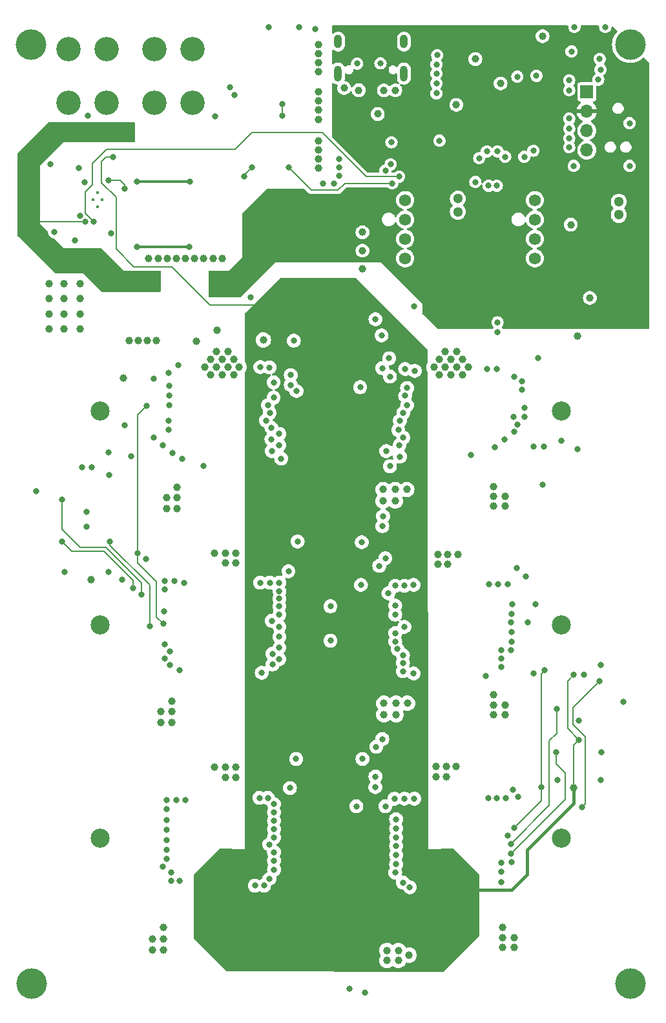
<source format=gbr>
%TF.GenerationSoftware,KiCad,Pcbnew,7.0.6-0*%
%TF.CreationDate,2023-10-22T16:37:52-04:00*%
%TF.ProjectId,bitaxeUltraHex,62697461-7865-4556-9c74-72614865782e,0.9*%
%TF.SameCoordinates,Original*%
%TF.FileFunction,Copper,L2,Inr*%
%TF.FilePolarity,Positive*%
%FSLAX46Y46*%
G04 Gerber Fmt 4.6, Leading zero omitted, Abs format (unit mm)*
G04 Created by KiCad (PCBNEW 7.0.6-0) date 2023-10-22 16:37:52*
%MOMM*%
%LPD*%
G01*
G04 APERTURE LIST*
%TA.AperFunction,ComponentPad*%
%ADD10C,2.500000*%
%TD*%
%TA.AperFunction,ComponentPad*%
%ADD11C,4.000000*%
%TD*%
%TA.AperFunction,ComponentPad*%
%ADD12C,3.200000*%
%TD*%
%TA.AperFunction,ComponentPad*%
%ADD13C,1.574800*%
%TD*%
%TA.AperFunction,ComponentPad*%
%ADD14C,0.800000*%
%TD*%
%TA.AperFunction,ComponentPad*%
%ADD15R,1.700000X1.700000*%
%TD*%
%TA.AperFunction,ComponentPad*%
%ADD16O,1.700000X1.700000*%
%TD*%
%TA.AperFunction,ComponentPad*%
%ADD17O,1.000000X2.100000*%
%TD*%
%TA.AperFunction,ComponentPad*%
%ADD18O,1.000000X1.800000*%
%TD*%
%TA.AperFunction,ComponentPad*%
%ADD19C,0.400000*%
%TD*%
%TA.AperFunction,ViaPad*%
%ADD20C,1.000000*%
%TD*%
%TA.AperFunction,ViaPad*%
%ADD21C,1.300000*%
%TD*%
%TA.AperFunction,ViaPad*%
%ADD22C,0.800000*%
%TD*%
%TA.AperFunction,Conductor*%
%ADD23C,0.200000*%
%TD*%
%TA.AperFunction,Conductor*%
%ADD24C,0.400000*%
%TD*%
%TA.AperFunction,Conductor*%
%ADD25C,0.300000*%
%TD*%
G04 APERTURE END LIST*
D10*
%TO.N,*%
%TO.C,H10*%
X122500000Y-153000000D03*
%TD*%
%TO.N,*%
%TO.C,H9*%
X62000000Y-153000000D03*
%TD*%
%TO.N,*%
%TO.C,H8*%
X122500000Y-125000000D03*
%TD*%
%TO.N,*%
%TO.C,H7*%
X62000000Y-125000000D03*
%TD*%
%TO.N,*%
%TO.C,H6*%
X122500000Y-97000000D03*
%TD*%
%TO.N,*%
%TO.C,H5*%
X62000000Y-97000000D03*
%TD*%
D11*
%TO.N,*%
%TO.C,H4*%
X131500000Y-172000000D03*
%TD*%
%TO.N,*%
%TO.C,H3*%
X53000000Y-172000000D03*
%TD*%
%TO.N,*%
%TO.C,H2*%
X131500000Y-49020000D03*
%TD*%
%TO.N,*%
%TO.C,H1*%
X52970000Y-49020000D03*
%TD*%
D12*
%TO.N,GND*%
%TO.C,J2*%
X62900000Y-56586000D03*
X62900000Y-49586000D03*
X57900000Y-56586000D03*
X57900000Y-49586000D03*
%TD*%
%TO.N,/Power/VIN*%
%TO.C,J1*%
X74128000Y-56586000D03*
X74128000Y-49586000D03*
X69128000Y-56586000D03*
X69128000Y-49586000D03*
%TD*%
D13*
%TO.N,GND*%
%TO.C,J6*%
X119000000Y-77000000D03*
%TO.N,/5V*%
X119000000Y-74460000D03*
%TO.N,/Fan/FAN2_TACH*%
X119000000Y-71920000D03*
%TO.N,/Fan/FAN2_PWM*%
X119000000Y-69380000D03*
%TD*%
D14*
%TO.N,GND*%
%TO.C,SW2*%
X124175000Y-46700000D03*
X128225000Y-46700000D03*
%TD*%
D13*
%TO.N,GND*%
%TO.C,J5*%
X102000000Y-77000000D03*
%TO.N,/5V*%
X102000000Y-74460000D03*
%TO.N,/Fan/FAN1_TACH*%
X102000000Y-71920000D03*
%TO.N,/Fan/FAN1_PWM*%
X102000000Y-69380000D03*
%TD*%
D14*
%TO.N,GND*%
%TO.C,SW1*%
X84075000Y-46700000D03*
X88125000Y-46700000D03*
%TD*%
D15*
%TO.N,GND*%
%TO.C,J7*%
X125800000Y-55200000D03*
D16*
%TO.N,/3V3*%
X125800000Y-57740000D03*
%TO.N,/SCL*%
X125800000Y-60280000D03*
%TO.N,/SDA*%
X125800000Y-62820000D03*
%TD*%
D17*
%TO.N,GND*%
%TO.C,J4*%
X101830000Y-52800000D03*
D18*
X101830000Y-48620000D03*
D17*
X93190000Y-52800000D03*
D18*
X93190000Y-48620000D03*
%TD*%
D19*
%TO.N,GND*%
%TO.C,U4*%
X61080000Y-69342000D03*
X61655000Y-68392000D03*
X61655000Y-70292000D03*
X62230000Y-69342000D03*
%TD*%
D20*
%TO.N,GND*%
X72000000Y-77000000D03*
X78000000Y-77000000D03*
X90600000Y-58800000D03*
D21*
X130000000Y-71300000D03*
D20*
X74404024Y-76995732D03*
X108700000Y-56900000D03*
X90600000Y-50200000D03*
X100700000Y-55000000D03*
X55300000Y-86300000D03*
X65100000Y-92700000D03*
X76800000Y-77000000D03*
X108750000Y-89250000D03*
X90600000Y-51400000D03*
X114500000Y-54100000D03*
X115100000Y-109500000D03*
X109500000Y-90250000D03*
X123700000Y-72600000D03*
X99100000Y-107300000D03*
D21*
X130000000Y-69600000D03*
D22*
X59200000Y-65200000D03*
D20*
X78000000Y-90250000D03*
X120000000Y-47900000D03*
X90600000Y-57600000D03*
X55300000Y-82300000D03*
X59400000Y-86300000D03*
X90600000Y-55200000D03*
X55300000Y-80300000D03*
X55300000Y-84300000D03*
X79500000Y-90250000D03*
X74600000Y-87900000D03*
X106500000Y-90250000D03*
D22*
X98900000Y-87100000D03*
D20*
X59400000Y-84300000D03*
X96400000Y-76000000D03*
X113600000Y-106900000D03*
D21*
X108900000Y-69200000D03*
D20*
X100700000Y-108800000D03*
D22*
X63450000Y-73750000D03*
D20*
X126200000Y-82200000D03*
X76500000Y-92250000D03*
X78750000Y-89250000D03*
X75600000Y-77000000D03*
X110250000Y-91250000D03*
X107250000Y-89250000D03*
X105750000Y-91250000D03*
X77250000Y-91250000D03*
X57300000Y-86300000D03*
X99100000Y-108800000D03*
D22*
X118800000Y-101700000D03*
X124600000Y-102000000D03*
D20*
X68400000Y-77000000D03*
X111200000Y-50900000D03*
D22*
X56000000Y-73600000D03*
X99000000Y-91400000D03*
D20*
X90600000Y-49000000D03*
D22*
X77100000Y-58400000D03*
D20*
X107250000Y-91250000D03*
X78750000Y-91250000D03*
X106500000Y-92250000D03*
X90600000Y-62800000D03*
X73200000Y-77000000D03*
X108000000Y-92250000D03*
X78000000Y-92250000D03*
X90600000Y-56400000D03*
X90600000Y-65200000D03*
X57300000Y-82300000D03*
D22*
X53600000Y-107500000D03*
D20*
X77250000Y-89250000D03*
X90600000Y-61600000D03*
X100700000Y-107300000D03*
D22*
X87400000Y-87800000D03*
D20*
X113600000Y-109500000D03*
X115100000Y-108200000D03*
X72100000Y-108400000D03*
X76500000Y-90250000D03*
X70700000Y-109800000D03*
X90600000Y-64000000D03*
X94000000Y-54700000D03*
X80250000Y-91250000D03*
X57300000Y-80300000D03*
X96400000Y-78400000D03*
X75750000Y-91250000D03*
D22*
X131400000Y-59300000D03*
D20*
X59400000Y-80300000D03*
D22*
X60900000Y-104400000D03*
D20*
X108000000Y-90250000D03*
X96400000Y-73600000D03*
X72100000Y-107000000D03*
D22*
X120000000Y-106700000D03*
X87000000Y-92300000D03*
D20*
X90600000Y-52600000D03*
X98400000Y-58100000D03*
X57300000Y-84300000D03*
D22*
X81700000Y-82100000D03*
D20*
X113600000Y-108200000D03*
D22*
X103200000Y-83300000D03*
D20*
X102200000Y-107300000D03*
X124600000Y-87200000D03*
X72100000Y-109800000D03*
X108750000Y-91250000D03*
X69600000Y-77000000D03*
X109500000Y-92250000D03*
D21*
X108900000Y-70900000D03*
D20*
X59400000Y-82300000D03*
D22*
X60200000Y-110200000D03*
D20*
X70800000Y-77000000D03*
X70700000Y-108400000D03*
X79500000Y-92250000D03*
D22*
%TO.N,/Power/VIN*%
X79000000Y-54600000D03*
D20*
%TO.N,/VDD*%
X88500000Y-81800000D03*
X108000000Y-157750000D03*
X78750000Y-158750000D03*
X108750000Y-158750000D03*
X105750000Y-158750000D03*
X109500000Y-159750000D03*
X86300000Y-80600000D03*
D22*
X63700000Y-63700000D03*
D20*
X108000000Y-159750000D03*
X93300000Y-80600000D03*
X91900000Y-80600000D03*
X76500000Y-159750000D03*
X124100000Y-146400000D03*
X107250000Y-160750000D03*
X89900000Y-81800000D03*
X78750000Y-160750000D03*
X90500000Y-80600000D03*
D22*
X124780000Y-140100000D03*
D20*
X94100000Y-81800000D03*
X78000000Y-159750000D03*
D22*
X124080000Y-131600000D03*
D20*
X109500000Y-157750000D03*
X106500000Y-159750000D03*
X76500000Y-157750000D03*
X91300000Y-81800000D03*
X106500000Y-157750000D03*
X110250000Y-158750000D03*
X108750000Y-160750000D03*
X77250000Y-160750000D03*
X87700000Y-80600000D03*
X79500000Y-159750000D03*
X75750000Y-158750000D03*
X79500000Y-157750000D03*
D22*
X123800000Y-49900000D03*
D20*
X89100000Y-80600000D03*
X78000000Y-157750000D03*
X77250000Y-158750000D03*
X107250000Y-158750000D03*
X87100000Y-81800000D03*
X92700000Y-81800000D03*
X80250000Y-158750000D03*
D22*
%TO.N,/ESP32/EN*%
X106200000Y-50400000D03*
X127500000Y-50900000D03*
X90200000Y-47000000D03*
%TO.N,/5V*%
X96200000Y-119800000D03*
X99000000Y-140000000D03*
D20*
X69400000Y-87800000D03*
D22*
X98100000Y-85000000D03*
X99400000Y-116300000D03*
X96400000Y-142600000D03*
D20*
X68200000Y-87800000D03*
D22*
X99100000Y-110800000D03*
X99900000Y-90100000D03*
X95600000Y-148800000D03*
D20*
X67000000Y-87800000D03*
D22*
X96100000Y-93900000D03*
D20*
X77300000Y-86400000D03*
X65800000Y-87800000D03*
D22*
X96300000Y-114200000D03*
X98100000Y-144900000D03*
%TO.N,/3V3*%
X97100000Y-68900000D03*
D20*
X79900000Y-81100000D03*
X93000000Y-55800000D03*
X106200000Y-49100000D03*
X78500000Y-81100000D03*
X126300000Y-69200000D03*
D22*
X130300000Y-55700000D03*
X55500000Y-64700000D03*
D20*
X83400000Y-87700000D03*
D22*
X60400000Y-58300000D03*
D20*
X125200000Y-84600000D03*
D22*
X105200000Y-84500000D03*
D20*
X79900000Y-79800000D03*
D22*
X106100000Y-67100000D03*
X58700000Y-74700000D03*
D20*
%TO.N,/Power/VIN_M*%
X64600000Y-60000000D03*
X66800000Y-79200000D03*
D22*
X79600000Y-55600000D03*
D20*
X64600000Y-61200000D03*
X65800000Y-60000000D03*
X65800000Y-61200000D03*
X65600000Y-79200000D03*
D22*
X60100000Y-72180000D03*
D20*
X68000000Y-79200000D03*
X69200000Y-79200000D03*
D22*
%TO.N,/SCL*%
X96700000Y-173200000D03*
X100100000Y-64700000D03*
X94700000Y-172700000D03*
X114100000Y-85400000D03*
X118800000Y-62900000D03*
%TO.N,/Power/OUT0*%
X60000000Y-67000000D03*
%TO.N,Net-(Q6-D)*%
X59400000Y-71410000D03*
%TO.N,Net-(U4-BOOT)*%
X65200000Y-67920000D03*
X63100000Y-66800000D03*
%TO.N,Net-(C38-Pad1)*%
X116750000Y-98750000D03*
%TO.N,/ESP32/P_TX*%
X127600000Y-52300000D03*
%TO.N,/ESP32/P_RX*%
X127300000Y-53600000D03*
%TO.N,/ESP32/IO0*%
X124100000Y-64900000D03*
X131400000Y-64900000D03*
%TO.N,/Power/PGOOD*%
X111200000Y-67000000D03*
X61200000Y-72200000D03*
X101200000Y-66300000D03*
%TO.N,/SDA*%
X80900000Y-66300000D03*
X85900000Y-56800000D03*
X81900000Y-65100000D03*
X85900000Y-58300000D03*
X114100000Y-86700000D03*
X99400000Y-65500000D03*
X117600000Y-63700000D03*
%TO.N,/BM1366-1/0V8*%
X71000000Y-92000000D03*
X102000000Y-91500000D03*
X84200000Y-91300000D03*
X114000000Y-91500000D03*
%TO.N,/BM1366-1/1V2*%
X72250000Y-91000000D03*
X122500000Y-100900000D03*
X112750000Y-91500000D03*
X83000000Y-91250000D03*
X103250000Y-91750000D03*
%TO.N,Net-(C53-Pad2)*%
X85500000Y-100000000D03*
X101750000Y-100500000D03*
%TO.N,Net-(C66-Pad2)*%
X69000000Y-100500000D03*
%TO.N,/BM1366-2/0V8*%
X71750000Y-119250000D03*
X114200000Y-119700000D03*
X84250000Y-119500000D03*
X101900000Y-119900000D03*
%TO.N,/BM1366-2/1V2*%
X83000000Y-119500000D03*
X73000000Y-119500000D03*
X113000000Y-119700000D03*
X103100000Y-119800000D03*
%TO.N,Net-(U22-RO)*%
X70400000Y-123300000D03*
%TO.N,Net-(U24-RO)*%
X115400000Y-152600000D03*
%TO.N,/NRSTI*%
X116200000Y-97800000D03*
%TO.N,/RO*%
X117600000Y-96600000D03*
%TO.N,/CI*%
X119400000Y-90100000D03*
%TO.N,/BM1366-3/0V8*%
X114000000Y-147700000D03*
X72000000Y-148000000D03*
X84000000Y-147700000D03*
X101900000Y-147800000D03*
%TO.N,/BM1366-3/1V2*%
X103200000Y-147800000D03*
X73200000Y-148000000D03*
X82900000Y-147700000D03*
X112900000Y-147700000D03*
%TO.N,Net-(C106-Pad1)*%
X115920000Y-156140000D03*
%TO.N,Net-(U24-VDD1_1)*%
X82300000Y-159200000D03*
X102600000Y-159400000D03*
%TO.N,Net-(U24-VDD2_1)*%
X83500000Y-159200000D03*
X101700000Y-158800000D03*
%TO.N,Net-(U24-MODE_1)*%
X100600000Y-147800000D03*
X84800000Y-148500000D03*
%TO.N,Net-(U24-VDD3_1)*%
X100700000Y-157500000D03*
X84200000Y-158300000D03*
%TO.N,Net-(C123-Pad2)*%
X84800000Y-157100000D03*
X100800000Y-156400000D03*
%TO.N,Net-(U27-VDD1_1)*%
X72400000Y-158600000D03*
%TO.N,Net-(U27-VDD2_1)*%
X71300000Y-158600000D03*
%TO.N,Net-(U27-VDD3_1)*%
X71300000Y-157500000D03*
%TO.N,Net-(U27-MODE_1)*%
X70700000Y-148000000D03*
%TO.N,Net-(C139-Pad2)*%
X70200000Y-156700000D03*
D20*
%TO.N,Net-(D1-Pad2)*%
X99200000Y-55000000D03*
X95900000Y-54990000D03*
D22*
%TO.N,/BM1366-1/BI1*%
X117600000Y-97800000D03*
%TO.N,Net-(Q1-G)*%
X66804999Y-66995001D03*
X73804999Y-66995001D03*
%TO.N,Net-(Q2-G)*%
X66864928Y-75535072D03*
X73664928Y-75535072D03*
%TO.N,/BM1366-1/TEMP_P1_1*%
X117300000Y-94200000D03*
%TO.N,/ESP32/TFT_BLK*%
X86700000Y-65100000D03*
X100300000Y-67200000D03*
%TO.N,/BM1366-1/TEMP_N1_1*%
X117300000Y-93100000D03*
%TO.N,/BM1366-1/TEMP_P2_1*%
X87750000Y-94400000D03*
%TO.N,/BM1366-1/TEMP_N2_1*%
X87000000Y-93600000D03*
%TO.N,/BM1366-2/TEMP_P1_2*%
X117800000Y-118700000D03*
%TO.N,/BM1366-2/TEMP_N1_2*%
X116600000Y-117600000D03*
%TO.N,/BM1366-2/TEMP_P2_2*%
X85500000Y-121600000D03*
%TO.N,/BM1366-2/TEMP_N2_2*%
X85500000Y-120600000D03*
%TO.N,/BM1366-3/TEMP_P1_3*%
X116800000Y-147600000D03*
%TO.N,/BM1366-3/TEMP_N1_3*%
X116100000Y-146600000D03*
%TO.N,/BM1366-3/TEMP_P2_3*%
X84800000Y-150700000D03*
%TO.N,/BM1366-3/TEMP_N2_3*%
X84800000Y-149600000D03*
%TO.N,/BM1366-3/NRSTO3*%
X70700000Y-155700000D03*
%TO.N,/ESP32/TFT_RES*%
X106100000Y-51600000D03*
X93300000Y-64000000D03*
%TO.N,/ESP32/TFT_SDA*%
X106100000Y-52800000D03*
X93300000Y-65100000D03*
%TO.N,/ESP32/TFT_SCL*%
X93300000Y-66200000D03*
X106100000Y-54100000D03*
%TO.N,/ESP32/TFT_CS*%
X106100000Y-55400000D03*
X92700000Y-67200000D03*
%TO.N,/ESP32/TFT_DC*%
X100200000Y-61800000D03*
X91200000Y-67200000D03*
%TO.N,Net-(U27-RO)*%
X84200000Y-153800000D03*
%TO.N,Net-(U27-BI)*%
X84800000Y-154800000D03*
%TO.N,Net-(U27-CLKI)*%
X84800000Y-152900000D03*
%TO.N,Net-(U27-NRSTI)*%
X84800000Y-155900000D03*
%TO.N,Net-(U27-CI)*%
X84800000Y-151800000D03*
%TO.N,Net-(U27-NC)*%
X70700000Y-149200000D03*
%TO.N,/BM1366-3/BO3*%
X70700000Y-154500000D03*
D20*
%TO.N,/BM1366-1/VDD1*%
X77000000Y-115600000D03*
X106300000Y-115800000D03*
X115100000Y-136800000D03*
X78400000Y-116900000D03*
D22*
X99000000Y-112100000D03*
X125400000Y-131600000D03*
D20*
X113600000Y-134200000D03*
X113600000Y-136800000D03*
X78400000Y-115600000D03*
X79800000Y-115600000D03*
X79800000Y-116900000D03*
X71400000Y-137800000D03*
X100800000Y-136800000D03*
X102300000Y-135300000D03*
D22*
X75600000Y-104200000D03*
D20*
X71400000Y-136400000D03*
D22*
X68000000Y-116400000D03*
D20*
X107600000Y-117100000D03*
X70000000Y-137800000D03*
D22*
X110600000Y-102800000D03*
D20*
X100800000Y-135300000D03*
X70000000Y-136400000D03*
D22*
X130600000Y-135100000D03*
D20*
X71400000Y-135000000D03*
X107600000Y-115800000D03*
D22*
X100000000Y-104250000D03*
D20*
X115100000Y-135500000D03*
X99200000Y-136800000D03*
X99200000Y-135300000D03*
D22*
X86700000Y-118000000D03*
X87900000Y-114100000D03*
X98600000Y-117300000D03*
D20*
X113600000Y-135500000D03*
X108900000Y-115800000D03*
X106300000Y-117100000D03*
D22*
X85750000Y-103250000D03*
X124780000Y-137600000D03*
D20*
%TO.N,/BM1366-2/VDD2*%
X68900000Y-166200000D03*
X70300000Y-167600000D03*
D22*
X98200000Y-141000000D03*
X72400000Y-131000000D03*
D20*
X99600000Y-167700000D03*
D22*
X103100000Y-131400000D03*
X86900000Y-146400000D03*
D20*
X68900000Y-167600000D03*
X107400000Y-144900000D03*
X106000000Y-144900000D03*
X114800000Y-167300000D03*
X101100000Y-167700000D03*
X60800000Y-119100000D03*
X107400000Y-143600000D03*
X99600000Y-169000000D03*
X77000000Y-143700000D03*
X101100000Y-169000000D03*
X79800000Y-143700000D03*
X108700000Y-143600000D03*
D22*
X112600000Y-131700000D03*
D20*
X114800000Y-164700000D03*
D22*
X60200000Y-112200000D03*
X87700000Y-142600000D03*
D20*
X106000000Y-143600000D03*
X70300000Y-166200000D03*
X102500000Y-168300000D03*
D22*
X98080000Y-146280000D03*
D20*
X78400000Y-145000000D03*
D22*
X83200000Y-131300000D03*
D20*
X79800000Y-145000000D03*
X70300000Y-164700000D03*
X78400000Y-143700000D03*
D22*
X59651900Y-104400000D03*
D20*
X114800000Y-166000000D03*
X116300000Y-167300000D03*
X116300000Y-166000000D03*
D22*
%TO.N,/BM1366-3/RI3*%
X70700000Y-153200000D03*
%TO.N,/BM1366-3/CLKO3*%
X70700000Y-151900000D03*
%TO.N,/BM1366-3/CO3*%
X70700000Y-150600000D03*
%TO.N,/BM1366-1/CLKI1*%
X120200000Y-101700000D03*
%TO.N,/BM1366-2/NRSTI2*%
X56990000Y-114090000D03*
X66300000Y-120200000D03*
%TO.N,/BM1366-2/BI2*%
X67400000Y-121100000D03*
X57000000Y-108600000D03*
%TO.N,/BM1366-2/RO2*%
X63200000Y-105377500D03*
X64900000Y-119100000D03*
%TO.N,/BM1366-2/CI2*%
X63320000Y-114120000D03*
X68500000Y-125200000D03*
%TO.N,/BM1366-3/NRSTI3*%
X115900000Y-155000000D03*
X121780000Y-141700000D03*
%TO.N,/BM1366-3/BI3*%
X121842500Y-136037500D03*
X115900000Y-153700000D03*
%TO.N,/BM1366-3/RO3*%
X127500000Y-132400000D03*
X125200000Y-148900000D03*
%TO.N,/BM1366-3/CI3*%
X127680000Y-141700000D03*
%TO.N,/BM1366-1/NRSTO*%
X63100000Y-102400000D03*
X57400000Y-118100000D03*
%TO.N,/BM1366-1/CO*%
X65200000Y-98900000D03*
X63100000Y-118100000D03*
%TO.N,/BM1366-1/RI*%
X66100000Y-102900000D03*
%TO.N,/BM1366-2/RI*%
X127600000Y-130300000D03*
X118100000Y-124700000D03*
X115900000Y-124700000D03*
%TO.N,/BM1366-2/NRSTO*%
X119100000Y-122300000D03*
X122000000Y-145400000D03*
%TO.N,/BM1366-2/CO*%
X127600000Y-145400000D03*
X118800000Y-131400000D03*
%TO.N,/ESP32/ASIC_RST*%
X115100000Y-63700000D03*
%TO.N,/ESP32/ESP32_TX*%
X114100000Y-63000000D03*
%TO.N,/ESP32/ESP32_RX*%
X112700000Y-63000000D03*
%TO.N,Net-(U9-SPIIO6{slash}GPIO35{slash}FSPID{slash}SUBSPID)*%
X123500000Y-62448100D03*
%TO.N,Net-(U9-SPIIO7{slash}GPIO36{slash}FSPICLK{slash}SUBSPICLK)*%
X123500000Y-61300000D03*
%TO.N,Net-(U9-SPIDQS{slash}GPIO37{slash}FSPIQ{slash}SUBSPIQ)*%
X123500000Y-60000000D03*
%TO.N,Net-(U9-GPIO38{slash}FSPIWP{slash}SUBSPIWP)*%
X123500000Y-58700000D03*
%TO.N,Net-(U9-MTCK{slash}GPIO39{slash}CLK_OUT3{slash}SUBSPICS1)*%
X123500000Y-55000000D03*
%TO.N,Net-(U9-GPIO12{slash}TOUCH12{slash}ADC2_CH1{slash}FSPICLK{slash}FSPIIO6{slash}SUBSPICLK)*%
X112940000Y-67500000D03*
%TO.N,Net-(U9-GPIO13{slash}TOUCH13{slash}ADC2_CH2{slash}FSPIQ{slash}FSPIIO7{slash}SUBSPIQ)*%
X114000000Y-67500000D03*
%TO.N,Net-(U9-GPIO14{slash}TOUCH14{slash}ADC2_CH3{slash}FSPIWP{slash}FSPIDQS{slash}SUBSPIWP)*%
X111700000Y-63900000D03*
%TO.N,Net-(U9-\u002AGPIO46)*%
X106500000Y-61600000D03*
%TO.N,Net-(U24-VDD3_0)*%
X114600000Y-156200000D03*
%TO.N,Net-(U24-VDD2_0)*%
X114600000Y-157400000D03*
%TO.N,Net-(U24-VDD1_0)*%
X114620000Y-158700000D03*
%TO.N,Net-(U24-RI)*%
X100800000Y-152900000D03*
%TO.N,Net-(U24-NRSTO)*%
X100800000Y-155200000D03*
%TO.N,Net-(U24-NC)*%
X99400000Y-148800000D03*
%TO.N,Net-(U24-MODEO)*%
X115200000Y-147700000D03*
%TO.N,Net-(U24-CO)*%
X100800000Y-150500000D03*
%TO.N,Net-(U24-CLKO)*%
X100800000Y-151700000D03*
%TO.N,Net-(U24-BO)*%
X100800000Y-154000000D03*
%TO.N,Net-(U22-VDD4_1)*%
X70500000Y-127600000D03*
%TO.N,Net-(U22-VDD3_1)*%
X71200000Y-128500000D03*
%TO.N,Net-(U22-VDD2_1)*%
X70500000Y-129400000D03*
%TO.N,Net-(U22-VDD1_1)*%
X71200000Y-130300000D03*
%TO.N,Net-(U22-RI)*%
X84500000Y-124500000D03*
%TO.N,Net-(U22-NRSTO)*%
X85500000Y-122600000D03*
%TO.N,Net-(U22-MODE_1)*%
X70500000Y-119250000D03*
%TO.N,Net-(U22-MODE_0)*%
X70500000Y-120400000D03*
%TO.N,Net-(U22-CO)*%
X85500000Y-126600000D03*
%TO.N,Net-(U22-CLKO)*%
X85500000Y-125300000D03*
%TO.N,Net-(U22-BO)*%
X85500000Y-123700000D03*
%TO.N,Net-(U19-VDD4_1)*%
X101000000Y-128200000D03*
X85500000Y-128020000D03*
%TO.N,Net-(U19-VDD4_0)*%
X115900000Y-128300000D03*
%TO.N,Net-(U19-VDD3_1)*%
X84600000Y-128820000D03*
X101700000Y-129000000D03*
%TO.N,Net-(U19-VDD3_0)*%
X114600000Y-128300000D03*
%TO.N,Net-(U19-VDD2_1)*%
X101700000Y-130000000D03*
X85500000Y-129520000D03*
%TO.N,Net-(U19-VDD2_0)*%
X114600000Y-129400000D03*
%TO.N,Net-(U19-VDD1_1)*%
X101700000Y-131100000D03*
X84600000Y-130220000D03*
%TO.N,Net-(U19-VDD1_0)*%
X114600000Y-130500000D03*
%TO.N,Net-(U19-RO)*%
X101900000Y-125300000D03*
%TO.N,Net-(U19-NRSTO)*%
X116000000Y-122300000D03*
%TO.N,Net-(U19-NRSTI)*%
X100700000Y-122500000D03*
X92200000Y-122600000D03*
X92200000Y-127100000D03*
%TO.N,Net-(U19-MODE_1)*%
X85500000Y-119500000D03*
X100700000Y-119900000D03*
%TO.N,Net-(U19-MODE_0)*%
X99800000Y-120900000D03*
%TO.N,Net-(U19-MODEO)*%
X115400000Y-119700000D03*
%TO.N,Net-(U19-CO)*%
X115910000Y-127200000D03*
%TO.N,Net-(U19-CLKO)*%
X115910000Y-126000000D03*
%TO.N,Net-(U19-CLKI)*%
X100700000Y-126100000D03*
%TO.N,Net-(U19-CI)*%
X100700000Y-127200000D03*
%TO.N,Net-(U19-BO)*%
X115910000Y-123600000D03*
%TO.N,Net-(U19-BI)*%
X100700000Y-123700000D03*
%TO.N,Net-(U16-VDD3_1)*%
X70250000Y-101500000D03*
%TO.N,Net-(U16-VDD2_1)*%
X71500000Y-102500000D03*
%TO.N,Net-(U16-VDD1_1)*%
X72750000Y-103250000D03*
%TO.N,Net-(U16-RO)*%
X84250000Y-97250000D03*
%TO.N,Net-(U16-NRSTO)*%
X71000000Y-99500000D03*
%TO.N,Net-(U16-NRSTI)*%
X84471979Y-99207969D03*
%TO.N,Net-(U16-NC)*%
X71100000Y-93750000D03*
%TO.N,Net-(U16-MODE_1)*%
X69000000Y-92750000D03*
%TO.N,Net-(U16-CO)*%
X71100000Y-95000000D03*
%TO.N,Net-(U16-CLKO)*%
X71100000Y-96250000D03*
%TO.N,Net-(U16-CLKI)*%
X84000000Y-96250000D03*
%TO.N,Net-(U16-CI)*%
X84750000Y-95250000D03*
%TO.N,Net-(U16-BO)*%
X71000000Y-98250000D03*
%TO.N,Net-(U16-BI)*%
X83750000Y-98250000D03*
%TO.N,Net-(U13-VDD3_1)*%
X84471979Y-100707969D03*
X101250000Y-101500000D03*
%TO.N,Net-(U13-VDD3_0)*%
X116250000Y-99750000D03*
%TO.N,Net-(U13-VDD2_1)*%
X99500000Y-102250000D03*
X85500000Y-101500000D03*
%TO.N,Net-(U13-VDD2_0)*%
X115000000Y-100750000D03*
%TO.N,Net-(U13-VDD1_1)*%
X101300000Y-103000000D03*
X84500000Y-102250000D03*
%TO.N,Net-(U13-VDD1_0)*%
X113750000Y-101750000D03*
%TO.N,Net-(U13-RI)*%
X101750000Y-97250000D03*
%TO.N,Net-(U13-NRSTO)*%
X101100000Y-99500000D03*
%TO.N,Net-(U13-NC)*%
X102250000Y-94000000D03*
%TO.N,Net-(U13-MODE_1)*%
X84750000Y-93250000D03*
X100000000Y-92500000D03*
%TO.N,Net-(U13-MODEO)*%
X116250000Y-92500000D03*
%TO.N,Net-(U13-CO)*%
X102000000Y-95000000D03*
%TO.N,Net-(U13-CLKO)*%
X102250000Y-96250000D03*
%TO.N,Net-(U13-BO)*%
X101300000Y-98250000D03*
%TO.N,Net-(J4-CC2)*%
X95700000Y-51500000D03*
%TO.N,Net-(J4-CC1)*%
X98760000Y-51460000D03*
%TO.N,/BM1366-2/CLKI1*%
X70300000Y-124900000D03*
X68100000Y-96300000D03*
X66900000Y-115600000D03*
%TO.N,/BM1366-3/CLKI1*%
X120300000Y-131000000D03*
X116300000Y-151600000D03*
X119800000Y-146300000D03*
%TO.N,Net-(U9-MTDO{slash}GPIO40{slash}CLK_OUT2)*%
X116700000Y-53200000D03*
%TO.N,Net-(U9-MTDI{slash}GPIO41{slash}CLK_OUT1)*%
X119200000Y-53100000D03*
%TO.N,Net-(U9-MTMS{slash}GPIO42)*%
X123500000Y-53700000D03*
%TD*%
D23*
%TO.N,/VDD*%
X71400000Y-78100000D02*
X76400000Y-83100000D01*
X123300000Y-132380000D02*
X124080000Y-131600000D01*
X123300000Y-138620000D02*
X123300000Y-132380000D01*
X76400000Y-83100000D02*
X83800000Y-83100000D01*
X64102400Y-69002400D02*
X64102400Y-75802400D01*
X64102400Y-75802400D02*
X66400000Y-78100000D01*
X124100000Y-146400000D02*
X124100000Y-140780000D01*
D24*
X115950000Y-159750000D02*
X118000000Y-157700000D01*
X124100000Y-148400000D02*
X124100000Y-146400000D01*
D23*
X124780000Y-140100000D02*
X123300000Y-138620000D01*
D24*
X109500000Y-159750000D02*
X115950000Y-159750000D01*
D23*
X62200000Y-67100000D02*
X64102400Y-69002400D01*
X124100000Y-140780000D02*
X124780000Y-140100000D01*
D24*
X118000000Y-157700000D02*
X118000000Y-154500000D01*
X118000000Y-154500000D02*
X124100000Y-148400000D01*
D23*
X66400000Y-78100000D02*
X71400000Y-78100000D01*
X62800000Y-63700000D02*
X62200000Y-64300000D01*
X83800000Y-83100000D02*
X86300000Y-80600000D01*
X62200000Y-64300000D02*
X62200000Y-67100000D01*
X63700000Y-63700000D02*
X62800000Y-63700000D01*
%TO.N,/Power/VIN_M*%
X60080000Y-72200000D02*
X53200000Y-72200000D01*
X60100000Y-72180000D02*
X60080000Y-72200000D01*
%TO.N,Net-(U4-BOOT)*%
X63100000Y-66800000D02*
X64600000Y-66800000D01*
X65200000Y-67400000D02*
X65200000Y-67920000D01*
X64600000Y-66800000D02*
X65200000Y-67400000D01*
%TO.N,/Power/PGOOD*%
X61000000Y-67400000D02*
X60100000Y-68300000D01*
X79700000Y-62700000D02*
X62900000Y-62700000D01*
X62900000Y-62700000D02*
X61000000Y-64600000D01*
X60100000Y-71100000D02*
X61200000Y-72200000D01*
X96900000Y-66300000D02*
X91100000Y-60500000D01*
X81900000Y-60500000D02*
X79700000Y-62700000D01*
X60100000Y-68300000D02*
X60100000Y-71100000D01*
X101200000Y-66300000D02*
X96900000Y-66300000D01*
X91100000Y-60500000D02*
X81900000Y-60500000D01*
X61000000Y-64600000D02*
X61000000Y-67400000D01*
%TO.N,/SDA*%
X80900000Y-66100000D02*
X81900000Y-65100000D01*
X80900000Y-66300000D02*
X80900000Y-66100000D01*
X85900000Y-56800000D02*
X85900000Y-58300000D01*
D25*
%TO.N,Net-(Q1-G)*%
X73804999Y-66995001D02*
X66804999Y-66995001D01*
%TO.N,Net-(Q2-G)*%
X73664928Y-75535072D02*
X66864928Y-75535072D01*
D23*
%TO.N,/ESP32/TFT_BLK*%
X89700000Y-68100000D02*
X86700000Y-65100000D01*
X100300000Y-67200000D02*
X94100000Y-67200000D01*
X93200000Y-68100000D02*
X89700000Y-68100000D01*
X94100000Y-67200000D02*
X93200000Y-68100000D01*
%TO.N,/BM1366-2/NRSTI2*%
X66300000Y-120200000D02*
X66300000Y-119200000D01*
X66300000Y-119200000D02*
X62500000Y-115400000D01*
X58300000Y-115400000D02*
X56990000Y-114090000D01*
X62500000Y-115400000D02*
X58300000Y-115400000D01*
%TO.N,/BM1366-2/BI2*%
X67400000Y-119500000D02*
X62800000Y-114900000D01*
X62800000Y-114900000D02*
X59400000Y-114900000D01*
X59400000Y-114900000D02*
X57000000Y-112500000D01*
X57000000Y-112500000D02*
X57000000Y-108600000D01*
X67400000Y-121100000D02*
X67400000Y-119500000D01*
%TO.N,/BM1366-2/CI2*%
X63320000Y-114620000D02*
X63320000Y-114120000D01*
X68500000Y-119800000D02*
X63320000Y-114620000D01*
X68500000Y-125200000D02*
X68500000Y-119800000D01*
%TO.N,/BM1366-3/NRSTI3*%
X121800000Y-143200000D02*
X121800000Y-141720000D01*
X121800000Y-141720000D02*
X121780000Y-141700000D01*
X123000000Y-144400000D02*
X121800000Y-143200000D01*
X123000000Y-147900000D02*
X123000000Y-144400000D01*
X115900000Y-155000000D02*
X123000000Y-147900000D01*
%TO.N,/BM1366-3/BI3*%
X120900000Y-140200000D02*
X121842500Y-139257500D01*
X121842500Y-139257500D02*
X121842500Y-136037500D01*
X115900000Y-153700000D02*
X120900000Y-148700000D01*
X120900000Y-148700000D02*
X120900000Y-140200000D01*
%TO.N,/BM1366-3/RO3*%
X124000000Y-135900000D02*
X124000000Y-138100000D01*
X125600000Y-148500000D02*
X125200000Y-148900000D01*
X125600000Y-139700000D02*
X125600000Y-148500000D01*
X127500000Y-132400000D02*
X124000000Y-135900000D01*
X124000000Y-138100000D02*
X125600000Y-139700000D01*
%TO.N,/BM1366-2/CLKI1*%
X69400000Y-124000000D02*
X69400000Y-119400000D01*
X69400000Y-119400000D02*
X66900000Y-116900000D01*
X66900000Y-97500000D02*
X68100000Y-96300000D01*
X70300000Y-124900000D02*
X69400000Y-124000000D01*
X66900000Y-116900000D02*
X66900000Y-97500000D01*
%TO.N,/BM1366-3/CLKI1*%
X119800000Y-146300000D02*
X119800000Y-131500000D01*
X119800000Y-146300000D02*
X119800000Y-148100000D01*
X119800000Y-131500000D02*
X120300000Y-131000000D01*
X119800000Y-148100000D02*
X116300000Y-151600000D01*
%TD*%
%TA.AperFunction,Conductor*%
%TO.N,/3V3*%
G36*
X123320252Y-46519685D02*
G01*
X123366007Y-46572489D01*
X123376433Y-46637883D01*
X123369435Y-46699995D01*
X123369435Y-46700003D01*
X123389630Y-46879249D01*
X123389631Y-46879254D01*
X123449211Y-47049523D01*
X123490886Y-47115848D01*
X123545184Y-47202262D01*
X123672738Y-47329816D01*
X123825478Y-47425789D01*
X123995745Y-47485368D01*
X123995750Y-47485369D01*
X124174996Y-47505565D01*
X124175000Y-47505565D01*
X124175004Y-47505565D01*
X124354249Y-47485369D01*
X124354252Y-47485368D01*
X124354255Y-47485368D01*
X124524522Y-47425789D01*
X124677262Y-47329816D01*
X124804816Y-47202262D01*
X124900789Y-47049522D01*
X124960368Y-46879255D01*
X124966319Y-46826439D01*
X124980565Y-46700003D01*
X124980565Y-46699995D01*
X124973567Y-46637883D01*
X124985622Y-46569061D01*
X125032971Y-46517682D01*
X125096787Y-46500000D01*
X127303213Y-46500000D01*
X127370252Y-46519685D01*
X127416007Y-46572489D01*
X127426433Y-46637883D01*
X127419435Y-46699995D01*
X127419435Y-46700003D01*
X127439630Y-46879249D01*
X127439631Y-46879254D01*
X127499211Y-47049523D01*
X127540886Y-47115848D01*
X127595184Y-47202262D01*
X127722738Y-47329816D01*
X127875478Y-47425789D01*
X128045745Y-47485368D01*
X128045750Y-47485369D01*
X128224996Y-47505565D01*
X128225000Y-47505565D01*
X128225004Y-47505565D01*
X128404249Y-47485369D01*
X128404252Y-47485368D01*
X128404255Y-47485368D01*
X128574522Y-47425789D01*
X128727262Y-47329816D01*
X128854816Y-47202262D01*
X128950789Y-47049522D01*
X129010368Y-46879255D01*
X129016961Y-46820745D01*
X129029019Y-46713718D01*
X129056085Y-46649304D01*
X129113680Y-46609749D01*
X129183517Y-46607611D01*
X129239920Y-46639920D01*
X129773157Y-47173157D01*
X129806642Y-47234480D01*
X129801658Y-47304172D01*
X129770363Y-47351227D01*
X129746654Y-47373492D01*
X129554111Y-47606236D01*
X129392268Y-47861261D01*
X129392265Y-47861267D01*
X129263661Y-48134563D01*
X129263659Y-48134568D01*
X129170320Y-48421835D01*
X129113719Y-48718546D01*
X129113718Y-48718553D01*
X129094754Y-49019994D01*
X129094754Y-49020005D01*
X129113718Y-49321446D01*
X129113719Y-49321453D01*
X129170320Y-49618164D01*
X129263659Y-49905431D01*
X129263661Y-49905436D01*
X129392265Y-50178732D01*
X129392268Y-50178738D01*
X129554111Y-50433763D01*
X129554114Y-50433767D01*
X129554115Y-50433768D01*
X129746651Y-50666504D01*
X129963547Y-50870184D01*
X129966836Y-50873272D01*
X129966846Y-50873280D01*
X130211193Y-51050808D01*
X130211198Y-51050810D01*
X130211205Y-51050816D01*
X130475896Y-51196332D01*
X130475901Y-51196334D01*
X130475903Y-51196335D01*
X130475904Y-51196336D01*
X130756734Y-51307524D01*
X130756737Y-51307525D01*
X130808246Y-51320750D01*
X131049302Y-51382642D01*
X131186702Y-51400000D01*
X131348963Y-51420499D01*
X131348969Y-51420499D01*
X131348973Y-51420500D01*
X131348975Y-51420500D01*
X131651025Y-51420500D01*
X131651027Y-51420500D01*
X131651032Y-51420499D01*
X131651036Y-51420499D01*
X131731236Y-51410367D01*
X131950698Y-51382642D01*
X132243262Y-51307525D01*
X132243265Y-51307524D01*
X132524095Y-51196336D01*
X132524096Y-51196335D01*
X132524094Y-51196335D01*
X132524104Y-51196332D01*
X132788795Y-51050816D01*
X133033162Y-50873274D01*
X133172538Y-50742390D01*
X133234881Y-50710849D01*
X133304382Y-50718019D01*
X133345102Y-50745102D01*
X133963681Y-51363681D01*
X133997166Y-51425004D01*
X134000000Y-51451362D01*
X134000000Y-86176000D01*
X133980315Y-86243039D01*
X133927511Y-86288794D01*
X133876000Y-86300000D01*
X124702653Y-86300000D01*
X124696166Y-86299660D01*
X124694646Y-86299500D01*
X124505354Y-86299500D01*
X124505353Y-86299500D01*
X124503834Y-86299660D01*
X124497347Y-86300000D01*
X114862604Y-86300000D01*
X114795565Y-86280315D01*
X114757610Y-86241971D01*
X114729819Y-86197742D01*
X114729817Y-86197739D01*
X114669759Y-86137681D01*
X114636274Y-86076358D01*
X114641258Y-86006666D01*
X114669759Y-85962319D01*
X114669758Y-85962318D01*
X114729816Y-85902262D01*
X114825789Y-85749522D01*
X114885368Y-85579255D01*
X114905565Y-85400000D01*
X114885368Y-85220745D01*
X114825789Y-85050478D01*
X114729816Y-84897738D01*
X114602262Y-84770184D01*
X114602261Y-84770183D01*
X114449523Y-84674211D01*
X114279254Y-84614631D01*
X114279249Y-84614630D01*
X114100004Y-84594435D01*
X114099996Y-84594435D01*
X113920750Y-84614630D01*
X113920745Y-84614631D01*
X113750476Y-84674211D01*
X113597737Y-84770184D01*
X113470184Y-84897737D01*
X113374211Y-85050476D01*
X113314631Y-85220745D01*
X113314630Y-85220750D01*
X113294435Y-85399996D01*
X113294435Y-85400003D01*
X113314630Y-85579249D01*
X113314631Y-85579254D01*
X113374211Y-85749523D01*
X113470184Y-85902262D01*
X113530241Y-85962319D01*
X113563726Y-86023642D01*
X113558742Y-86093334D01*
X113530241Y-86137681D01*
X113470182Y-86197739D01*
X113470180Y-86197742D01*
X113442390Y-86241971D01*
X113390056Y-86288263D01*
X113337396Y-86300000D01*
X106350445Y-86300000D01*
X106283406Y-86280315D01*
X106263881Y-86264784D01*
X106172820Y-86176000D01*
X104337436Y-84386500D01*
X104303177Y-84325606D01*
X104300000Y-84297716D01*
X104300000Y-83000000D01*
X103500000Y-82200000D01*
X125294540Y-82200000D01*
X125314326Y-82388256D01*
X125314327Y-82388259D01*
X125372818Y-82568277D01*
X125372821Y-82568284D01*
X125467467Y-82732216D01*
X125594128Y-82872887D01*
X125594129Y-82872888D01*
X125747265Y-82984148D01*
X125747270Y-82984151D01*
X125920192Y-83061142D01*
X125920197Y-83061144D01*
X126105354Y-83100500D01*
X126105355Y-83100500D01*
X126294644Y-83100500D01*
X126294646Y-83100500D01*
X126479803Y-83061144D01*
X126652730Y-82984151D01*
X126805871Y-82872888D01*
X126932533Y-82732216D01*
X127027179Y-82568284D01*
X127085674Y-82388256D01*
X127105460Y-82200000D01*
X127085674Y-82011744D01*
X127027179Y-81831716D01*
X126932533Y-81667784D01*
X126805871Y-81527112D01*
X126769243Y-81500500D01*
X126652734Y-81415851D01*
X126652729Y-81415848D01*
X126479807Y-81338857D01*
X126479802Y-81338855D01*
X126334000Y-81307865D01*
X126294646Y-81299500D01*
X126105354Y-81299500D01*
X126072897Y-81306398D01*
X125920197Y-81338855D01*
X125920192Y-81338857D01*
X125747270Y-81415848D01*
X125747265Y-81415851D01*
X125594129Y-81527111D01*
X125467466Y-81667785D01*
X125372821Y-81831715D01*
X125372818Y-81831722D01*
X125314327Y-82011740D01*
X125314326Y-82011744D01*
X125294540Y-82200000D01*
X103500000Y-82200000D01*
X98800000Y-77500000D01*
X96502653Y-77500000D01*
X96496166Y-77499660D01*
X96494646Y-77499500D01*
X96305354Y-77499500D01*
X96305353Y-77499500D01*
X96303834Y-77499660D01*
X96297347Y-77500000D01*
X84999999Y-77500000D01*
X80436319Y-82063681D01*
X80374996Y-82097166D01*
X80348638Y-82100000D01*
X76324000Y-82100000D01*
X76256961Y-82080315D01*
X76211206Y-82027511D01*
X76200000Y-81976000D01*
X76200000Y-78724000D01*
X76219685Y-78656961D01*
X76272489Y-78611206D01*
X76324000Y-78600000D01*
X78900000Y-78600000D01*
X80600000Y-76900000D01*
X80600000Y-76000000D01*
X95494540Y-76000000D01*
X95514326Y-76188256D01*
X95514327Y-76188259D01*
X95572818Y-76368277D01*
X95572821Y-76368284D01*
X95667467Y-76532216D01*
X95794128Y-76672887D01*
X95794129Y-76672888D01*
X95947265Y-76784148D01*
X95947270Y-76784151D01*
X96120192Y-76861142D01*
X96120197Y-76861144D01*
X96305354Y-76900500D01*
X96305355Y-76900500D01*
X96494644Y-76900500D01*
X96494646Y-76900500D01*
X96679803Y-76861144D01*
X96852730Y-76784151D01*
X97005871Y-76672888D01*
X97132533Y-76532216D01*
X97227179Y-76368284D01*
X97285674Y-76188256D01*
X97305460Y-76000000D01*
X97285674Y-75811744D01*
X97227179Y-75631716D01*
X97132533Y-75467784D01*
X97005871Y-75327112D01*
X97005870Y-75327111D01*
X96852734Y-75215851D01*
X96852729Y-75215848D01*
X96679807Y-75138857D01*
X96679802Y-75138855D01*
X96534001Y-75107865D01*
X96494646Y-75099500D01*
X96305354Y-75099500D01*
X96272897Y-75106398D01*
X96120197Y-75138855D01*
X96120192Y-75138857D01*
X95947270Y-75215848D01*
X95947265Y-75215851D01*
X95794129Y-75327111D01*
X95667466Y-75467785D01*
X95572821Y-75631715D01*
X95572818Y-75631722D01*
X95514327Y-75811740D01*
X95514326Y-75811744D01*
X95494540Y-76000000D01*
X80600000Y-76000000D01*
X80600000Y-73600000D01*
X95494540Y-73600000D01*
X95514326Y-73788256D01*
X95514327Y-73788259D01*
X95572818Y-73968277D01*
X95572821Y-73968284D01*
X95667467Y-74132216D01*
X95765224Y-74240786D01*
X95794129Y-74272888D01*
X95947265Y-74384148D01*
X95947270Y-74384151D01*
X96120192Y-74461142D01*
X96120197Y-74461144D01*
X96305354Y-74500500D01*
X96305355Y-74500500D01*
X96494644Y-74500500D01*
X96494646Y-74500500D01*
X96679803Y-74461144D01*
X96852730Y-74384151D01*
X97005871Y-74272888D01*
X97132533Y-74132216D01*
X97227179Y-73968284D01*
X97285674Y-73788256D01*
X97305460Y-73600000D01*
X97285674Y-73411744D01*
X97227179Y-73231716D01*
X97132533Y-73067784D01*
X97005871Y-72927112D01*
X97005870Y-72927111D01*
X96852734Y-72815851D01*
X96852729Y-72815848D01*
X96679807Y-72738857D01*
X96679802Y-72738855D01*
X96534001Y-72707865D01*
X96494646Y-72699500D01*
X96305354Y-72699500D01*
X96272897Y-72706398D01*
X96120197Y-72738855D01*
X96120192Y-72738857D01*
X95947270Y-72815848D01*
X95947265Y-72815851D01*
X95794129Y-72927111D01*
X95667466Y-73067785D01*
X95572821Y-73231715D01*
X95572818Y-73231722D01*
X95520715Y-73392080D01*
X95514326Y-73411744D01*
X95494540Y-73600000D01*
X80600000Y-73600000D01*
X80600000Y-72014404D01*
X98941799Y-72014404D01*
X98981053Y-72199087D01*
X98981055Y-72199093D01*
X99030392Y-72309902D01*
X99050730Y-72355583D01*
X99057850Y-72371573D01*
X99057852Y-72371578D01*
X99168827Y-72524322D01*
X99168833Y-72524329D01*
X99252875Y-72599999D01*
X99309142Y-72650662D01*
X99472656Y-72745067D01*
X99472658Y-72745067D01*
X99472661Y-72745069D01*
X99535323Y-72765428D01*
X99652224Y-72803412D01*
X99792922Y-72818200D01*
X99792927Y-72818200D01*
X99887071Y-72818200D01*
X99887076Y-72818200D01*
X100027774Y-72803412D01*
X100207342Y-72745067D01*
X100370856Y-72650662D01*
X100484845Y-72548026D01*
X100511164Y-72524329D01*
X100511165Y-72524326D01*
X100511169Y-72524324D01*
X100622148Y-72371574D01*
X100648650Y-72312047D01*
X100693899Y-72258813D01*
X100760748Y-72238491D01*
X100827972Y-72257536D01*
X100874228Y-72309902D01*
X100881195Y-72328550D01*
X100887567Y-72350947D01*
X100887574Y-72350965D01*
X100985698Y-72548026D01*
X101118371Y-72723713D01*
X101258331Y-72851302D01*
X101281064Y-72872026D01*
X101468239Y-72987920D01*
X101468240Y-72987920D01*
X101468241Y-72987921D01*
X101543705Y-73017155D01*
X101673523Y-73067447D01*
X101675007Y-73067724D01*
X101677079Y-73068112D01*
X101678628Y-73068899D01*
X101679030Y-73069014D01*
X101679007Y-73069092D01*
X101739360Y-73099780D01*
X101774632Y-73160093D01*
X101771698Y-73229901D01*
X101731488Y-73287041D01*
X101677079Y-73311888D01*
X101673524Y-73312552D01*
X101468241Y-73392078D01*
X101468240Y-73392079D01*
X101281062Y-73507975D01*
X101118371Y-73656286D01*
X100985698Y-73831973D01*
X100887574Y-74029034D01*
X100887566Y-74029054D01*
X100827324Y-74240786D01*
X100827323Y-74240789D01*
X100807010Y-74459999D01*
X100807010Y-74460000D01*
X100827323Y-74679210D01*
X100827324Y-74679213D01*
X100887566Y-74890945D01*
X100887574Y-74890965D01*
X100985698Y-75088026D01*
X101118371Y-75263713D01*
X101258331Y-75391302D01*
X101281064Y-75412026D01*
X101468239Y-75527920D01*
X101468240Y-75527920D01*
X101468241Y-75527921D01*
X101543705Y-75557155D01*
X101673523Y-75607447D01*
X101675007Y-75607724D01*
X101677079Y-75608112D01*
X101678628Y-75608899D01*
X101679030Y-75609014D01*
X101679007Y-75609092D01*
X101739360Y-75639780D01*
X101774632Y-75700093D01*
X101771698Y-75769901D01*
X101731488Y-75827041D01*
X101677079Y-75851888D01*
X101673524Y-75852552D01*
X101468241Y-75932078D01*
X101468240Y-75932079D01*
X101281062Y-76047975D01*
X101118371Y-76196286D01*
X100985698Y-76371973D01*
X100887574Y-76569034D01*
X100887566Y-76569054D01*
X100827324Y-76780786D01*
X100827323Y-76780789D01*
X100807010Y-76999999D01*
X100807010Y-77000000D01*
X100827323Y-77219210D01*
X100827324Y-77219213D01*
X100887566Y-77430945D01*
X100887574Y-77430965D01*
X100985698Y-77628026D01*
X101118371Y-77803713D01*
X101249546Y-77923294D01*
X101281064Y-77952026D01*
X101468239Y-78067920D01*
X101468240Y-78067920D01*
X101468241Y-78067921D01*
X101511730Y-78084768D01*
X101673523Y-78147447D01*
X101889925Y-78187900D01*
X101889927Y-78187900D01*
X102110073Y-78187900D01*
X102110075Y-78187900D01*
X102326477Y-78147447D01*
X102531761Y-78067920D01*
X102718936Y-77952026D01*
X102881630Y-77803711D01*
X103014300Y-77628028D01*
X103112429Y-77430957D01*
X103112430Y-77430950D01*
X103112433Y-77430945D01*
X103172675Y-77219213D01*
X103172676Y-77219210D01*
X103192989Y-77000000D01*
X103192989Y-76999999D01*
X103172676Y-76780789D01*
X103172675Y-76780786D01*
X103112433Y-76569054D01*
X103112425Y-76569034D01*
X103014301Y-76371973D01*
X102881628Y-76196286D01*
X102718937Y-76047975D01*
X102718936Y-76047974D01*
X102531761Y-75932080D01*
X102531759Y-75932079D01*
X102531758Y-75932078D01*
X102326479Y-75852553D01*
X102325042Y-75852284D01*
X102322920Y-75851888D01*
X102321369Y-75851099D01*
X102320970Y-75850986D01*
X102320992Y-75850907D01*
X102260641Y-75820222D01*
X102225367Y-75759910D01*
X102228300Y-75690102D01*
X102268509Y-75632961D01*
X102322919Y-75608111D01*
X102326477Y-75607447D01*
X102531761Y-75527920D01*
X102718936Y-75412026D01*
X102881630Y-75263711D01*
X103014300Y-75088028D01*
X103112429Y-74890957D01*
X103112430Y-74890950D01*
X103112433Y-74890945D01*
X103172675Y-74679213D01*
X103172676Y-74679210D01*
X103192989Y-74460000D01*
X103192989Y-74459999D01*
X103172676Y-74240789D01*
X103172675Y-74240786D01*
X103112433Y-74029054D01*
X103112425Y-74029034D01*
X103014301Y-73831973D01*
X102881628Y-73656286D01*
X102718937Y-73507975D01*
X102718936Y-73507974D01*
X102531761Y-73392080D01*
X102531759Y-73392079D01*
X102531758Y-73392078D01*
X102326479Y-73312553D01*
X102325042Y-73312284D01*
X102322920Y-73311888D01*
X102321369Y-73311099D01*
X102320970Y-73310986D01*
X102320992Y-73310907D01*
X102260641Y-73280222D01*
X102225367Y-73219910D01*
X102228300Y-73150102D01*
X102268509Y-73092961D01*
X102322919Y-73068111D01*
X102326477Y-73067447D01*
X102531761Y-72987920D01*
X102718936Y-72872026D01*
X102881630Y-72723711D01*
X103014300Y-72548028D01*
X103112429Y-72350957D01*
X103112432Y-72350947D01*
X103112433Y-72350945D01*
X103155638Y-72199093D01*
X103172676Y-72139211D01*
X103184241Y-72014404D01*
X115941799Y-72014404D01*
X115981053Y-72199087D01*
X115981055Y-72199093D01*
X116030392Y-72309902D01*
X116050730Y-72355583D01*
X116057850Y-72371573D01*
X116057852Y-72371578D01*
X116168827Y-72524322D01*
X116168833Y-72524329D01*
X116252875Y-72599999D01*
X116309142Y-72650662D01*
X116472656Y-72745067D01*
X116472658Y-72745067D01*
X116472661Y-72745069D01*
X116535323Y-72765428D01*
X116652224Y-72803412D01*
X116792922Y-72818200D01*
X116792927Y-72818200D01*
X116887071Y-72818200D01*
X116887076Y-72818200D01*
X117027774Y-72803412D01*
X117207342Y-72745067D01*
X117370856Y-72650662D01*
X117484845Y-72548026D01*
X117511164Y-72524329D01*
X117511165Y-72524326D01*
X117511169Y-72524324D01*
X117622148Y-72371574D01*
X117648650Y-72312047D01*
X117693899Y-72258813D01*
X117760748Y-72238491D01*
X117827972Y-72257536D01*
X117874228Y-72309902D01*
X117881195Y-72328550D01*
X117887567Y-72350947D01*
X117887574Y-72350965D01*
X117985698Y-72548026D01*
X118118371Y-72723713D01*
X118258331Y-72851302D01*
X118281064Y-72872026D01*
X118468239Y-72987920D01*
X118468240Y-72987920D01*
X118468241Y-72987921D01*
X118543705Y-73017155D01*
X118673523Y-73067447D01*
X118675007Y-73067724D01*
X118677079Y-73068112D01*
X118678628Y-73068899D01*
X118679030Y-73069014D01*
X118679007Y-73069092D01*
X118739360Y-73099780D01*
X118774632Y-73160093D01*
X118771698Y-73229901D01*
X118731488Y-73287041D01*
X118677079Y-73311888D01*
X118673524Y-73312552D01*
X118468241Y-73392078D01*
X118468240Y-73392079D01*
X118281062Y-73507975D01*
X118118371Y-73656286D01*
X117985698Y-73831973D01*
X117887574Y-74029034D01*
X117887566Y-74029054D01*
X117827324Y-74240786D01*
X117827323Y-74240789D01*
X117807010Y-74459999D01*
X117807010Y-74460000D01*
X117827323Y-74679210D01*
X117827324Y-74679213D01*
X117887566Y-74890945D01*
X117887574Y-74890965D01*
X117985698Y-75088026D01*
X118118371Y-75263713D01*
X118258331Y-75391302D01*
X118281064Y-75412026D01*
X118468239Y-75527920D01*
X118468240Y-75527920D01*
X118468241Y-75527921D01*
X118543705Y-75557155D01*
X118673523Y-75607447D01*
X118675007Y-75607724D01*
X118677079Y-75608112D01*
X118678628Y-75608899D01*
X118679030Y-75609014D01*
X118679007Y-75609092D01*
X118739360Y-75639780D01*
X118774632Y-75700093D01*
X118771698Y-75769901D01*
X118731488Y-75827041D01*
X118677079Y-75851888D01*
X118673524Y-75852552D01*
X118468241Y-75932078D01*
X118468240Y-75932079D01*
X118281062Y-76047975D01*
X118118371Y-76196286D01*
X117985698Y-76371973D01*
X117887574Y-76569034D01*
X117887566Y-76569054D01*
X117827324Y-76780786D01*
X117827323Y-76780789D01*
X117807010Y-76999999D01*
X117807010Y-77000000D01*
X117827323Y-77219210D01*
X117827324Y-77219213D01*
X117887566Y-77430945D01*
X117887574Y-77430965D01*
X117985698Y-77628026D01*
X118118371Y-77803713D01*
X118249546Y-77923294D01*
X118281064Y-77952026D01*
X118468239Y-78067920D01*
X118468240Y-78067920D01*
X118468241Y-78067921D01*
X118511730Y-78084768D01*
X118673523Y-78147447D01*
X118889925Y-78187900D01*
X118889927Y-78187900D01*
X119110073Y-78187900D01*
X119110075Y-78187900D01*
X119326477Y-78147447D01*
X119531761Y-78067920D01*
X119718936Y-77952026D01*
X119881630Y-77803711D01*
X120014300Y-77628028D01*
X120112429Y-77430957D01*
X120112430Y-77430950D01*
X120112433Y-77430945D01*
X120172675Y-77219213D01*
X120172676Y-77219210D01*
X120192989Y-77000000D01*
X120192989Y-76999999D01*
X120172676Y-76780789D01*
X120172675Y-76780786D01*
X120112433Y-76569054D01*
X120112425Y-76569034D01*
X120014301Y-76371973D01*
X119881628Y-76196286D01*
X119718937Y-76047975D01*
X119718936Y-76047974D01*
X119531761Y-75932080D01*
X119531759Y-75932079D01*
X119531758Y-75932078D01*
X119326479Y-75852553D01*
X119325042Y-75852284D01*
X119322920Y-75851888D01*
X119321369Y-75851099D01*
X119320970Y-75850986D01*
X119320992Y-75850907D01*
X119260641Y-75820222D01*
X119225367Y-75759910D01*
X119228300Y-75690102D01*
X119268509Y-75632961D01*
X119322919Y-75608111D01*
X119326477Y-75607447D01*
X119531761Y-75527920D01*
X119718936Y-75412026D01*
X119881630Y-75263711D01*
X120014300Y-75088028D01*
X120112429Y-74890957D01*
X120112430Y-74890950D01*
X120112433Y-74890945D01*
X120172675Y-74679213D01*
X120172676Y-74679210D01*
X120192989Y-74460000D01*
X120192989Y-74459999D01*
X120172676Y-74240789D01*
X120172675Y-74240786D01*
X120112433Y-74029054D01*
X120112425Y-74029034D01*
X120014301Y-73831973D01*
X119881628Y-73656286D01*
X119718937Y-73507975D01*
X119718936Y-73507974D01*
X119531761Y-73392080D01*
X119531759Y-73392079D01*
X119531758Y-73392078D01*
X119326479Y-73312553D01*
X119325042Y-73312284D01*
X119322920Y-73311888D01*
X119321369Y-73311099D01*
X119320970Y-73310986D01*
X119320992Y-73310907D01*
X119260641Y-73280222D01*
X119225367Y-73219910D01*
X119228300Y-73150102D01*
X119268509Y-73092961D01*
X119322919Y-73068111D01*
X119326477Y-73067447D01*
X119531761Y-72987920D01*
X119718936Y-72872026D01*
X119881630Y-72723711D01*
X119975052Y-72600000D01*
X122794540Y-72600000D01*
X122814326Y-72788256D01*
X122814327Y-72788259D01*
X122872818Y-72968277D01*
X122872821Y-72968284D01*
X122967467Y-73132216D01*
X123057063Y-73231722D01*
X123094129Y-73272888D01*
X123247265Y-73384148D01*
X123247270Y-73384151D01*
X123420192Y-73461142D01*
X123420197Y-73461144D01*
X123605354Y-73500500D01*
X123605355Y-73500500D01*
X123794644Y-73500500D01*
X123794646Y-73500500D01*
X123979803Y-73461144D01*
X124152730Y-73384151D01*
X124305871Y-73272888D01*
X124432533Y-73132216D01*
X124527179Y-72968284D01*
X124585674Y-72788256D01*
X124605460Y-72600000D01*
X124585674Y-72411744D01*
X124527179Y-72231716D01*
X124432533Y-72067784D01*
X124305871Y-71927112D01*
X124305870Y-71927111D01*
X124152734Y-71815851D01*
X124152729Y-71815848D01*
X123979807Y-71738857D01*
X123979802Y-71738855D01*
X123815610Y-71703956D01*
X123794646Y-71699500D01*
X123605354Y-71699500D01*
X123584390Y-71703956D01*
X123420197Y-71738855D01*
X123420192Y-71738857D01*
X123247270Y-71815848D01*
X123247265Y-71815851D01*
X123094129Y-71927111D01*
X122967466Y-72067785D01*
X122872821Y-72231715D01*
X122872818Y-72231722D01*
X122814327Y-72411740D01*
X122814326Y-72411744D01*
X122794540Y-72600000D01*
X119975052Y-72600000D01*
X120014300Y-72548028D01*
X120112429Y-72350957D01*
X120112432Y-72350947D01*
X120112433Y-72350945D01*
X120155638Y-72199093D01*
X120172676Y-72139211D01*
X120192989Y-71920000D01*
X120172676Y-71700789D01*
X120155638Y-71640906D01*
X120112433Y-71489054D01*
X120112425Y-71489034D01*
X120018298Y-71300000D01*
X128944417Y-71300000D01*
X128944807Y-71303956D01*
X128964699Y-71505932D01*
X128984299Y-71570543D01*
X129024768Y-71703954D01*
X129122315Y-71886450D01*
X129122317Y-71886452D01*
X129253589Y-72046410D01*
X129350209Y-72125702D01*
X129413550Y-72177685D01*
X129596046Y-72275232D01*
X129794066Y-72335300D01*
X129794065Y-72335300D01*
X129814347Y-72337297D01*
X130000000Y-72355583D01*
X130205934Y-72335300D01*
X130403954Y-72275232D01*
X130586450Y-72177685D01*
X130746410Y-72046410D01*
X130877685Y-71886450D01*
X130975232Y-71703954D01*
X131035300Y-71505934D01*
X131055583Y-71300000D01*
X131035300Y-71094066D01*
X130975232Y-70896046D01*
X130877685Y-70713550D01*
X130746410Y-70553590D01*
X130736982Y-70545852D01*
X130697648Y-70488108D01*
X130695777Y-70418263D01*
X130731964Y-70358495D01*
X130736980Y-70354149D01*
X130746410Y-70346410D01*
X130877685Y-70186450D01*
X130975232Y-70003954D01*
X131035300Y-69805934D01*
X131055583Y-69600000D01*
X131035300Y-69394066D01*
X130975232Y-69196046D01*
X130877685Y-69013550D01*
X130824738Y-68949034D01*
X130746410Y-68853589D01*
X130586452Y-68722317D01*
X130586453Y-68722317D01*
X130586450Y-68722315D01*
X130403954Y-68624768D01*
X130205934Y-68564700D01*
X130205932Y-68564699D01*
X130205934Y-68564699D01*
X130018463Y-68546235D01*
X130000000Y-68544417D01*
X129999999Y-68544417D01*
X129794067Y-68564699D01*
X129596043Y-68624769D01*
X129485898Y-68683643D01*
X129413550Y-68722315D01*
X129413548Y-68722316D01*
X129413547Y-68722317D01*
X129253589Y-68853589D01*
X129122317Y-69013547D01*
X129024769Y-69196043D01*
X128964699Y-69394067D01*
X128944417Y-69600000D01*
X128964699Y-69805932D01*
X128966226Y-69810965D01*
X129024768Y-70003954D01*
X129122315Y-70186450D01*
X129122317Y-70186452D01*
X129253589Y-70346410D01*
X129263019Y-70354149D01*
X129302351Y-70411896D01*
X129304220Y-70481741D01*
X129268031Y-70541508D01*
X129263019Y-70545851D01*
X129253589Y-70553589D01*
X129138304Y-70694067D01*
X129122315Y-70713550D01*
X129090777Y-70772553D01*
X129024769Y-70896043D01*
X128964699Y-71094067D01*
X128944417Y-71299999D01*
X128944417Y-71300000D01*
X120018298Y-71300000D01*
X120014301Y-71291973D01*
X119881628Y-71116286D01*
X119718937Y-70967975D01*
X119718936Y-70967974D01*
X119531761Y-70852080D01*
X119531759Y-70852079D01*
X119531758Y-70852078D01*
X119326479Y-70772553D01*
X119325042Y-70772284D01*
X119322920Y-70771888D01*
X119321369Y-70771099D01*
X119320970Y-70770986D01*
X119320992Y-70770907D01*
X119260641Y-70740222D01*
X119225367Y-70679910D01*
X119228300Y-70610102D01*
X119268509Y-70552961D01*
X119322919Y-70528111D01*
X119326477Y-70527447D01*
X119531761Y-70447920D01*
X119718936Y-70332026D01*
X119878623Y-70186452D01*
X119881628Y-70183713D01*
X119881630Y-70183711D01*
X120014300Y-70008028D01*
X120112429Y-69810957D01*
X120112430Y-69810950D01*
X120112433Y-69810945D01*
X120171326Y-69603954D01*
X120172676Y-69599211D01*
X120192989Y-69380000D01*
X120172676Y-69160789D01*
X120130783Y-69013550D01*
X120112433Y-68949054D01*
X120112425Y-68949034D01*
X120014301Y-68751973D01*
X119881628Y-68576286D01*
X119718937Y-68427975D01*
X119718936Y-68427974D01*
X119531761Y-68312080D01*
X119531759Y-68312079D01*
X119531758Y-68312078D01*
X119369968Y-68249401D01*
X119326477Y-68232553D01*
X119110075Y-68192100D01*
X118889925Y-68192100D01*
X118673523Y-68232553D01*
X118673520Y-68232553D01*
X118673520Y-68232554D01*
X118468241Y-68312078D01*
X118468240Y-68312079D01*
X118281062Y-68427975D01*
X118118371Y-68576286D01*
X117985698Y-68751973D01*
X117887574Y-68949034D01*
X117887566Y-68949054D01*
X117827324Y-69160786D01*
X117827323Y-69160789D01*
X117807010Y-69379999D01*
X117807010Y-69380000D01*
X117827323Y-69599210D01*
X117827324Y-69599213D01*
X117887566Y-69810945D01*
X117887574Y-69810965D01*
X117985698Y-70008026D01*
X118118371Y-70183713D01*
X118258331Y-70311302D01*
X118281064Y-70332026D01*
X118468239Y-70447920D01*
X118468240Y-70447920D01*
X118468241Y-70447921D01*
X118473608Y-70450000D01*
X118673523Y-70527447D01*
X118675007Y-70527724D01*
X118677079Y-70528112D01*
X118678628Y-70528899D01*
X118679030Y-70529014D01*
X118679007Y-70529092D01*
X118739360Y-70559780D01*
X118774632Y-70620093D01*
X118771698Y-70689901D01*
X118731488Y-70747041D01*
X118677079Y-70771888D01*
X118673524Y-70772552D01*
X118468241Y-70852078D01*
X118468240Y-70852079D01*
X118281062Y-70967975D01*
X118118371Y-71116286D01*
X117985698Y-71291973D01*
X117887574Y-71489034D01*
X117887568Y-71489050D01*
X117881195Y-71511450D01*
X117843915Y-71570543D01*
X117780605Y-71600100D01*
X117711365Y-71590736D01*
X117658180Y-71545426D01*
X117648650Y-71527950D01*
X117646036Y-71522080D01*
X117622148Y-71468426D01*
X117622145Y-71468422D01*
X117622145Y-71468421D01*
X117511170Y-71315677D01*
X117511164Y-71315670D01*
X117419732Y-71233346D01*
X117370856Y-71189338D01*
X117370854Y-71189337D01*
X117370855Y-71189337D01*
X117207342Y-71094933D01*
X117207336Y-71094930D01*
X117027777Y-71036589D01*
X117027774Y-71036588D01*
X116887076Y-71021800D01*
X116792922Y-71021800D01*
X116652224Y-71036588D01*
X116652221Y-71036588D01*
X116652220Y-71036589D01*
X116472661Y-71094930D01*
X116472655Y-71094933D01*
X116309142Y-71189337D01*
X116168833Y-71315670D01*
X116168827Y-71315677D01*
X116057852Y-71468421D01*
X116057850Y-71468426D01*
X115981055Y-71640906D01*
X115981053Y-71640912D01*
X115941799Y-71825595D01*
X115941799Y-72014404D01*
X103184241Y-72014404D01*
X103192989Y-71920000D01*
X103172676Y-71700789D01*
X103155638Y-71640906D01*
X103112433Y-71489054D01*
X103112425Y-71489034D01*
X103014301Y-71291973D01*
X102881628Y-71116286D01*
X102718937Y-70967975D01*
X102718936Y-70967974D01*
X102609154Y-70900000D01*
X107844417Y-70900000D01*
X107864699Y-71105932D01*
X107864700Y-71105934D01*
X107924768Y-71303954D01*
X108022315Y-71486450D01*
X108038305Y-71505934D01*
X108153589Y-71646410D01*
X108219851Y-71700789D01*
X108313550Y-71777685D01*
X108496046Y-71875232D01*
X108694066Y-71935300D01*
X108694065Y-71935300D01*
X108714347Y-71937297D01*
X108900000Y-71955583D01*
X109105934Y-71935300D01*
X109303954Y-71875232D01*
X109486450Y-71777685D01*
X109646410Y-71646410D01*
X109777685Y-71486450D01*
X109875232Y-71303954D01*
X109935300Y-71105934D01*
X109955583Y-70900000D01*
X109935300Y-70694066D01*
X109875232Y-70496046D01*
X109777685Y-70313550D01*
X109673379Y-70186452D01*
X109646412Y-70153592D01*
X109646410Y-70153590D01*
X109636982Y-70145852D01*
X109597648Y-70088108D01*
X109595777Y-70018263D01*
X109631964Y-69958495D01*
X109636980Y-69954149D01*
X109646410Y-69946410D01*
X109777685Y-69786450D01*
X109875232Y-69603954D01*
X109935300Y-69405934D01*
X109955583Y-69200000D01*
X109935300Y-68994066D01*
X109875232Y-68796046D01*
X109777685Y-68613550D01*
X109711511Y-68532916D01*
X109646410Y-68453589D01*
X109486452Y-68322317D01*
X109486453Y-68322317D01*
X109486450Y-68322315D01*
X109303954Y-68224768D01*
X109105934Y-68164700D01*
X109105932Y-68164699D01*
X109105934Y-68164699D01*
X108918463Y-68146235D01*
X108900000Y-68144417D01*
X108899999Y-68144417D01*
X108694067Y-68164699D01*
X108496043Y-68224769D01*
X108385898Y-68283643D01*
X108313550Y-68322315D01*
X108313548Y-68322316D01*
X108313547Y-68322317D01*
X108153589Y-68453589D01*
X108022317Y-68613547D01*
X108022315Y-68613550D01*
X107983643Y-68685897D01*
X107924769Y-68796043D01*
X107864699Y-68994067D01*
X107844417Y-69200000D01*
X107864699Y-69405932D01*
X107864700Y-69405934D01*
X107924768Y-69603954D01*
X108022315Y-69786450D01*
X108042427Y-69810957D01*
X108153589Y-69946410D01*
X108163019Y-69954149D01*
X108202351Y-70011896D01*
X108204220Y-70081741D01*
X108168031Y-70141508D01*
X108163019Y-70145851D01*
X108153589Y-70153589D01*
X108022317Y-70313547D01*
X108022315Y-70313550D01*
X108004751Y-70346410D01*
X107924769Y-70496043D01*
X107864699Y-70694067D01*
X107844417Y-70900000D01*
X102609154Y-70900000D01*
X102531761Y-70852080D01*
X102531759Y-70852079D01*
X102531758Y-70852078D01*
X102326479Y-70772553D01*
X102325042Y-70772284D01*
X102322920Y-70771888D01*
X102321369Y-70771099D01*
X102320970Y-70770986D01*
X102320992Y-70770907D01*
X102260641Y-70740222D01*
X102225367Y-70679910D01*
X102228300Y-70610102D01*
X102268509Y-70552961D01*
X102322919Y-70528111D01*
X102326477Y-70527447D01*
X102531761Y-70447920D01*
X102718936Y-70332026D01*
X102878623Y-70186452D01*
X102881628Y-70183713D01*
X102881630Y-70183711D01*
X103014300Y-70008028D01*
X103112429Y-69810957D01*
X103112430Y-69810950D01*
X103112433Y-69810945D01*
X103171326Y-69603954D01*
X103172676Y-69599211D01*
X103192989Y-69380000D01*
X103172676Y-69160789D01*
X103130783Y-69013550D01*
X103112433Y-68949054D01*
X103112425Y-68949034D01*
X103014301Y-68751973D01*
X102881628Y-68576286D01*
X102718937Y-68427975D01*
X102718936Y-68427974D01*
X102531761Y-68312080D01*
X102531759Y-68312079D01*
X102531758Y-68312078D01*
X102369968Y-68249401D01*
X102326477Y-68232553D01*
X102110075Y-68192100D01*
X101889925Y-68192100D01*
X101673523Y-68232553D01*
X101673520Y-68232553D01*
X101673520Y-68232554D01*
X101468241Y-68312078D01*
X101468240Y-68312079D01*
X101281062Y-68427975D01*
X101118371Y-68576286D01*
X100985698Y-68751973D01*
X100887574Y-68949034D01*
X100887566Y-68949054D01*
X100827324Y-69160786D01*
X100827323Y-69160789D01*
X100807010Y-69379999D01*
X100807010Y-69380000D01*
X100827323Y-69599210D01*
X100827324Y-69599213D01*
X100887566Y-69810945D01*
X100887574Y-69810965D01*
X100985698Y-70008026D01*
X101118371Y-70183713D01*
X101258331Y-70311302D01*
X101281064Y-70332026D01*
X101468239Y-70447920D01*
X101468240Y-70447920D01*
X101468241Y-70447921D01*
X101473608Y-70450000D01*
X101673523Y-70527447D01*
X101675007Y-70527724D01*
X101677079Y-70528112D01*
X101678628Y-70528899D01*
X101679030Y-70529014D01*
X101679007Y-70529092D01*
X101739360Y-70559780D01*
X101774632Y-70620093D01*
X101771698Y-70689901D01*
X101731488Y-70747041D01*
X101677079Y-70771888D01*
X101673524Y-70772552D01*
X101468241Y-70852078D01*
X101468240Y-70852079D01*
X101281062Y-70967975D01*
X101118371Y-71116286D01*
X100985698Y-71291973D01*
X100887574Y-71489034D01*
X100887568Y-71489050D01*
X100881195Y-71511450D01*
X100843915Y-71570543D01*
X100780605Y-71600100D01*
X100711365Y-71590736D01*
X100658180Y-71545426D01*
X100648650Y-71527950D01*
X100646036Y-71522080D01*
X100622148Y-71468426D01*
X100622145Y-71468422D01*
X100622145Y-71468421D01*
X100511170Y-71315677D01*
X100511164Y-71315670D01*
X100419732Y-71233346D01*
X100370856Y-71189338D01*
X100370854Y-71189337D01*
X100370855Y-71189337D01*
X100207342Y-71094933D01*
X100207336Y-71094930D01*
X100027777Y-71036589D01*
X100027774Y-71036588D01*
X99887076Y-71021800D01*
X99792922Y-71021800D01*
X99652224Y-71036588D01*
X99652221Y-71036588D01*
X99652220Y-71036589D01*
X99472661Y-71094930D01*
X99472655Y-71094933D01*
X99309142Y-71189337D01*
X99168833Y-71315670D01*
X99168827Y-71315677D01*
X99057852Y-71468421D01*
X99057850Y-71468426D01*
X98981055Y-71640906D01*
X98981053Y-71640912D01*
X98941799Y-71825595D01*
X98941799Y-72014404D01*
X80600000Y-72014404D01*
X80600000Y-71151362D01*
X80619685Y-71084323D01*
X80636319Y-71063681D01*
X83763681Y-67936319D01*
X83825004Y-67902834D01*
X83851362Y-67900000D01*
X88740824Y-67900000D01*
X88807863Y-67919685D01*
X88828505Y-67936319D01*
X89298614Y-68406428D01*
X89315246Y-68427066D01*
X89317854Y-68431125D01*
X89317857Y-68431128D01*
X89357067Y-68465103D01*
X89360283Y-68468097D01*
X89371407Y-68479221D01*
X89371412Y-68479224D01*
X89371417Y-68479229D01*
X89383979Y-68488633D01*
X89387427Y-68491411D01*
X89417947Y-68517856D01*
X89426627Y-68525377D01*
X89431010Y-68527379D01*
X89453807Y-68540905D01*
X89457669Y-68543796D01*
X89506295Y-68561932D01*
X89510351Y-68563612D01*
X89532457Y-68573708D01*
X89557540Y-68585164D01*
X89557541Y-68585164D01*
X89557543Y-68585165D01*
X89562312Y-68585850D01*
X89588002Y-68592407D01*
X89592517Y-68594091D01*
X89644258Y-68597791D01*
X89648657Y-68598264D01*
X89664201Y-68600500D01*
X89679906Y-68600500D01*
X89684328Y-68600657D01*
X89736073Y-68604359D01*
X89740784Y-68603334D01*
X89767143Y-68600500D01*
X93132857Y-68600500D01*
X93159215Y-68603334D01*
X93163927Y-68604359D01*
X93215671Y-68600657D01*
X93220094Y-68600500D01*
X93235799Y-68600500D01*
X93251342Y-68598264D01*
X93255740Y-68597791D01*
X93307483Y-68594091D01*
X93311992Y-68592408D01*
X93337685Y-68585850D01*
X93342457Y-68585165D01*
X93389646Y-68563613D01*
X93393736Y-68561920D01*
X93422638Y-68551140D01*
X93442329Y-68543797D01*
X93442329Y-68543796D01*
X93442331Y-68543796D01*
X93446189Y-68540907D01*
X93468995Y-68527375D01*
X93473373Y-68525377D01*
X93512571Y-68491411D01*
X93516014Y-68488637D01*
X93518930Y-68486453D01*
X93528593Y-68479221D01*
X93539720Y-68468092D01*
X93542925Y-68465109D01*
X93582143Y-68431128D01*
X93584751Y-68427068D01*
X93601381Y-68406431D01*
X94270994Y-67736819D01*
X94332318Y-67703334D01*
X94358676Y-67700500D01*
X99617059Y-67700500D01*
X99684098Y-67720185D01*
X99704739Y-67736817D01*
X99797738Y-67829816D01*
X99906177Y-67897953D01*
X99940763Y-67919685D01*
X99950478Y-67925789D01*
X100120745Y-67985368D01*
X100120750Y-67985369D01*
X100299996Y-68005565D01*
X100300000Y-68005565D01*
X100300004Y-68005565D01*
X100479249Y-67985369D01*
X100479252Y-67985368D01*
X100479255Y-67985368D01*
X100649522Y-67925789D01*
X100802262Y-67829816D01*
X100929816Y-67702262D01*
X101025789Y-67549522D01*
X101085368Y-67379255D01*
X101089400Y-67343475D01*
X101104056Y-67213393D01*
X101131122Y-67148979D01*
X101188717Y-67109424D01*
X101213393Y-67104056D01*
X101379249Y-67085369D01*
X101379252Y-67085368D01*
X101379255Y-67085368D01*
X101549522Y-67025789D01*
X101590560Y-67000003D01*
X110394435Y-67000003D01*
X110414630Y-67179249D01*
X110414631Y-67179254D01*
X110474211Y-67349523D01*
X110538535Y-67451893D01*
X110570184Y-67502262D01*
X110697738Y-67629816D01*
X110850478Y-67725789D01*
X111020744Y-67785368D01*
X111020745Y-67785368D01*
X111020750Y-67785369D01*
X111199996Y-67805565D01*
X111200000Y-67805565D01*
X111200004Y-67805565D01*
X111379249Y-67785369D01*
X111379252Y-67785368D01*
X111379255Y-67785368D01*
X111549522Y-67725789D01*
X111702262Y-67629816D01*
X111829816Y-67502262D01*
X111911641Y-67372037D01*
X111963975Y-67325748D01*
X112033028Y-67315100D01*
X112096877Y-67343475D01*
X112135249Y-67401864D01*
X112139855Y-67451893D01*
X112134436Y-67499996D01*
X112134435Y-67500003D01*
X112154630Y-67679249D01*
X112154631Y-67679254D01*
X112214211Y-67849523D01*
X112268749Y-67936319D01*
X112310184Y-68002262D01*
X112437738Y-68129816D01*
X112475972Y-68153840D01*
X112588854Y-68224769D01*
X112590478Y-68225789D01*
X112760745Y-68285368D01*
X112760750Y-68285369D01*
X112939996Y-68305565D01*
X112940000Y-68305565D01*
X112940004Y-68305565D01*
X113119249Y-68285369D01*
X113119252Y-68285368D01*
X113119255Y-68285368D01*
X113289522Y-68225789D01*
X113291146Y-68224769D01*
X113321339Y-68205796D01*
X113404028Y-68153839D01*
X113471264Y-68134839D01*
X113535971Y-68153839D01*
X113553256Y-68164700D01*
X113650475Y-68225788D01*
X113820745Y-68285368D01*
X113820750Y-68285369D01*
X113999996Y-68305565D01*
X114000000Y-68305565D01*
X114000004Y-68305565D01*
X114179249Y-68285369D01*
X114179252Y-68285368D01*
X114179255Y-68285368D01*
X114349522Y-68225789D01*
X114502262Y-68129816D01*
X114629816Y-68002262D01*
X114725789Y-67849522D01*
X114785368Y-67679255D01*
X114785369Y-67679249D01*
X114805565Y-67500003D01*
X114805565Y-67499996D01*
X114785369Y-67320750D01*
X114785368Y-67320745D01*
X114737833Y-67184899D01*
X114725789Y-67150478D01*
X114629816Y-66997738D01*
X114502262Y-66870184D01*
X114470900Y-66850478D01*
X114349523Y-66774211D01*
X114179254Y-66714631D01*
X114179249Y-66714630D01*
X114000004Y-66694435D01*
X113999996Y-66694435D01*
X113820750Y-66714630D01*
X113820745Y-66714631D01*
X113650476Y-66774211D01*
X113535972Y-66846159D01*
X113468735Y-66865159D01*
X113404028Y-66846159D01*
X113289523Y-66774211D01*
X113119254Y-66714631D01*
X113119249Y-66714630D01*
X112940004Y-66694435D01*
X112939996Y-66694435D01*
X112760750Y-66714630D01*
X112760745Y-66714631D01*
X112590476Y-66774211D01*
X112437737Y-66870184D01*
X112310182Y-66997739D01*
X112228358Y-67127961D01*
X112176023Y-67174251D01*
X112106970Y-67184899D01*
X112043122Y-67156524D01*
X112004750Y-67098134D01*
X112000145Y-67048104D01*
X112005565Y-67000002D01*
X112005565Y-66999996D01*
X111985369Y-66820750D01*
X111985368Y-66820745D01*
X111925789Y-66650478D01*
X111925188Y-66649522D01*
X111829815Y-66497737D01*
X111702262Y-66370184D01*
X111549523Y-66274211D01*
X111379254Y-66214631D01*
X111379249Y-66214630D01*
X111200004Y-66194435D01*
X111199996Y-66194435D01*
X111020750Y-66214630D01*
X111020745Y-66214631D01*
X110850476Y-66274211D01*
X110697737Y-66370184D01*
X110570184Y-66497737D01*
X110474211Y-66650476D01*
X110414631Y-66820745D01*
X110414630Y-66820750D01*
X110394435Y-66999996D01*
X110394435Y-67000003D01*
X101590560Y-67000003D01*
X101702262Y-66929816D01*
X101829816Y-66802262D01*
X101925789Y-66649522D01*
X101985368Y-66479255D01*
X101985369Y-66479249D01*
X102005565Y-66300003D01*
X102005565Y-66299996D01*
X101985369Y-66120750D01*
X101985368Y-66120745D01*
X101964513Y-66061144D01*
X101925789Y-65950478D01*
X101829816Y-65797738D01*
X101702262Y-65670184D01*
X101631608Y-65625789D01*
X101549523Y-65574211D01*
X101379254Y-65514631D01*
X101379249Y-65514630D01*
X101200004Y-65494435D01*
X101199996Y-65494435D01*
X101020750Y-65514630D01*
X101020745Y-65514631D01*
X100850476Y-65574211D01*
X100697739Y-65670183D01*
X100604740Y-65763182D01*
X100543416Y-65796666D01*
X100517059Y-65799500D01*
X100310576Y-65799500D01*
X100243537Y-65779815D01*
X100197782Y-65727011D01*
X100187356Y-65661618D01*
X100195533Y-65589037D01*
X100222599Y-65524623D01*
X100277799Y-65485877D01*
X100279252Y-65485368D01*
X100279255Y-65485368D01*
X100449522Y-65425789D01*
X100602262Y-65329816D01*
X100729816Y-65202262D01*
X100825789Y-65049522D01*
X100878108Y-64900003D01*
X123294435Y-64900003D01*
X123314630Y-65079249D01*
X123314631Y-65079254D01*
X123374211Y-65249523D01*
X123424662Y-65329815D01*
X123470184Y-65402262D01*
X123597738Y-65529816D01*
X123750478Y-65625789D01*
X123877349Y-65670183D01*
X123920745Y-65685368D01*
X123920750Y-65685369D01*
X124099996Y-65705565D01*
X124100000Y-65705565D01*
X124100004Y-65705565D01*
X124279249Y-65685369D01*
X124279252Y-65685368D01*
X124279255Y-65685368D01*
X124449522Y-65625789D01*
X124602262Y-65529816D01*
X124729816Y-65402262D01*
X124825789Y-65249522D01*
X124885368Y-65079255D01*
X124905565Y-64900003D01*
X130594435Y-64900003D01*
X130614630Y-65079249D01*
X130614631Y-65079254D01*
X130674211Y-65249523D01*
X130724662Y-65329815D01*
X130770184Y-65402262D01*
X130897738Y-65529816D01*
X131050478Y-65625789D01*
X131177349Y-65670183D01*
X131220745Y-65685368D01*
X131220750Y-65685369D01*
X131399996Y-65705565D01*
X131400000Y-65705565D01*
X131400004Y-65705565D01*
X131579249Y-65685369D01*
X131579252Y-65685368D01*
X131579255Y-65685368D01*
X131749522Y-65625789D01*
X131902262Y-65529816D01*
X132029816Y-65402262D01*
X132125789Y-65249522D01*
X132185368Y-65079255D01*
X132205565Y-64900000D01*
X132197871Y-64831716D01*
X132185369Y-64720750D01*
X132185368Y-64720745D01*
X132125788Y-64550476D01*
X132075337Y-64470184D01*
X132029816Y-64397738D01*
X131902262Y-64270184D01*
X131869379Y-64249522D01*
X131749523Y-64174211D01*
X131579254Y-64114631D01*
X131579249Y-64114630D01*
X131400004Y-64094435D01*
X131399996Y-64094435D01*
X131220750Y-64114630D01*
X131220745Y-64114631D01*
X131050476Y-64174211D01*
X130897737Y-64270184D01*
X130770184Y-64397737D01*
X130674211Y-64550476D01*
X130614631Y-64720745D01*
X130614630Y-64720750D01*
X130594435Y-64899996D01*
X130594435Y-64900003D01*
X124905565Y-64900003D01*
X124905565Y-64900000D01*
X124897871Y-64831716D01*
X124885369Y-64720750D01*
X124885368Y-64720745D01*
X124825788Y-64550476D01*
X124775337Y-64470184D01*
X124729816Y-64397738D01*
X124602262Y-64270184D01*
X124569379Y-64249522D01*
X124449523Y-64174211D01*
X124279254Y-64114631D01*
X124279249Y-64114630D01*
X124100004Y-64094435D01*
X124099996Y-64094435D01*
X123920750Y-64114630D01*
X123920745Y-64114631D01*
X123750476Y-64174211D01*
X123597737Y-64270184D01*
X123470184Y-64397737D01*
X123374211Y-64550476D01*
X123314631Y-64720745D01*
X123314630Y-64720750D01*
X123294435Y-64899996D01*
X123294435Y-64900003D01*
X100878108Y-64900003D01*
X100885368Y-64879255D01*
X100886390Y-64870184D01*
X100905565Y-64700003D01*
X100905565Y-64699996D01*
X100885369Y-64520750D01*
X100885368Y-64520745D01*
X100880056Y-64505565D01*
X100825789Y-64350478D01*
X100825188Y-64349522D01*
X100762354Y-64249522D01*
X100729816Y-64197738D01*
X100602262Y-64070184D01*
X100569377Y-64049521D01*
X100449523Y-63974211D01*
X100279254Y-63914631D01*
X100279249Y-63914630D01*
X100149424Y-63900003D01*
X110894435Y-63900003D01*
X110914630Y-64079249D01*
X110914631Y-64079254D01*
X110974211Y-64249523D01*
X111037646Y-64350478D01*
X111070184Y-64402262D01*
X111197738Y-64529816D01*
X111350478Y-64625789D01*
X111470493Y-64667784D01*
X111520745Y-64685368D01*
X111520750Y-64685369D01*
X111699996Y-64705565D01*
X111700000Y-64705565D01*
X111700004Y-64705565D01*
X111879249Y-64685369D01*
X111879252Y-64685368D01*
X111879255Y-64685368D01*
X112049522Y-64625789D01*
X112202262Y-64529816D01*
X112329816Y-64402262D01*
X112425789Y-64249522D01*
X112485368Y-64079255D01*
X112485369Y-64079249D01*
X112504626Y-63908337D01*
X112531692Y-63843923D01*
X112589287Y-63804368D01*
X112641729Y-63799000D01*
X112699996Y-63805565D01*
X112700000Y-63805565D01*
X112700004Y-63805565D01*
X112879249Y-63785369D01*
X112879252Y-63785368D01*
X112879255Y-63785368D01*
X113049522Y-63725789D01*
X113202262Y-63629816D01*
X113312319Y-63519758D01*
X113373642Y-63486274D01*
X113443334Y-63491258D01*
X113487681Y-63519759D01*
X113597738Y-63629816D01*
X113686147Y-63685367D01*
X113742450Y-63720745D01*
X113750478Y-63725789D01*
X113891495Y-63775133D01*
X113920745Y-63785368D01*
X113920750Y-63785369D01*
X114099996Y-63805565D01*
X114100000Y-63805565D01*
X114100002Y-63805565D01*
X114152006Y-63799705D01*
X114183418Y-63796166D01*
X114252240Y-63808220D01*
X114303619Y-63855569D01*
X114314344Y-63878432D01*
X114374210Y-64049521D01*
X114415121Y-64114630D01*
X114470184Y-64202262D01*
X114597738Y-64329816D01*
X114668392Y-64374211D01*
X114705833Y-64397737D01*
X114750478Y-64425789D01*
X114877352Y-64470184D01*
X114920745Y-64485368D01*
X114920750Y-64485369D01*
X115099996Y-64505565D01*
X115100000Y-64505565D01*
X115100004Y-64505565D01*
X115279249Y-64485369D01*
X115279252Y-64485368D01*
X115279255Y-64485368D01*
X115449522Y-64425789D01*
X115602262Y-64329816D01*
X115729816Y-64202262D01*
X115825789Y-64049522D01*
X115885368Y-63879255D01*
X115889349Y-63843923D01*
X115905565Y-63700003D01*
X116794435Y-63700003D01*
X116814630Y-63879249D01*
X116814631Y-63879254D01*
X116874211Y-64049523D01*
X116915122Y-64114632D01*
X116970184Y-64202262D01*
X117097738Y-64329816D01*
X117168392Y-64374211D01*
X117205833Y-64397737D01*
X117250478Y-64425789D01*
X117377352Y-64470184D01*
X117420745Y-64485368D01*
X117420750Y-64485369D01*
X117599996Y-64505565D01*
X117600000Y-64505565D01*
X117600004Y-64505565D01*
X117779249Y-64485369D01*
X117779252Y-64485368D01*
X117779255Y-64485368D01*
X117949522Y-64425789D01*
X118102262Y-64329816D01*
X118229816Y-64202262D01*
X118325789Y-64049522D01*
X118385368Y-63879255D01*
X118389349Y-63843923D01*
X118397904Y-63767998D01*
X118424970Y-63703584D01*
X118482565Y-63664029D01*
X118552402Y-63661891D01*
X118562074Y-63664838D01*
X118575793Y-63669638D01*
X118620740Y-63685367D01*
X118620750Y-63685369D01*
X118799996Y-63705565D01*
X118800000Y-63705565D01*
X118800004Y-63705565D01*
X118979249Y-63685369D01*
X118979252Y-63685368D01*
X118979255Y-63685368D01*
X119149522Y-63625789D01*
X119302262Y-63529816D01*
X119429816Y-63402262D01*
X119525789Y-63249522D01*
X119585368Y-63079255D01*
X119586390Y-63070184D01*
X119605565Y-62900003D01*
X119605565Y-62899996D01*
X119585369Y-62720750D01*
X119585368Y-62720745D01*
X119562485Y-62655349D01*
X119525789Y-62550478D01*
X119461462Y-62448103D01*
X122694435Y-62448103D01*
X122714630Y-62627349D01*
X122714631Y-62627354D01*
X122774211Y-62797623D01*
X122862484Y-62938108D01*
X122870184Y-62950362D01*
X122997738Y-63077916D01*
X123073272Y-63125377D01*
X123141557Y-63168284D01*
X123150478Y-63173889D01*
X123259273Y-63211958D01*
X123320745Y-63233468D01*
X123320750Y-63233469D01*
X123499996Y-63253665D01*
X123500000Y-63253665D01*
X123500004Y-63253665D01*
X123679249Y-63233469D01*
X123679252Y-63233468D01*
X123679255Y-63233468D01*
X123849522Y-63173889D01*
X124002262Y-63077916D01*
X124129816Y-62950362D01*
X124225789Y-62797622D01*
X124285368Y-62627355D01*
X124288222Y-62602024D01*
X124305565Y-62448103D01*
X124305565Y-62448096D01*
X124285369Y-62268850D01*
X124285368Y-62268845D01*
X124271711Y-62229815D01*
X124225789Y-62098578D01*
X124204415Y-62064562D01*
X124126161Y-61940021D01*
X124107161Y-61872784D01*
X124126162Y-61808076D01*
X124129813Y-61802264D01*
X124129816Y-61802262D01*
X124225789Y-61649522D01*
X124285368Y-61479255D01*
X124285369Y-61479249D01*
X124305565Y-61300003D01*
X124305565Y-61299996D01*
X124285369Y-61120750D01*
X124285368Y-61120745D01*
X124285367Y-61120745D01*
X124225789Y-60950478D01*
X124198871Y-60907639D01*
X124140431Y-60814632D01*
X124129816Y-60797738D01*
X124069759Y-60737680D01*
X124036274Y-60676358D01*
X124041258Y-60606666D01*
X124069759Y-60562319D01*
X124069760Y-60562318D01*
X124129816Y-60502262D01*
X124225789Y-60349522D01*
X124285368Y-60179255D01*
X124293671Y-60105565D01*
X124305565Y-60000003D01*
X124305565Y-59999996D01*
X124285369Y-59820750D01*
X124285368Y-59820745D01*
X124285367Y-59820744D01*
X124225789Y-59650478D01*
X124225188Y-59649522D01*
X124184113Y-59584151D01*
X124129816Y-59497738D01*
X124069758Y-59437680D01*
X124036274Y-59376356D01*
X124041259Y-59306665D01*
X124069755Y-59262322D01*
X124129816Y-59202262D01*
X124225789Y-59049522D01*
X124285368Y-58879255D01*
X124297353Y-58772888D01*
X124305565Y-58700003D01*
X124305565Y-58699996D01*
X124285369Y-58520750D01*
X124285368Y-58520745D01*
X124225788Y-58350476D01*
X124133431Y-58203492D01*
X124129816Y-58197738D01*
X124002262Y-58070184D01*
X123939911Y-58031006D01*
X123874651Y-57990000D01*
X124469364Y-57990000D01*
X124526567Y-58203486D01*
X124526570Y-58203492D01*
X124626399Y-58417578D01*
X124761894Y-58611082D01*
X124928917Y-58778105D01*
X125122419Y-58913598D01*
X125205865Y-58952509D01*
X125258305Y-58998681D01*
X125277457Y-59065875D01*
X125257242Y-59132756D01*
X125205868Y-59177273D01*
X125172363Y-59192897D01*
X125172357Y-59192900D01*
X124993121Y-59318402D01*
X124838402Y-59473121D01*
X124712900Y-59652357D01*
X124712898Y-59652361D01*
X124620426Y-59850668D01*
X124620422Y-59850677D01*
X124563793Y-60062020D01*
X124563793Y-60062024D01*
X124544723Y-60279997D01*
X124544723Y-60280002D01*
X124563793Y-60497975D01*
X124563793Y-60497979D01*
X124620422Y-60709322D01*
X124620424Y-60709326D01*
X124620425Y-60709330D01*
X124660110Y-60794435D01*
X124712897Y-60907638D01*
X124712898Y-60907639D01*
X124838402Y-61086877D01*
X124993123Y-61241598D01*
X125172361Y-61367102D01*
X125323583Y-61437618D01*
X125376022Y-61483790D01*
X125395174Y-61550984D01*
X125374958Y-61617865D01*
X125323583Y-61662382D01*
X125172361Y-61732898D01*
X125172357Y-61732900D01*
X124993121Y-61858402D01*
X124838402Y-62013121D01*
X124712900Y-62192357D01*
X124712898Y-62192361D01*
X124620426Y-62390668D01*
X124620422Y-62390677D01*
X124563793Y-62602020D01*
X124563793Y-62602024D01*
X124544723Y-62819997D01*
X124544723Y-62820002D01*
X124563793Y-63037975D01*
X124563793Y-63037979D01*
X124620422Y-63249322D01*
X124620424Y-63249326D01*
X124620425Y-63249330D01*
X124659075Y-63332216D01*
X124712897Y-63447638D01*
X124712898Y-63447639D01*
X124838402Y-63626877D01*
X124993123Y-63781598D01*
X125172361Y-63907102D01*
X125370670Y-63999575D01*
X125582023Y-64056207D01*
X125764926Y-64072208D01*
X125799998Y-64075277D01*
X125800000Y-64075277D01*
X125800002Y-64075277D01*
X125828254Y-64072805D01*
X126017977Y-64056207D01*
X126229330Y-63999575D01*
X126427639Y-63907102D01*
X126606877Y-63781598D01*
X126761598Y-63626877D01*
X126887102Y-63447639D01*
X126979575Y-63249330D01*
X127036207Y-63037977D01*
X127055140Y-62821568D01*
X127055277Y-62820002D01*
X127055277Y-62819997D01*
X127046594Y-62720750D01*
X127036207Y-62602023D01*
X127004492Y-62483660D01*
X128134393Y-62483660D01*
X128141822Y-62525789D01*
X128159851Y-62628039D01*
X128164668Y-62655354D01*
X128233721Y-62815438D01*
X128233722Y-62815440D01*
X128233724Y-62815443D01*
X128307568Y-62914632D01*
X128337832Y-62955283D01*
X128471386Y-63067349D01*
X128627185Y-63145594D01*
X128796829Y-63185800D01*
X128796831Y-63185800D01*
X128927429Y-63185800D01*
X128927436Y-63185800D01*
X129057164Y-63170637D01*
X129220993Y-63111008D01*
X129366654Y-63015205D01*
X129486296Y-62888393D01*
X129573467Y-62737407D01*
X129623469Y-62570388D01*
X129628521Y-62483660D01*
X130166393Y-62483660D01*
X130173822Y-62525789D01*
X130191851Y-62628039D01*
X130196668Y-62655354D01*
X130265721Y-62815438D01*
X130265722Y-62815440D01*
X130265724Y-62815443D01*
X130339568Y-62914632D01*
X130369832Y-62955283D01*
X130503386Y-63067349D01*
X130659185Y-63145594D01*
X130828829Y-63185800D01*
X130828831Y-63185800D01*
X130959429Y-63185800D01*
X130959436Y-63185800D01*
X131089164Y-63170637D01*
X131252993Y-63111008D01*
X131398654Y-63015205D01*
X131518296Y-62888393D01*
X131605467Y-62737407D01*
X131655469Y-62570388D01*
X131665607Y-62396340D01*
X131635332Y-62224646D01*
X131566279Y-62064562D01*
X131462168Y-61924717D01*
X131403293Y-61875315D01*
X131328614Y-61812651D01*
X131328612Y-61812650D01*
X131172818Y-61734407D01*
X131172816Y-61734406D01*
X131172815Y-61734406D01*
X131003171Y-61694200D01*
X130872564Y-61694200D01*
X130759051Y-61707467D01*
X130742835Y-61709363D01*
X130742832Y-61709364D01*
X130579008Y-61768991D01*
X130579004Y-61768993D01*
X130433348Y-61864792D01*
X130433347Y-61864793D01*
X130313706Y-61991603D01*
X130313703Y-61991609D01*
X130226534Y-62142590D01*
X130176531Y-62309610D01*
X130176530Y-62309616D01*
X130168464Y-62448100D01*
X130166393Y-62483660D01*
X129628521Y-62483660D01*
X129633607Y-62396340D01*
X129603332Y-62224646D01*
X129534279Y-62064562D01*
X129430168Y-61924717D01*
X129371293Y-61875315D01*
X129296614Y-61812651D01*
X129296612Y-61812650D01*
X129140818Y-61734407D01*
X129140816Y-61734406D01*
X129140815Y-61734406D01*
X128971171Y-61694200D01*
X128840564Y-61694200D01*
X128727051Y-61707467D01*
X128710835Y-61709363D01*
X128710832Y-61709364D01*
X128547008Y-61768991D01*
X128547004Y-61768993D01*
X128401348Y-61864792D01*
X128401347Y-61864793D01*
X128281706Y-61991603D01*
X128281703Y-61991609D01*
X128194534Y-62142590D01*
X128144531Y-62309610D01*
X128144530Y-62309616D01*
X128136464Y-62448100D01*
X128134393Y-62483660D01*
X127004492Y-62483660D01*
X126979575Y-62390670D01*
X126887102Y-62192362D01*
X126887100Y-62192359D01*
X126887099Y-62192357D01*
X126761599Y-62013124D01*
X126688496Y-61940021D01*
X126606877Y-61858402D01*
X126427639Y-61732898D01*
X126427640Y-61732898D01*
X126427638Y-61732897D01*
X126276416Y-61662381D01*
X126223977Y-61616208D01*
X126204825Y-61549015D01*
X126225041Y-61482134D01*
X126276414Y-61437619D01*
X126427639Y-61367102D01*
X126606877Y-61241598D01*
X126761598Y-61086877D01*
X126887102Y-60907639D01*
X126979575Y-60709330D01*
X127036207Y-60497977D01*
X127055277Y-60280000D01*
X127036207Y-60062023D01*
X126979575Y-59850670D01*
X126887102Y-59652362D01*
X126887100Y-59652359D01*
X126887099Y-59652357D01*
X126761599Y-59473124D01*
X126726155Y-59437680D01*
X126606877Y-59318402D01*
X126580601Y-59300003D01*
X130594435Y-59300003D01*
X130614630Y-59479249D01*
X130614631Y-59479254D01*
X130674211Y-59649523D01*
X130770183Y-59802261D01*
X130770184Y-59802262D01*
X130897738Y-59929816D01*
X130988080Y-59986582D01*
X131012697Y-60002050D01*
X131050478Y-60025789D01*
X131190038Y-60074623D01*
X131220745Y-60085368D01*
X131220750Y-60085369D01*
X131399996Y-60105565D01*
X131400000Y-60105565D01*
X131400004Y-60105565D01*
X131579249Y-60085369D01*
X131579252Y-60085368D01*
X131579255Y-60085368D01*
X131749522Y-60025789D01*
X131902262Y-59929816D01*
X132029816Y-59802262D01*
X132125789Y-59649522D01*
X132185368Y-59479255D01*
X132186059Y-59473121D01*
X132205565Y-59300003D01*
X132205565Y-59299996D01*
X132185369Y-59120750D01*
X132185368Y-59120745D01*
X132166168Y-59065875D01*
X132125789Y-58950478D01*
X132029816Y-58797738D01*
X131902262Y-58670184D01*
X131869379Y-58649522D01*
X131749523Y-58574211D01*
X131579254Y-58514631D01*
X131579249Y-58514630D01*
X131400004Y-58494435D01*
X131399996Y-58494435D01*
X131220750Y-58514630D01*
X131220745Y-58514631D01*
X131050476Y-58574211D01*
X130897737Y-58670184D01*
X130770184Y-58797737D01*
X130674211Y-58950476D01*
X130614631Y-59120745D01*
X130614630Y-59120750D01*
X130594435Y-59299996D01*
X130594435Y-59300003D01*
X126580601Y-59300003D01*
X126427639Y-59192898D01*
X126427633Y-59192895D01*
X126394133Y-59177273D01*
X126341694Y-59131100D01*
X126322543Y-59063907D01*
X126342760Y-58997026D01*
X126394135Y-58952509D01*
X126477580Y-58913598D01*
X126671082Y-58778105D01*
X126838105Y-58611082D01*
X126973600Y-58417578D01*
X127073429Y-58203492D01*
X127073432Y-58203486D01*
X127130636Y-57990000D01*
X126233686Y-57990000D01*
X126259493Y-57949844D01*
X126300000Y-57811889D01*
X126300000Y-57668111D01*
X126259493Y-57530156D01*
X126233686Y-57490000D01*
X127130636Y-57490000D01*
X127130635Y-57489999D01*
X127107501Y-57403660D01*
X129150393Y-57403660D01*
X129180668Y-57575354D01*
X129249721Y-57735438D01*
X129249722Y-57735440D01*
X129249724Y-57735443D01*
X129353831Y-57875283D01*
X129353832Y-57875283D01*
X129487386Y-57987349D01*
X129643185Y-58065594D01*
X129812829Y-58105800D01*
X129812831Y-58105800D01*
X129943429Y-58105800D01*
X129943436Y-58105800D01*
X130073164Y-58090637D01*
X130236993Y-58031008D01*
X130382654Y-57935205D01*
X130502296Y-57808393D01*
X130589467Y-57657407D01*
X130639469Y-57490388D01*
X130649607Y-57316340D01*
X130619332Y-57144646D01*
X130550279Y-56984562D01*
X130546328Y-56979255D01*
X130464191Y-56868926D01*
X130446168Y-56844717D01*
X130312614Y-56732651D01*
X130196342Y-56674257D01*
X130156818Y-56654407D01*
X130156816Y-56654406D01*
X130156815Y-56654406D01*
X129987171Y-56614200D01*
X129856564Y-56614200D01*
X129743051Y-56627467D01*
X129726835Y-56629363D01*
X129726832Y-56629364D01*
X129563008Y-56688991D01*
X129563004Y-56688993D01*
X129417348Y-56784792D01*
X129417347Y-56784793D01*
X129297706Y-56911603D01*
X129297704Y-56911607D01*
X129282496Y-56937947D01*
X129210534Y-57062590D01*
X129160531Y-57229610D01*
X129160530Y-57229616D01*
X129155479Y-57316340D01*
X129150393Y-57403660D01*
X127107501Y-57403660D01*
X127073432Y-57276513D01*
X127073429Y-57276507D01*
X126973600Y-57062422D01*
X126973599Y-57062420D01*
X126838113Y-56868926D01*
X126838108Y-56868920D01*
X126671080Y-56701892D01*
X126631614Y-56674257D01*
X126587990Y-56619679D01*
X126580798Y-56550181D01*
X126612321Y-56487826D01*
X126672552Y-56452414D01*
X126683321Y-56450213D01*
X126775304Y-56435646D01*
X126888342Y-56378050D01*
X126978050Y-56288342D01*
X127035646Y-56175304D01*
X127035646Y-56175302D01*
X127035647Y-56175301D01*
X127050499Y-56081524D01*
X127050500Y-56081519D01*
X127050499Y-54516208D01*
X127070184Y-54449170D01*
X127122987Y-54403415D01*
X127188383Y-54392989D01*
X127299997Y-54405565D01*
X127300000Y-54405565D01*
X127300004Y-54405565D01*
X127479249Y-54385369D01*
X127479252Y-54385368D01*
X127479255Y-54385368D01*
X127649522Y-54325789D01*
X127802262Y-54229816D01*
X127929816Y-54102262D01*
X128025789Y-53949522D01*
X128085368Y-53779255D01*
X128085369Y-53779249D01*
X128105565Y-53600003D01*
X128105565Y-53599996D01*
X128085369Y-53420750D01*
X128085368Y-53420745D01*
X128064923Y-53362317D01*
X128025789Y-53250478D01*
X128018487Y-53238857D01*
X127968954Y-53160025D01*
X127949954Y-53092788D01*
X127970322Y-53025953D01*
X128007973Y-52989061D01*
X128102262Y-52929816D01*
X128229816Y-52802262D01*
X128325789Y-52649522D01*
X128385368Y-52479255D01*
X128385369Y-52479249D01*
X128405565Y-52300003D01*
X128405565Y-52299996D01*
X128385369Y-52120750D01*
X128385368Y-52120745D01*
X128382420Y-52112319D01*
X128325789Y-51950478D01*
X128325188Y-51949522D01*
X128282582Y-51881715D01*
X128229816Y-51797738D01*
X128102262Y-51670184D01*
X128102260Y-51670182D01*
X128086303Y-51660156D01*
X128040013Y-51607821D01*
X128029365Y-51538768D01*
X128057740Y-51474920D01*
X128064571Y-51467506D01*
X128129816Y-51402262D01*
X128225789Y-51249522D01*
X128285368Y-51079255D01*
X128288034Y-51055597D01*
X128305565Y-50900003D01*
X128305565Y-50899996D01*
X128285369Y-50720750D01*
X128285368Y-50720745D01*
X128252141Y-50625788D01*
X128225789Y-50550478D01*
X128213999Y-50531715D01*
X128143277Y-50419161D01*
X128129816Y-50397738D01*
X128002262Y-50270184D01*
X127969379Y-50249522D01*
X127849523Y-50174211D01*
X127679254Y-50114631D01*
X127679249Y-50114630D01*
X127500004Y-50094435D01*
X127499996Y-50094435D01*
X127320750Y-50114630D01*
X127320745Y-50114631D01*
X127150476Y-50174211D01*
X126997737Y-50270184D01*
X126870184Y-50397737D01*
X126774211Y-50550476D01*
X126714631Y-50720745D01*
X126714630Y-50720750D01*
X126694435Y-50899996D01*
X126694435Y-50900003D01*
X126714630Y-51079249D01*
X126714631Y-51079254D01*
X126774211Y-51249523D01*
X126870184Y-51402262D01*
X126997740Y-51529818D01*
X127013694Y-51539842D01*
X127059986Y-51592176D01*
X127070635Y-51661230D01*
X127042260Y-51725078D01*
X127035405Y-51732517D01*
X126970183Y-51797739D01*
X126874211Y-51950476D01*
X126814631Y-52120745D01*
X126814630Y-52120750D01*
X126794435Y-52299996D01*
X126794435Y-52300003D01*
X126814630Y-52479249D01*
X126814631Y-52479254D01*
X126874211Y-52649522D01*
X126931046Y-52739974D01*
X126950046Y-52807210D01*
X126929678Y-52874046D01*
X126892024Y-52910940D01*
X126797737Y-52970184D01*
X126670184Y-53097737D01*
X126574211Y-53250476D01*
X126514631Y-53420745D01*
X126514630Y-53420750D01*
X126494435Y-53599996D01*
X126494435Y-53600003D01*
X126514630Y-53779249D01*
X126514632Y-53779257D01*
X126516483Y-53784546D01*
X126520044Y-53854325D01*
X126485315Y-53914952D01*
X126423322Y-53947179D01*
X126399441Y-53949500D01*
X124918482Y-53949500D01*
X124837519Y-53962323D01*
X124824696Y-53964354D01*
X124711658Y-54021950D01*
X124711657Y-54021950D01*
X124711657Y-54021951D01*
X124711652Y-54021954D01*
X124621954Y-54111652D01*
X124621951Y-54111657D01*
X124621950Y-54111658D01*
X124608092Y-54138856D01*
X124564352Y-54224698D01*
X124549500Y-54318475D01*
X124549500Y-54956960D01*
X124536892Y-54999896D01*
X124547640Y-55021643D01*
X124549500Y-55043038D01*
X124549500Y-56081517D01*
X124554938Y-56115849D01*
X124564354Y-56175304D01*
X124621950Y-56288342D01*
X124621952Y-56288344D01*
X124621954Y-56288347D01*
X124711652Y-56378045D01*
X124711654Y-56378046D01*
X124711658Y-56378050D01*
X124824696Y-56435646D01*
X124824697Y-56435646D01*
X124824699Y-56435647D01*
X124916655Y-56450211D01*
X124979790Y-56480140D01*
X125016722Y-56539451D01*
X125015724Y-56609313D01*
X124977115Y-56667546D01*
X124968383Y-56674258D01*
X124928924Y-56701887D01*
X124761891Y-56868920D01*
X124761886Y-56868926D01*
X124626400Y-57062420D01*
X124626399Y-57062422D01*
X124526570Y-57276507D01*
X124526567Y-57276513D01*
X124469364Y-57489999D01*
X124469364Y-57490000D01*
X125366314Y-57490000D01*
X125340507Y-57530156D01*
X125300000Y-57668111D01*
X125300000Y-57811889D01*
X125340507Y-57949844D01*
X125366314Y-57990000D01*
X124469364Y-57990000D01*
X123874651Y-57990000D01*
X123849523Y-57974211D01*
X123679254Y-57914631D01*
X123679249Y-57914630D01*
X123500004Y-57894435D01*
X123499996Y-57894435D01*
X123320750Y-57914630D01*
X123320745Y-57914631D01*
X123150476Y-57974211D01*
X122997737Y-58070184D01*
X122870184Y-58197737D01*
X122774211Y-58350476D01*
X122714631Y-58520745D01*
X122714630Y-58520750D01*
X122694435Y-58699996D01*
X122694435Y-58700003D01*
X122714630Y-58879249D01*
X122714631Y-58879254D01*
X122774211Y-59049523D01*
X122822133Y-59125789D01*
X122870184Y-59202262D01*
X122930239Y-59262317D01*
X122930241Y-59262319D01*
X122963725Y-59323643D01*
X122958740Y-59393334D01*
X122930241Y-59437681D01*
X122870183Y-59497739D01*
X122774211Y-59650476D01*
X122714631Y-59820745D01*
X122714630Y-59820750D01*
X122694435Y-59999996D01*
X122694435Y-60000003D01*
X122714630Y-60179249D01*
X122714631Y-60179254D01*
X122774211Y-60349523D01*
X122870184Y-60502262D01*
X122930240Y-60562318D01*
X122963725Y-60623641D01*
X122958741Y-60693333D01*
X122930242Y-60737679D01*
X122870183Y-60797739D01*
X122774211Y-60950476D01*
X122714631Y-61120745D01*
X122714630Y-61120750D01*
X122694435Y-61299996D01*
X122694435Y-61300003D01*
X122714630Y-61479249D01*
X122714631Y-61479254D01*
X122774211Y-61649523D01*
X122873838Y-61808078D01*
X122892838Y-61875315D01*
X122873838Y-61940022D01*
X122774211Y-62098576D01*
X122714631Y-62268845D01*
X122714630Y-62268850D01*
X122694435Y-62448096D01*
X122694435Y-62448103D01*
X119461462Y-62448103D01*
X119429816Y-62397738D01*
X119302262Y-62270184D01*
X119238017Y-62229816D01*
X119149523Y-62174211D01*
X118979254Y-62114631D01*
X118979249Y-62114630D01*
X118800004Y-62094435D01*
X118799996Y-62094435D01*
X118620750Y-62114630D01*
X118620745Y-62114631D01*
X118450476Y-62174211D01*
X118297737Y-62270184D01*
X118170184Y-62397737D01*
X118074211Y-62550476D01*
X118014631Y-62720745D01*
X118014630Y-62720750D01*
X118002096Y-62832001D01*
X117975030Y-62896415D01*
X117917435Y-62935971D01*
X117847598Y-62938108D01*
X117837922Y-62935160D01*
X117779257Y-62914632D01*
X117779249Y-62914630D01*
X117600004Y-62894435D01*
X117599996Y-62894435D01*
X117420750Y-62914630D01*
X117420745Y-62914631D01*
X117250476Y-62974211D01*
X117097737Y-63070184D01*
X116970184Y-63197737D01*
X116874211Y-63350476D01*
X116814631Y-63520745D01*
X116814630Y-63520750D01*
X116794435Y-63699996D01*
X116794435Y-63700003D01*
X115905565Y-63700003D01*
X115905565Y-63699996D01*
X115885369Y-63520750D01*
X115885368Y-63520745D01*
X115885023Y-63519759D01*
X115825789Y-63350478D01*
X115729816Y-63197738D01*
X115602262Y-63070184D01*
X115514767Y-63015207D01*
X115449523Y-62974211D01*
X115279254Y-62914631D01*
X115279249Y-62914630D01*
X115100004Y-62894435D01*
X115099996Y-62894435D01*
X115016581Y-62903833D01*
X114947759Y-62891778D01*
X114896380Y-62844429D01*
X114885656Y-62821568D01*
X114825788Y-62650476D01*
X114762955Y-62550478D01*
X114729816Y-62497738D01*
X114602262Y-62370184D01*
X114531608Y-62325789D01*
X114449523Y-62274211D01*
X114279254Y-62214631D01*
X114279249Y-62214630D01*
X114100004Y-62194435D01*
X114099996Y-62194435D01*
X113920750Y-62214630D01*
X113920745Y-62214631D01*
X113750476Y-62274211D01*
X113597739Y-62370183D01*
X113487680Y-62480242D01*
X113426357Y-62513726D01*
X113356665Y-62508742D01*
X113312322Y-62480244D01*
X113202262Y-62370184D01*
X113131608Y-62325789D01*
X113049523Y-62274211D01*
X112879254Y-62214631D01*
X112879249Y-62214630D01*
X112700004Y-62194435D01*
X112699996Y-62194435D01*
X112520750Y-62214630D01*
X112520745Y-62214631D01*
X112350476Y-62274211D01*
X112197737Y-62370184D01*
X112070184Y-62497737D01*
X111974211Y-62650476D01*
X111914631Y-62820745D01*
X111914630Y-62820749D01*
X111895373Y-62991663D01*
X111868306Y-63056077D01*
X111810711Y-63095632D01*
X111758271Y-63101000D01*
X111723395Y-63097070D01*
X111700000Y-63094435D01*
X111699998Y-63094435D01*
X111699997Y-63094435D01*
X111699996Y-63094435D01*
X111520750Y-63114630D01*
X111520745Y-63114631D01*
X111350476Y-63174211D01*
X111197737Y-63270184D01*
X111070184Y-63397737D01*
X110974211Y-63550476D01*
X110914631Y-63720745D01*
X110914630Y-63720750D01*
X110894435Y-63899996D01*
X110894435Y-63900003D01*
X100149424Y-63900003D01*
X100100004Y-63894435D01*
X100099996Y-63894435D01*
X99920750Y-63914630D01*
X99920745Y-63914631D01*
X99750476Y-63974211D01*
X99597737Y-64070184D01*
X99470184Y-64197737D01*
X99374211Y-64350476D01*
X99314631Y-64520745D01*
X99314630Y-64520749D01*
X99304466Y-64610965D01*
X99277399Y-64675379D01*
X99222200Y-64714123D01*
X99050478Y-64774210D01*
X98897737Y-64870184D01*
X98770184Y-64997737D01*
X98674211Y-65150476D01*
X98614631Y-65320745D01*
X98614630Y-65320750D01*
X98594435Y-65499996D01*
X98594435Y-65500003D01*
X98612644Y-65661617D01*
X98600589Y-65730439D01*
X98553240Y-65781818D01*
X98489424Y-65799500D01*
X97158676Y-65799500D01*
X97091637Y-65779815D01*
X97070995Y-65763181D01*
X93107817Y-61800003D01*
X99394435Y-61800003D01*
X99414630Y-61979249D01*
X99414631Y-61979254D01*
X99474211Y-62149523D01*
X99521415Y-62224647D01*
X99570184Y-62302262D01*
X99697738Y-62429816D01*
X99783429Y-62483659D01*
X99805833Y-62497737D01*
X99850478Y-62525789D01*
X100020745Y-62585367D01*
X100020745Y-62585368D01*
X100020750Y-62585369D01*
X100199996Y-62605565D01*
X100200000Y-62605565D01*
X100200004Y-62605565D01*
X100379249Y-62585369D01*
X100379252Y-62585368D01*
X100379255Y-62585368D01*
X100549522Y-62525789D01*
X100702262Y-62429816D01*
X100829816Y-62302262D01*
X100925789Y-62149522D01*
X100985368Y-61979255D01*
X100989133Y-61945838D01*
X101005565Y-61800003D01*
X101005565Y-61799996D01*
X100985369Y-61620750D01*
X100985368Y-61620745D01*
X100978110Y-61600003D01*
X105694435Y-61600003D01*
X105714630Y-61779249D01*
X105714631Y-61779254D01*
X105774211Y-61949523D01*
X105846492Y-62064556D01*
X105870184Y-62102262D01*
X105997738Y-62229816D01*
X106150478Y-62325789D01*
X106273602Y-62368872D01*
X106320745Y-62385368D01*
X106320750Y-62385369D01*
X106499996Y-62405565D01*
X106500000Y-62405565D01*
X106500004Y-62405565D01*
X106679249Y-62385369D01*
X106679252Y-62385368D01*
X106679255Y-62385368D01*
X106849522Y-62325789D01*
X107002262Y-62229816D01*
X107129816Y-62102262D01*
X107225789Y-61949522D01*
X107285368Y-61779255D01*
X107285369Y-61779249D01*
X107305565Y-61600003D01*
X107305565Y-61599996D01*
X107285369Y-61420750D01*
X107285368Y-61420745D01*
X107266598Y-61367103D01*
X107225789Y-61250478D01*
X107220209Y-61241598D01*
X107129815Y-61097737D01*
X107002262Y-60970184D01*
X106849523Y-60874211D01*
X106679254Y-60814631D01*
X106679249Y-60814630D01*
X106500004Y-60794435D01*
X106499996Y-60794435D01*
X106320750Y-60814630D01*
X106320745Y-60814631D01*
X106150476Y-60874211D01*
X105997737Y-60970184D01*
X105870184Y-61097737D01*
X105774211Y-61250476D01*
X105714631Y-61420745D01*
X105714630Y-61420750D01*
X105694435Y-61599996D01*
X105694435Y-61600003D01*
X100978110Y-61600003D01*
X100965765Y-61564723D01*
X100925789Y-61450478D01*
X100907106Y-61420745D01*
X100831237Y-61300000D01*
X100829816Y-61297738D01*
X100702262Y-61170184D01*
X100549523Y-61074211D01*
X100379254Y-61014631D01*
X100379249Y-61014630D01*
X100200004Y-60994435D01*
X100199996Y-60994435D01*
X100020750Y-61014630D01*
X100020745Y-61014631D01*
X99850476Y-61074211D01*
X99697737Y-61170184D01*
X99570184Y-61297737D01*
X99474211Y-61450476D01*
X99414631Y-61620745D01*
X99414630Y-61620750D01*
X99394435Y-61799996D01*
X99394435Y-61800003D01*
X93107817Y-61800003D01*
X92436319Y-61128505D01*
X92402834Y-61067182D01*
X92400000Y-61040824D01*
X92400000Y-58100000D01*
X97494540Y-58100000D01*
X97514326Y-58288256D01*
X97514327Y-58288259D01*
X97572818Y-58468277D01*
X97572821Y-58468284D01*
X97667467Y-58632216D01*
X97728503Y-58700003D01*
X97794129Y-58772888D01*
X97947265Y-58884148D01*
X97947270Y-58884151D01*
X98120192Y-58961142D01*
X98120197Y-58961144D01*
X98305354Y-59000500D01*
X98305355Y-59000500D01*
X98494644Y-59000500D01*
X98494646Y-59000500D01*
X98679803Y-58961144D01*
X98852730Y-58884151D01*
X99005871Y-58772888D01*
X99132533Y-58632216D01*
X99227179Y-58468284D01*
X99285674Y-58288256D01*
X99305460Y-58100000D01*
X99285674Y-57911744D01*
X99227179Y-57731716D01*
X99132533Y-57567784D01*
X99005871Y-57427112D01*
X99005870Y-57427111D01*
X98852734Y-57315851D01*
X98852729Y-57315848D01*
X98679807Y-57238857D01*
X98679802Y-57238855D01*
X98534001Y-57207865D01*
X98494646Y-57199500D01*
X98305354Y-57199500D01*
X98272897Y-57206398D01*
X98120197Y-57238855D01*
X98120192Y-57238857D01*
X97947270Y-57315848D01*
X97947265Y-57315851D01*
X97794129Y-57427111D01*
X97667466Y-57567785D01*
X97572821Y-57731715D01*
X97572818Y-57731722D01*
X97518338Y-57899395D01*
X97514326Y-57911744D01*
X97494540Y-58100000D01*
X92400000Y-58100000D01*
X92400000Y-56900000D01*
X107794540Y-56900000D01*
X107814326Y-57088256D01*
X107814327Y-57088259D01*
X107872818Y-57268277D01*
X107872821Y-57268284D01*
X107967467Y-57432216D01*
X108055653Y-57530156D01*
X108094129Y-57572888D01*
X108247265Y-57684148D01*
X108247270Y-57684151D01*
X108420192Y-57761142D01*
X108420197Y-57761144D01*
X108605354Y-57800500D01*
X108605355Y-57800500D01*
X108794644Y-57800500D01*
X108794646Y-57800500D01*
X108979803Y-57761144D01*
X109152730Y-57684151D01*
X109305871Y-57572888D01*
X109432533Y-57432216D01*
X109527179Y-57268284D01*
X109585674Y-57088256D01*
X109605460Y-56900000D01*
X109585674Y-56711744D01*
X109527179Y-56531716D01*
X109432533Y-56367784D01*
X109305871Y-56227112D01*
X109284719Y-56211744D01*
X109152734Y-56115851D01*
X109152729Y-56115848D01*
X108979807Y-56038857D01*
X108979802Y-56038855D01*
X108834000Y-56007865D01*
X108794646Y-55999500D01*
X108605354Y-55999500D01*
X108572897Y-56006398D01*
X108420197Y-56038855D01*
X108420192Y-56038857D01*
X108247270Y-56115848D01*
X108247265Y-56115851D01*
X108094129Y-56227111D01*
X107967466Y-56367785D01*
X107872821Y-56531715D01*
X107872818Y-56531722D01*
X107817527Y-56701892D01*
X107814326Y-56711744D01*
X107794540Y-56900000D01*
X92400000Y-56900000D01*
X92400000Y-54132473D01*
X92419685Y-54065434D01*
X92472489Y-54019679D01*
X92541647Y-54009735D01*
X92596881Y-54032153D01*
X92734960Y-54132473D01*
X92737270Y-54134151D01*
X92910192Y-54211142D01*
X92910197Y-54211144D01*
X93057793Y-54242516D01*
X93119274Y-54275708D01*
X93153051Y-54336871D01*
X93149943Y-54402123D01*
X93114327Y-54511739D01*
X93114326Y-54511741D01*
X93114326Y-54511744D01*
X93094540Y-54700000D01*
X93114326Y-54888256D01*
X93114327Y-54888259D01*
X93172818Y-55068277D01*
X93172821Y-55068284D01*
X93267467Y-55232216D01*
X93389977Y-55368277D01*
X93394129Y-55372888D01*
X93547265Y-55484148D01*
X93547270Y-55484151D01*
X93720192Y-55561142D01*
X93720197Y-55561144D01*
X93905354Y-55600500D01*
X93905355Y-55600500D01*
X94094644Y-55600500D01*
X94094646Y-55600500D01*
X94279803Y-55561144D01*
X94452730Y-55484151D01*
X94605871Y-55372888D01*
X94732533Y-55232216D01*
X94763111Y-55179254D01*
X94785366Y-55140707D01*
X94835932Y-55092491D01*
X94904539Y-55079267D01*
X94969404Y-55105235D01*
X95009933Y-55162149D01*
X95014044Y-55176927D01*
X95014327Y-55178260D01*
X95072818Y-55358277D01*
X95072821Y-55358284D01*
X95167467Y-55522216D01*
X95264350Y-55629815D01*
X95294129Y-55662888D01*
X95447265Y-55774148D01*
X95447270Y-55774151D01*
X95620192Y-55851142D01*
X95620197Y-55851144D01*
X95805354Y-55890500D01*
X95805355Y-55890500D01*
X95994644Y-55890500D01*
X95994646Y-55890500D01*
X96179803Y-55851144D01*
X96352730Y-55774151D01*
X96505871Y-55662888D01*
X96632533Y-55522216D01*
X96727179Y-55358284D01*
X96785674Y-55178256D01*
X96804409Y-55000000D01*
X98294540Y-55000000D01*
X98314326Y-55188256D01*
X98314327Y-55188259D01*
X98372818Y-55368277D01*
X98372821Y-55368284D01*
X98467467Y-55532216D01*
X98555346Y-55629815D01*
X98594129Y-55672888D01*
X98747265Y-55784148D01*
X98747270Y-55784151D01*
X98920192Y-55861142D01*
X98920197Y-55861144D01*
X99105354Y-55900500D01*
X99105355Y-55900500D01*
X99294644Y-55900500D01*
X99294646Y-55900500D01*
X99479803Y-55861144D01*
X99652730Y-55784151D01*
X99805871Y-55672888D01*
X99857851Y-55615158D01*
X99917336Y-55578510D01*
X99987193Y-55579840D01*
X100042148Y-55615158D01*
X100055346Y-55629815D01*
X100094129Y-55672888D01*
X100247265Y-55784148D01*
X100247270Y-55784151D01*
X100420192Y-55861142D01*
X100420197Y-55861144D01*
X100605354Y-55900500D01*
X100605355Y-55900500D01*
X100794644Y-55900500D01*
X100794646Y-55900500D01*
X100979803Y-55861144D01*
X101152730Y-55784151D01*
X101305871Y-55672888D01*
X101432533Y-55532216D01*
X101508866Y-55400003D01*
X105294435Y-55400003D01*
X105314630Y-55579249D01*
X105314631Y-55579254D01*
X105374211Y-55749523D01*
X105444348Y-55861144D01*
X105470184Y-55902262D01*
X105597738Y-56029816D01*
X105612127Y-56038857D01*
X105734661Y-56115851D01*
X105750478Y-56125789D01*
X105877352Y-56170184D01*
X105920745Y-56185368D01*
X105920750Y-56185369D01*
X106099996Y-56205565D01*
X106100000Y-56205565D01*
X106100004Y-56205565D01*
X106279249Y-56185369D01*
X106279252Y-56185368D01*
X106279255Y-56185368D01*
X106449522Y-56125789D01*
X106602262Y-56029816D01*
X106729816Y-55902262D01*
X106825789Y-55749522D01*
X106885368Y-55579255D01*
X106890668Y-55532216D01*
X106905565Y-55400003D01*
X106905565Y-55399996D01*
X106885369Y-55220750D01*
X106885368Y-55220745D01*
X106870502Y-55178260D01*
X106825789Y-55050478D01*
X106729816Y-54897738D01*
X106669759Y-54837681D01*
X106636274Y-54776358D01*
X106641258Y-54706666D01*
X106669759Y-54662319D01*
X106681602Y-54650476D01*
X106729816Y-54602262D01*
X106825789Y-54449522D01*
X106885368Y-54279255D01*
X106885768Y-54275708D01*
X106905565Y-54100003D01*
X106905565Y-54100000D01*
X113594540Y-54100000D01*
X113614326Y-54288256D01*
X113614327Y-54288259D01*
X113672818Y-54468277D01*
X113672821Y-54468284D01*
X113767467Y-54632216D01*
X113883995Y-54761633D01*
X113894129Y-54772888D01*
X114047265Y-54884148D01*
X114047270Y-54884151D01*
X114220192Y-54961142D01*
X114220197Y-54961144D01*
X114405354Y-55000500D01*
X114405355Y-55000500D01*
X114594644Y-55000500D01*
X114594646Y-55000500D01*
X114596984Y-55000003D01*
X122694435Y-55000003D01*
X122714630Y-55179249D01*
X122714631Y-55179254D01*
X122774211Y-55349523D01*
X122797161Y-55386047D01*
X122870184Y-55502262D01*
X122997738Y-55629816D01*
X123150478Y-55725789D01*
X123288680Y-55774148D01*
X123320745Y-55785368D01*
X123320750Y-55785369D01*
X123499996Y-55805565D01*
X123500000Y-55805565D01*
X123500004Y-55805565D01*
X123679249Y-55785369D01*
X123679252Y-55785368D01*
X123679255Y-55785368D01*
X123849522Y-55725789D01*
X124002262Y-55629816D01*
X124129816Y-55502262D01*
X124225789Y-55349522D01*
X124285368Y-55179255D01*
X124285481Y-55178259D01*
X124302280Y-55029155D01*
X124313424Y-55002633D01*
X124306523Y-54991895D01*
X124302280Y-54970843D01*
X124285369Y-54820750D01*
X124285368Y-54820745D01*
X124260613Y-54749999D01*
X124225789Y-54650478D01*
X124213999Y-54631715D01*
X124181750Y-54580390D01*
X124129816Y-54497738D01*
X124069758Y-54437680D01*
X124036274Y-54376356D01*
X124041259Y-54306665D01*
X124069755Y-54262322D01*
X124129816Y-54202262D01*
X124225789Y-54049522D01*
X124285368Y-53879255D01*
X124285369Y-53879249D01*
X124305565Y-53700003D01*
X124305565Y-53699996D01*
X124285369Y-53520750D01*
X124285368Y-53520745D01*
X124260446Y-53449522D01*
X124225789Y-53350478D01*
X124204031Y-53315851D01*
X124162955Y-53250478D01*
X124129816Y-53197738D01*
X124002262Y-53070184D01*
X124002262Y-53070183D01*
X123849523Y-52974211D01*
X123679254Y-52914631D01*
X123679249Y-52914630D01*
X123500004Y-52894435D01*
X123499996Y-52894435D01*
X123320750Y-52914630D01*
X123320745Y-52914631D01*
X123150476Y-52974211D01*
X122997737Y-53070184D01*
X122870184Y-53197737D01*
X122774211Y-53350476D01*
X122714631Y-53520745D01*
X122714630Y-53520750D01*
X122694435Y-53699996D01*
X122694435Y-53700003D01*
X122714630Y-53879249D01*
X122714631Y-53879254D01*
X122774211Y-54049523D01*
X122870184Y-54202262D01*
X122930241Y-54262319D01*
X122963726Y-54323642D01*
X122958742Y-54393334D01*
X122930241Y-54437681D01*
X122870184Y-54497737D01*
X122774211Y-54650476D01*
X122714631Y-54820745D01*
X122714630Y-54820750D01*
X122694435Y-54999996D01*
X122694435Y-55000003D01*
X114596984Y-55000003D01*
X114779803Y-54961144D01*
X114952730Y-54884151D01*
X115105871Y-54772888D01*
X115232533Y-54632216D01*
X115327179Y-54468284D01*
X115385674Y-54288256D01*
X115405460Y-54100000D01*
X115385674Y-53911744D01*
X115327179Y-53731716D01*
X115232533Y-53567784D01*
X115105871Y-53427112D01*
X115101095Y-53423642D01*
X114952734Y-53315851D01*
X114952729Y-53315848D01*
X114779807Y-53238857D01*
X114779802Y-53238855D01*
X114597012Y-53200003D01*
X115894435Y-53200003D01*
X115914630Y-53379249D01*
X115914631Y-53379254D01*
X115974211Y-53549523D01*
X116068760Y-53699996D01*
X116070184Y-53702262D01*
X116197738Y-53829816D01*
X116212127Y-53838857D01*
X116342450Y-53920745D01*
X116350478Y-53925789D01*
X116461085Y-53964492D01*
X116520745Y-53985368D01*
X116520750Y-53985369D01*
X116699996Y-54005565D01*
X116700000Y-54005565D01*
X116700004Y-54005565D01*
X116879249Y-53985369D01*
X116879252Y-53985368D01*
X116879255Y-53985368D01*
X117049522Y-53925789D01*
X117202262Y-53829816D01*
X117329816Y-53702262D01*
X117425789Y-53549522D01*
X117485368Y-53379255D01*
X117485369Y-53379249D01*
X117505565Y-53200003D01*
X117505565Y-53199996D01*
X117494299Y-53100003D01*
X118394435Y-53100003D01*
X118414630Y-53279249D01*
X118414631Y-53279254D01*
X118474211Y-53449523D01*
X118529604Y-53537680D01*
X118570184Y-53602262D01*
X118697738Y-53729816D01*
X118776410Y-53779249D01*
X118832721Y-53814632D01*
X118850478Y-53825789D01*
X118988860Y-53874211D01*
X119020745Y-53885368D01*
X119020750Y-53885369D01*
X119199996Y-53905565D01*
X119200000Y-53905565D01*
X119200004Y-53905565D01*
X119379249Y-53885369D01*
X119379252Y-53885368D01*
X119379255Y-53885368D01*
X119549522Y-53825789D01*
X119702262Y-53729816D01*
X119829816Y-53602262D01*
X119925789Y-53449522D01*
X119985368Y-53279255D01*
X119985369Y-53279249D01*
X120005565Y-53100003D01*
X120005565Y-53099996D01*
X119985369Y-52920750D01*
X119985368Y-52920745D01*
X119964352Y-52860686D01*
X119925789Y-52750478D01*
X119829816Y-52597738D01*
X119702262Y-52470184D01*
X119613852Y-52414632D01*
X119549523Y-52374211D01*
X119379254Y-52314631D01*
X119379249Y-52314630D01*
X119200004Y-52294435D01*
X119199996Y-52294435D01*
X119020750Y-52314630D01*
X119020745Y-52314631D01*
X118850476Y-52374211D01*
X118697737Y-52470184D01*
X118570184Y-52597737D01*
X118474211Y-52750476D01*
X118414631Y-52920745D01*
X118414630Y-52920750D01*
X118394435Y-53099996D01*
X118394435Y-53100003D01*
X117494299Y-53100003D01*
X117485369Y-53020750D01*
X117485368Y-53020745D01*
X117467011Y-52968284D01*
X117425789Y-52850478D01*
X117329816Y-52697738D01*
X117202262Y-52570184D01*
X117131191Y-52525527D01*
X117049523Y-52474211D01*
X116879254Y-52414631D01*
X116879249Y-52414630D01*
X116700004Y-52394435D01*
X116699996Y-52394435D01*
X116520750Y-52414630D01*
X116520745Y-52414631D01*
X116350476Y-52474211D01*
X116197737Y-52570184D01*
X116070184Y-52697737D01*
X115974211Y-52850476D01*
X115914631Y-53020745D01*
X115914630Y-53020750D01*
X115894435Y-53199996D01*
X115894435Y-53200003D01*
X114597012Y-53200003D01*
X114594646Y-53199500D01*
X114405354Y-53199500D01*
X114402988Y-53200003D01*
X114220197Y-53238855D01*
X114220192Y-53238857D01*
X114047270Y-53315848D01*
X114047265Y-53315851D01*
X113894129Y-53427111D01*
X113767466Y-53567785D01*
X113672821Y-53731715D01*
X113672818Y-53731722D01*
X113614327Y-53911740D01*
X113614326Y-53911744D01*
X113594540Y-54100000D01*
X106905565Y-54100000D01*
X106905565Y-54099996D01*
X106885369Y-53920750D01*
X106885368Y-53920745D01*
X106856713Y-53838855D01*
X106825789Y-53750478D01*
X106813999Y-53731715D01*
X106794069Y-53699996D01*
X106729816Y-53597738D01*
X106669758Y-53537680D01*
X106636274Y-53476356D01*
X106641259Y-53406665D01*
X106669755Y-53362322D01*
X106729816Y-53302262D01*
X106825789Y-53149522D01*
X106885368Y-52979255D01*
X106885369Y-52979249D01*
X106905565Y-52800003D01*
X106905565Y-52799996D01*
X106885369Y-52620750D01*
X106885368Y-52620745D01*
X106878109Y-52600000D01*
X106825789Y-52450478D01*
X106803265Y-52414632D01*
X106740431Y-52314632D01*
X106729816Y-52297738D01*
X106719759Y-52287681D01*
X106686274Y-52226358D01*
X106691258Y-52156666D01*
X106719759Y-52112319D01*
X106719759Y-52112318D01*
X106729816Y-52102262D01*
X106825789Y-51949522D01*
X106885368Y-51779255D01*
X106887409Y-51761142D01*
X106905565Y-51600003D01*
X106905565Y-51599996D01*
X106885369Y-51420750D01*
X106885368Y-51420744D01*
X106850376Y-51320745D01*
X106825789Y-51250478D01*
X106745583Y-51122832D01*
X106726584Y-51055597D01*
X106746952Y-50988761D01*
X106762888Y-50969189D01*
X106829816Y-50902262D01*
X106831237Y-50900000D01*
X110294540Y-50900000D01*
X110314326Y-51088256D01*
X110314327Y-51088259D01*
X110372818Y-51268277D01*
X110372821Y-51268284D01*
X110467467Y-51432216D01*
X110563407Y-51538768D01*
X110594129Y-51572888D01*
X110747265Y-51684148D01*
X110747270Y-51684151D01*
X110920192Y-51761142D01*
X110920197Y-51761144D01*
X111105354Y-51800500D01*
X111105355Y-51800500D01*
X111294644Y-51800500D01*
X111294646Y-51800500D01*
X111479803Y-51761144D01*
X111652730Y-51684151D01*
X111805871Y-51572888D01*
X111932533Y-51432216D01*
X112027179Y-51268284D01*
X112085674Y-51088256D01*
X112105460Y-50900000D01*
X112085674Y-50711744D01*
X112027179Y-50531716D01*
X111932533Y-50367784D01*
X111805871Y-50227112D01*
X111805870Y-50227111D01*
X111652734Y-50115851D01*
X111652729Y-50115848D01*
X111479807Y-50038857D01*
X111479802Y-50038855D01*
X111334001Y-50007865D01*
X111294646Y-49999500D01*
X111105354Y-49999500D01*
X111072897Y-50006398D01*
X110920197Y-50038855D01*
X110920192Y-50038857D01*
X110747270Y-50115848D01*
X110747265Y-50115851D01*
X110594129Y-50227111D01*
X110467466Y-50367785D01*
X110372821Y-50531715D01*
X110372818Y-50531722D01*
X110314617Y-50710849D01*
X110314326Y-50711744D01*
X110307761Y-50774211D01*
X110294604Y-50899395D01*
X110294540Y-50900000D01*
X106831237Y-50900000D01*
X106925789Y-50749522D01*
X106985368Y-50579255D01*
X106986604Y-50568284D01*
X107005565Y-50400003D01*
X107005565Y-50399996D01*
X106985369Y-50220750D01*
X106985368Y-50220745D01*
X106941170Y-50094435D01*
X106925789Y-50050478D01*
X106918486Y-50038856D01*
X106834653Y-49905436D01*
X106831239Y-49900003D01*
X122994435Y-49900003D01*
X123014630Y-50079249D01*
X123014631Y-50079254D01*
X123074211Y-50249523D01*
X123148520Y-50367784D01*
X123170184Y-50402262D01*
X123297738Y-50529816D01*
X123450478Y-50625789D01*
X123590063Y-50674632D01*
X123620745Y-50685368D01*
X123620750Y-50685369D01*
X123799996Y-50705565D01*
X123800000Y-50705565D01*
X123800004Y-50705565D01*
X123979249Y-50685369D01*
X123979252Y-50685368D01*
X123979255Y-50685368D01*
X124149522Y-50625789D01*
X124302262Y-50529816D01*
X124429816Y-50402262D01*
X124525789Y-50249522D01*
X124585368Y-50079255D01*
X124585369Y-50079249D01*
X124605565Y-49900003D01*
X124605565Y-49899996D01*
X124585369Y-49720750D01*
X124585368Y-49720745D01*
X124575620Y-49692888D01*
X124525789Y-49550478D01*
X124429816Y-49397738D01*
X124302262Y-49270184D01*
X124302261Y-49270183D01*
X124149523Y-49174211D01*
X123979254Y-49114631D01*
X123979249Y-49114630D01*
X123800004Y-49094435D01*
X123799996Y-49094435D01*
X123620750Y-49114630D01*
X123620745Y-49114631D01*
X123450476Y-49174211D01*
X123297737Y-49270184D01*
X123170184Y-49397737D01*
X123074211Y-49550476D01*
X123014631Y-49720745D01*
X123014630Y-49720750D01*
X122994435Y-49899996D01*
X122994435Y-49900003D01*
X106831239Y-49900003D01*
X106829816Y-49897738D01*
X106702262Y-49770184D01*
X106646958Y-49735434D01*
X106549523Y-49674211D01*
X106379254Y-49614631D01*
X106379249Y-49614630D01*
X106200004Y-49594435D01*
X106199996Y-49594435D01*
X106020750Y-49614630D01*
X106020745Y-49614631D01*
X105850476Y-49674211D01*
X105697737Y-49770184D01*
X105570184Y-49897737D01*
X105474211Y-50050476D01*
X105414631Y-50220745D01*
X105414630Y-50220750D01*
X105394435Y-50399996D01*
X105394435Y-50400003D01*
X105414630Y-50579249D01*
X105414631Y-50579254D01*
X105474211Y-50749523D01*
X105554415Y-50877166D01*
X105573415Y-50944403D01*
X105553047Y-51011238D01*
X105537103Y-51030819D01*
X105470183Y-51097739D01*
X105374211Y-51250476D01*
X105314632Y-51420744D01*
X105314630Y-51420750D01*
X105294435Y-51599996D01*
X105294435Y-51600003D01*
X105314630Y-51779249D01*
X105314631Y-51779254D01*
X105374211Y-51949523D01*
X105470184Y-52102262D01*
X105480241Y-52112319D01*
X105513726Y-52173642D01*
X105508742Y-52243334D01*
X105480241Y-52287681D01*
X105470184Y-52297737D01*
X105374211Y-52450476D01*
X105314631Y-52620745D01*
X105314630Y-52620750D01*
X105294435Y-52799996D01*
X105294435Y-52800003D01*
X105314630Y-52979249D01*
X105314631Y-52979254D01*
X105374211Y-53149523D01*
X105470184Y-53302262D01*
X105530241Y-53362319D01*
X105563726Y-53423642D01*
X105558742Y-53493334D01*
X105530241Y-53537681D01*
X105470184Y-53597737D01*
X105374211Y-53750476D01*
X105314631Y-53920745D01*
X105314630Y-53920750D01*
X105294435Y-54099996D01*
X105294435Y-54100003D01*
X105314630Y-54279249D01*
X105314631Y-54279254D01*
X105374211Y-54449523D01*
X105470184Y-54602262D01*
X105530240Y-54662318D01*
X105563725Y-54723641D01*
X105558741Y-54793333D01*
X105530242Y-54837679D01*
X105470183Y-54897739D01*
X105374211Y-55050476D01*
X105314631Y-55220745D01*
X105314630Y-55220750D01*
X105294435Y-55399996D01*
X105294435Y-55400003D01*
X101508866Y-55400003D01*
X101527179Y-55368284D01*
X101585674Y-55188256D01*
X101605460Y-55000000D01*
X101585674Y-54811744D01*
X101531112Y-54643823D01*
X101527181Y-54631722D01*
X101527180Y-54631721D01*
X101527179Y-54631716D01*
X101432533Y-54467784D01*
X101358449Y-54385506D01*
X101328220Y-54322516D01*
X101336845Y-54253181D01*
X101381586Y-54199515D01*
X101448239Y-54178557D01*
X101501035Y-54189255D01*
X101550197Y-54211144D01*
X101735354Y-54250500D01*
X101735355Y-54250500D01*
X101924644Y-54250500D01*
X101924646Y-54250500D01*
X102109803Y-54211144D01*
X102282730Y-54134151D01*
X102435871Y-54022888D01*
X102562533Y-53882216D01*
X102657179Y-53718284D01*
X102715674Y-53538256D01*
X102730500Y-53397192D01*
X102730500Y-52202808D01*
X102715674Y-52061744D01*
X102657179Y-51881716D01*
X102562533Y-51717784D01*
X102435871Y-51577112D01*
X102431878Y-51574211D01*
X102282734Y-51465851D01*
X102282729Y-51465848D01*
X102109807Y-51388857D01*
X102109802Y-51388855D01*
X101964000Y-51357865D01*
X101924646Y-51349500D01*
X101735354Y-51349500D01*
X101702897Y-51356398D01*
X101550197Y-51388855D01*
X101550192Y-51388857D01*
X101377270Y-51465848D01*
X101377265Y-51465851D01*
X101224129Y-51577111D01*
X101097465Y-51717785D01*
X101010341Y-51868690D01*
X100959774Y-51916906D01*
X100891167Y-51930129D01*
X100826302Y-51904161D01*
X100815273Y-51894371D01*
X100810455Y-51889553D01*
X100810452Y-51889551D01*
X100810451Y-51889549D01*
X100690233Y-51797302D01*
X100690229Y-51797300D01*
X100602940Y-51761144D01*
X100550236Y-51739313D01*
X100536171Y-51737461D01*
X100437727Y-51724500D01*
X100437720Y-51724500D01*
X100362280Y-51724500D01*
X100362272Y-51724500D01*
X100249764Y-51739313D01*
X100249763Y-51739313D01*
X100109770Y-51797300D01*
X100109767Y-51797301D01*
X100109767Y-51797302D01*
X100041713Y-51849522D01*
X99989549Y-51889549D01*
X99897300Y-52009770D01*
X99839313Y-52149763D01*
X99839312Y-52149765D01*
X99819534Y-52299999D01*
X99819534Y-52300000D01*
X99839312Y-52450234D01*
X99839313Y-52450236D01*
X99897302Y-52590233D01*
X99989549Y-52710451D01*
X100109767Y-52802698D01*
X100249764Y-52860687D01*
X100362280Y-52875500D01*
X100362287Y-52875500D01*
X100437713Y-52875500D01*
X100437720Y-52875500D01*
X100550236Y-52860687D01*
X100690233Y-52802698D01*
X100730015Y-52772171D01*
X100795181Y-52746978D01*
X100863626Y-52761016D01*
X100913616Y-52809829D01*
X100929500Y-52870548D01*
X100929500Y-53397192D01*
X100944326Y-53538256D01*
X100944327Y-53538259D01*
X101002818Y-53718277D01*
X101002821Y-53718284D01*
X101097467Y-53882216D01*
X101155960Y-53947179D01*
X101171549Y-53964492D01*
X101201779Y-54027483D01*
X101193154Y-54096818D01*
X101148413Y-54150484D01*
X101081760Y-54171442D01*
X101028963Y-54160743D01*
X100979807Y-54138857D01*
X100979802Y-54138855D01*
X100797012Y-54100003D01*
X100794646Y-54099500D01*
X100605354Y-54099500D01*
X100602988Y-54100003D01*
X100420197Y-54138855D01*
X100420192Y-54138857D01*
X100247270Y-54215848D01*
X100247265Y-54215851D01*
X100094132Y-54327109D01*
X100094129Y-54327111D01*
X100094129Y-54327112D01*
X100042148Y-54384841D01*
X99982663Y-54421489D01*
X99912806Y-54420158D01*
X99857851Y-54384841D01*
X99805871Y-54327112D01*
X99799545Y-54322516D01*
X99652734Y-54215851D01*
X99652729Y-54215848D01*
X99479807Y-54138857D01*
X99479802Y-54138855D01*
X99297012Y-54100003D01*
X99294646Y-54099500D01*
X99105354Y-54099500D01*
X99102988Y-54100003D01*
X98920197Y-54138855D01*
X98920192Y-54138857D01*
X98747270Y-54215848D01*
X98747265Y-54215851D01*
X98594129Y-54327111D01*
X98467466Y-54467785D01*
X98372821Y-54631715D01*
X98372818Y-54631722D01*
X98317575Y-54801744D01*
X98314326Y-54811744D01*
X98294540Y-55000000D01*
X96804409Y-55000000D01*
X96805460Y-54990000D01*
X96785674Y-54801744D01*
X96727179Y-54621716D01*
X96632533Y-54457784D01*
X96505871Y-54317112D01*
X96491492Y-54306665D01*
X96352734Y-54205851D01*
X96352729Y-54205848D01*
X96179807Y-54128857D01*
X96179802Y-54128855D01*
X96029075Y-54096818D01*
X95994646Y-54089500D01*
X95805354Y-54089500D01*
X95772897Y-54096398D01*
X95620197Y-54128855D01*
X95620192Y-54128857D01*
X95447270Y-54205848D01*
X95447265Y-54205851D01*
X95294129Y-54317111D01*
X95167467Y-54457783D01*
X95114633Y-54549294D01*
X95064065Y-54597509D01*
X94995458Y-54610731D01*
X94930594Y-54584763D01*
X94890066Y-54527849D01*
X94885953Y-54513060D01*
X94885674Y-54511752D01*
X94885674Y-54511744D01*
X94827179Y-54331716D01*
X94732533Y-54167784D01*
X94605871Y-54027112D01*
X94605870Y-54027111D01*
X94452734Y-53915851D01*
X94452729Y-53915848D01*
X94279807Y-53838857D01*
X94279802Y-53838855D01*
X94132206Y-53807483D01*
X94070724Y-53774291D01*
X94036948Y-53713127D01*
X94040055Y-53647876D01*
X94075674Y-53538256D01*
X94090500Y-53397192D01*
X94090500Y-52870547D01*
X94110185Y-52803509D01*
X94162989Y-52757754D01*
X94232147Y-52747810D01*
X94289984Y-52772171D01*
X94329767Y-52802698D01*
X94469764Y-52860687D01*
X94582280Y-52875500D01*
X94582287Y-52875500D01*
X94657713Y-52875500D01*
X94657720Y-52875500D01*
X94770236Y-52860687D01*
X94910233Y-52802698D01*
X95030451Y-52710451D01*
X95122698Y-52590233D01*
X95180687Y-52450236D01*
X95196501Y-52330115D01*
X95224767Y-52266219D01*
X95283092Y-52227748D01*
X95352957Y-52226917D01*
X95360391Y-52229258D01*
X95464151Y-52265565D01*
X95520745Y-52285368D01*
X95520750Y-52285369D01*
X95699996Y-52305565D01*
X95700000Y-52305565D01*
X95700004Y-52305565D01*
X95879249Y-52285369D01*
X95879252Y-52285368D01*
X95879255Y-52285368D01*
X96049522Y-52225789D01*
X96202262Y-52129816D01*
X96329816Y-52002262D01*
X96425789Y-51849522D01*
X96485368Y-51679255D01*
X96486390Y-51670184D01*
X96505565Y-51500003D01*
X96505565Y-51499996D01*
X96501059Y-51460003D01*
X97954435Y-51460003D01*
X97974630Y-51639249D01*
X97974631Y-51639254D01*
X98034211Y-51809523D01*
X98122778Y-51950476D01*
X98130184Y-51962262D01*
X98257738Y-52089816D01*
X98410478Y-52185789D01*
X98526418Y-52226358D01*
X98580745Y-52245368D01*
X98580750Y-52245369D01*
X98759996Y-52265565D01*
X98760000Y-52265565D01*
X98760004Y-52265565D01*
X98939249Y-52245369D01*
X98939252Y-52245368D01*
X98939255Y-52245368D01*
X99109522Y-52185789D01*
X99262262Y-52089816D01*
X99389816Y-51962262D01*
X99485789Y-51809522D01*
X99545368Y-51639255D01*
X99546432Y-51629815D01*
X99565565Y-51460003D01*
X99565565Y-51459996D01*
X99545369Y-51280750D01*
X99545368Y-51280745D01*
X99534443Y-51249522D01*
X99485789Y-51110478D01*
X99466166Y-51079249D01*
X99444893Y-51045393D01*
X99389816Y-50957738D01*
X99262262Y-50830184D01*
X99262262Y-50830183D01*
X99109523Y-50734211D01*
X98939254Y-50674631D01*
X98939249Y-50674630D01*
X98760004Y-50654435D01*
X98759996Y-50654435D01*
X98580750Y-50674630D01*
X98580745Y-50674631D01*
X98410476Y-50734211D01*
X98257737Y-50830184D01*
X98130184Y-50957737D01*
X98034211Y-51110476D01*
X97974631Y-51280745D01*
X97974630Y-51280750D01*
X97954435Y-51459996D01*
X97954435Y-51460003D01*
X96501059Y-51460003D01*
X96485369Y-51320750D01*
X96485368Y-51320745D01*
X96467009Y-51268277D01*
X96425789Y-51150478D01*
X96408418Y-51122833D01*
X96363167Y-51050816D01*
X96329816Y-50997738D01*
X96202262Y-50870184D01*
X96198442Y-50867784D01*
X96049523Y-50774211D01*
X95879254Y-50714631D01*
X95879249Y-50714630D01*
X95700004Y-50694435D01*
X95699996Y-50694435D01*
X95520750Y-50714630D01*
X95520745Y-50714631D01*
X95350476Y-50774211D01*
X95197737Y-50870184D01*
X95070184Y-50997737D01*
X94974211Y-51150476D01*
X94914631Y-51320745D01*
X94914630Y-51320750D01*
X94894435Y-51499996D01*
X94894435Y-51500003D01*
X94905927Y-51602002D01*
X94893872Y-51670824D01*
X94846523Y-51722203D01*
X94778913Y-51739827D01*
X94766522Y-51738824D01*
X94657729Y-51724501D01*
X94657726Y-51724500D01*
X94657720Y-51724500D01*
X94582280Y-51724500D01*
X94582272Y-51724500D01*
X94469764Y-51739313D01*
X94469763Y-51739313D01*
X94329770Y-51797300D01*
X94329767Y-51797301D01*
X94329767Y-51797302D01*
X94209549Y-51889549D01*
X94209547Y-51889550D01*
X94209542Y-51889555D01*
X94204722Y-51894375D01*
X94143397Y-51927857D01*
X94073706Y-51922870D01*
X94017774Y-51880996D01*
X94009658Y-51868690D01*
X93998592Y-51849523D01*
X93922533Y-51717784D01*
X93795871Y-51577112D01*
X93791878Y-51574211D01*
X93642734Y-51465851D01*
X93642729Y-51465848D01*
X93469807Y-51388857D01*
X93469802Y-51388855D01*
X93324000Y-51357865D01*
X93284646Y-51349500D01*
X93095354Y-51349500D01*
X93062897Y-51356398D01*
X92910197Y-51388855D01*
X92910192Y-51388857D01*
X92737270Y-51465848D01*
X92737265Y-51465851D01*
X92596885Y-51567844D01*
X92531079Y-51591324D01*
X92463025Y-51575498D01*
X92414330Y-51525393D01*
X92400000Y-51467526D01*
X92400000Y-49802473D01*
X92419685Y-49735434D01*
X92472489Y-49689679D01*
X92541647Y-49679735D01*
X92596881Y-49702153D01*
X92734960Y-49802473D01*
X92737270Y-49804151D01*
X92910192Y-49881142D01*
X92910197Y-49881144D01*
X93095354Y-49920500D01*
X93095355Y-49920500D01*
X93284644Y-49920500D01*
X93284646Y-49920500D01*
X93469803Y-49881144D01*
X93642730Y-49804151D01*
X93795871Y-49692888D01*
X93922533Y-49552216D01*
X94017179Y-49388284D01*
X94075674Y-49208256D01*
X94090500Y-49067192D01*
X100929500Y-49067192D01*
X100944326Y-49208256D01*
X100944327Y-49208259D01*
X101002818Y-49388277D01*
X101002821Y-49388284D01*
X101097467Y-49552216D01*
X101156847Y-49618164D01*
X101224129Y-49692888D01*
X101377265Y-49804148D01*
X101377270Y-49804151D01*
X101550192Y-49881142D01*
X101550197Y-49881144D01*
X101735354Y-49920500D01*
X101735355Y-49920500D01*
X101924644Y-49920500D01*
X101924646Y-49920500D01*
X102109803Y-49881144D01*
X102282730Y-49804151D01*
X102435871Y-49692888D01*
X102562533Y-49552216D01*
X102657179Y-49388284D01*
X102715674Y-49208256D01*
X102730500Y-49067192D01*
X102730500Y-48172808D01*
X102715674Y-48031744D01*
X102672868Y-47900000D01*
X119094540Y-47900000D01*
X119114326Y-48088256D01*
X119114327Y-48088259D01*
X119172818Y-48268277D01*
X119172821Y-48268284D01*
X119267467Y-48432216D01*
X119394129Y-48572887D01*
X119394129Y-48572888D01*
X119547265Y-48684148D01*
X119547270Y-48684151D01*
X119720192Y-48761142D01*
X119720197Y-48761144D01*
X119905354Y-48800500D01*
X119905355Y-48800500D01*
X120094644Y-48800500D01*
X120094646Y-48800500D01*
X120279803Y-48761144D01*
X120452730Y-48684151D01*
X120605871Y-48572888D01*
X120732533Y-48432216D01*
X120827179Y-48268284D01*
X120885674Y-48088256D01*
X120905460Y-47900000D01*
X120885674Y-47711744D01*
X120827179Y-47531716D01*
X120732533Y-47367784D01*
X120605871Y-47227112D01*
X120571668Y-47202262D01*
X120452734Y-47115851D01*
X120452729Y-47115848D01*
X120279807Y-47038857D01*
X120279802Y-47038855D01*
X120134001Y-47007865D01*
X120094646Y-46999500D01*
X119905354Y-46999500D01*
X119872897Y-47006398D01*
X119720197Y-47038855D01*
X119720192Y-47038857D01*
X119547270Y-47115848D01*
X119547265Y-47115851D01*
X119394129Y-47227111D01*
X119267466Y-47367785D01*
X119172821Y-47531715D01*
X119172818Y-47531722D01*
X119114327Y-47711740D01*
X119114326Y-47711744D01*
X119094540Y-47900000D01*
X102672868Y-47900000D01*
X102657179Y-47851716D01*
X102562533Y-47687784D01*
X102435871Y-47547112D01*
X102423115Y-47537844D01*
X102282734Y-47435851D01*
X102282729Y-47435848D01*
X102109807Y-47358857D01*
X102109802Y-47358855D01*
X101964000Y-47327865D01*
X101924646Y-47319500D01*
X101735354Y-47319500D01*
X101702897Y-47326398D01*
X101550197Y-47358855D01*
X101550192Y-47358857D01*
X101377270Y-47435848D01*
X101377265Y-47435851D01*
X101224129Y-47547111D01*
X101097466Y-47687785D01*
X101002821Y-47851715D01*
X101002818Y-47851722D01*
X100987132Y-47900000D01*
X100944326Y-48031744D01*
X100929500Y-48172808D01*
X100929500Y-49067192D01*
X94090500Y-49067192D01*
X94090500Y-48172808D01*
X94075674Y-48031744D01*
X94017179Y-47851716D01*
X93922533Y-47687784D01*
X93795871Y-47547112D01*
X93783115Y-47537844D01*
X93642734Y-47435851D01*
X93642729Y-47435848D01*
X93469807Y-47358857D01*
X93469802Y-47358855D01*
X93324000Y-47327865D01*
X93284646Y-47319500D01*
X93095354Y-47319500D01*
X93062897Y-47326398D01*
X92910197Y-47358855D01*
X92910192Y-47358857D01*
X92737270Y-47435848D01*
X92737265Y-47435851D01*
X92596885Y-47537844D01*
X92531079Y-47561324D01*
X92463025Y-47545498D01*
X92414330Y-47495393D01*
X92400000Y-47437526D01*
X92400000Y-46624000D01*
X92419685Y-46556961D01*
X92472489Y-46511206D01*
X92524000Y-46500000D01*
X123253213Y-46500000D01*
X123320252Y-46519685D01*
G37*
%TD.AperFunction*%
%TD*%
%TA.AperFunction,Conductor*%
%TO.N,/Power/VIN_M*%
G36*
X66543039Y-59219685D02*
G01*
X66588794Y-59272489D01*
X66600000Y-59324000D01*
X66600000Y-61676000D01*
X66580315Y-61743039D01*
X66527511Y-61788794D01*
X66476000Y-61800000D01*
X57199999Y-61800000D01*
X54100000Y-64899999D01*
X54100000Y-72500000D01*
X55163046Y-73563046D01*
X55196531Y-73624369D01*
X55198585Y-73636843D01*
X55214630Y-73779250D01*
X55214631Y-73779254D01*
X55274211Y-73949523D01*
X55289724Y-73974211D01*
X55370184Y-74102262D01*
X55497738Y-74229816D01*
X55650478Y-74325789D01*
X55804878Y-74379816D01*
X55820745Y-74385368D01*
X55820749Y-74385369D01*
X55895908Y-74393836D01*
X55963155Y-74401413D01*
X56027568Y-74428479D01*
X56036952Y-74436952D01*
X57300000Y-75700000D01*
X62148638Y-75700000D01*
X62215677Y-75719685D01*
X62236319Y-75736319D01*
X65100000Y-78600000D01*
X66354995Y-78600000D01*
X66359419Y-78600158D01*
X66364200Y-78600500D01*
X66364201Y-78600500D01*
X66379906Y-78600500D01*
X66384328Y-78600657D01*
X66436073Y-78604359D01*
X66440784Y-78603334D01*
X66467143Y-78600500D01*
X69876000Y-78600500D01*
X69943039Y-78620185D01*
X69988794Y-78672989D01*
X70000000Y-78724500D01*
X70000000Y-81276000D01*
X69980315Y-81343039D01*
X69927511Y-81388794D01*
X69876000Y-81400000D01*
X62251362Y-81400000D01*
X62184323Y-81380315D01*
X62163681Y-81363681D01*
X59800000Y-79000000D01*
X56250630Y-79000000D01*
X56183591Y-78980315D01*
X56163839Y-78964562D01*
X51237209Y-74136464D01*
X51203106Y-74075483D01*
X51200000Y-74047902D01*
X51200000Y-63251361D01*
X51219685Y-63184322D01*
X51236314Y-63163685D01*
X55163681Y-59236318D01*
X55225004Y-59202834D01*
X55251362Y-59200000D01*
X66476000Y-59200000D01*
X66543039Y-59219685D01*
G37*
%TD.AperFunction*%
%TD*%
%TA.AperFunction,Conductor*%
%TO.N,/VDD*%
G36*
X95615677Y-79619685D02*
G01*
X95636319Y-79636319D01*
X104863759Y-88863759D01*
X104897244Y-88925082D01*
X104900078Y-88951251D01*
X104902693Y-90664559D01*
X104888052Y-90723200D01*
X104835706Y-90821135D01*
X104813759Y-90862196D01*
X104781423Y-90968794D01*
X104756091Y-91052302D01*
X104736620Y-91250000D01*
X104756091Y-91447699D01*
X104768901Y-91489928D01*
X104811757Y-91631205D01*
X104813760Y-91637806D01*
X104889843Y-91780148D01*
X104904485Y-91838412D01*
X105000000Y-154399999D01*
X105000000Y-154400000D01*
X108323101Y-154375384D01*
X108390284Y-154394572D01*
X108411700Y-154411700D01*
X111713681Y-157713681D01*
X111747166Y-157775004D01*
X111750000Y-157801362D01*
X111750000Y-165649017D01*
X111730315Y-165716056D01*
X111714139Y-165736238D01*
X107036576Y-170463038D01*
X106975429Y-170496844D01*
X106948000Y-170499816D01*
X78651105Y-170400179D01*
X78584136Y-170380259D01*
X78563861Y-170363861D01*
X77199999Y-168999999D01*
X98586620Y-168999999D01*
X98606091Y-169197699D01*
X98663760Y-169387808D01*
X98757401Y-169562998D01*
X98757405Y-169563005D01*
X98883431Y-169716568D01*
X99036994Y-169842594D01*
X99037001Y-169842598D01*
X99212191Y-169936239D01*
X99212193Y-169936239D01*
X99212196Y-169936241D01*
X99402299Y-169993908D01*
X99402298Y-169993908D01*
X99420024Y-169995653D01*
X99600000Y-170013380D01*
X99797701Y-169993908D01*
X99987804Y-169936241D01*
X100163004Y-169842595D01*
X100271336Y-169753688D01*
X100335643Y-169726376D01*
X100404510Y-169738166D01*
X100428664Y-169753689D01*
X100536994Y-169842594D01*
X100537001Y-169842598D01*
X100712191Y-169936239D01*
X100712193Y-169936239D01*
X100712196Y-169936241D01*
X100902299Y-169993908D01*
X100902298Y-169993908D01*
X100920024Y-169995653D01*
X101100000Y-170013380D01*
X101297701Y-169993908D01*
X101487804Y-169936241D01*
X101663004Y-169842595D01*
X101816568Y-169716568D01*
X101942595Y-169563004D01*
X102036241Y-169387804D01*
X102048748Y-169346571D01*
X102087044Y-169288135D01*
X102150856Y-169259678D01*
X102203401Y-169263907D01*
X102302296Y-169293907D01*
X102302298Y-169293908D01*
X102321770Y-169295825D01*
X102500000Y-169313380D01*
X102697701Y-169293908D01*
X102887804Y-169236241D01*
X103063004Y-169142595D01*
X103216568Y-169016568D01*
X103342595Y-168863004D01*
X103436241Y-168687804D01*
X103493908Y-168497701D01*
X103513380Y-168300000D01*
X103493908Y-168102299D01*
X103436241Y-167912196D01*
X103436239Y-167912193D01*
X103436239Y-167912191D01*
X103342598Y-167737001D01*
X103342594Y-167736994D01*
X103216568Y-167583431D01*
X103063005Y-167457405D01*
X103062998Y-167457401D01*
X102887808Y-167363760D01*
X102717823Y-167312196D01*
X102697701Y-167306092D01*
X102697699Y-167306091D01*
X102697701Y-167306091D01*
X102500000Y-167286620D01*
X102302300Y-167306091D01*
X102167936Y-167346850D01*
X102098069Y-167347473D01*
X102038956Y-167310224D01*
X102022583Y-167286642D01*
X101942598Y-167137001D01*
X101942594Y-167136994D01*
X101816568Y-166983431D01*
X101663005Y-166857405D01*
X101662998Y-166857401D01*
X101487808Y-166763760D01*
X101392752Y-166734925D01*
X101297701Y-166706092D01*
X101297699Y-166706091D01*
X101297701Y-166706091D01*
X101100000Y-166686620D01*
X100902300Y-166706091D01*
X100712191Y-166763760D01*
X100537001Y-166857401D01*
X100536995Y-166857405D01*
X100428664Y-166946310D01*
X100364354Y-166973622D01*
X100295487Y-166961831D01*
X100271336Y-166946310D01*
X100163004Y-166857405D01*
X100162998Y-166857401D01*
X99987808Y-166763760D01*
X99892752Y-166734925D01*
X99797701Y-166706092D01*
X99797699Y-166706091D01*
X99797701Y-166706091D01*
X99600000Y-166686620D01*
X99402300Y-166706091D01*
X99212191Y-166763760D01*
X99037001Y-166857401D01*
X99036994Y-166857405D01*
X98883431Y-166983431D01*
X98757405Y-167136994D01*
X98757401Y-167137001D01*
X98663760Y-167312191D01*
X98606091Y-167502300D01*
X98586620Y-167700000D01*
X98606091Y-167897699D01*
X98663760Y-168087808D01*
X98757401Y-168262997D01*
X98757405Y-168263004D01*
X98764244Y-168271337D01*
X98791556Y-168335648D01*
X98779763Y-168404515D01*
X98764244Y-168428663D01*
X98757405Y-168436996D01*
X98757401Y-168437002D01*
X98663760Y-168612191D01*
X98606091Y-168802300D01*
X98586620Y-168999999D01*
X77199999Y-168999999D01*
X74286319Y-166086319D01*
X74252834Y-166024996D01*
X74250000Y-165998638D01*
X74250000Y-159200000D01*
X81386496Y-159200000D01*
X81406458Y-159389928D01*
X81406459Y-159389931D01*
X81465470Y-159571549D01*
X81465473Y-159571556D01*
X81560960Y-159736944D01*
X81688747Y-159878866D01*
X81843248Y-159991118D01*
X82017712Y-160068794D01*
X82204513Y-160108500D01*
X82395487Y-160108500D01*
X82582288Y-160068794D01*
X82756752Y-159991118D01*
X82827114Y-159939996D01*
X82892918Y-159916516D01*
X82960972Y-159932341D01*
X82972884Y-159939996D01*
X83043243Y-159991115D01*
X83043245Y-159991116D01*
X83043248Y-159991118D01*
X83217712Y-160068794D01*
X83404513Y-160108500D01*
X83595487Y-160108500D01*
X83782288Y-160068794D01*
X83956752Y-159991118D01*
X84111253Y-159878866D01*
X84239040Y-159736944D01*
X84334527Y-159571556D01*
X84393542Y-159389928D01*
X84406085Y-159270586D01*
X84432668Y-159205974D01*
X84478970Y-159170270D01*
X84482282Y-159168795D01*
X84482288Y-159168794D01*
X84656752Y-159091118D01*
X84811253Y-158978866D01*
X84939040Y-158836944D01*
X85034527Y-158671556D01*
X85093542Y-158489928D01*
X85113504Y-158300000D01*
X85093542Y-158110072D01*
X85086518Y-158088457D01*
X85084522Y-158018617D01*
X85120602Y-157958784D01*
X85154009Y-157936861D01*
X85256752Y-157891118D01*
X85411253Y-157778866D01*
X85539040Y-157636944D01*
X85618105Y-157500000D01*
X99786496Y-157500000D01*
X99806458Y-157689928D01*
X99806459Y-157689931D01*
X99865470Y-157871549D01*
X99865473Y-157871556D01*
X99960960Y-158036944D01*
X100088747Y-158178866D01*
X100243248Y-158291118D01*
X100417712Y-158368794D01*
X100604513Y-158408500D01*
X100701282Y-158408500D01*
X100768321Y-158428185D01*
X100814076Y-158480989D01*
X100824020Y-158550147D01*
X100819215Y-158570807D01*
X100809273Y-158601407D01*
X100806845Y-158608882D01*
X100806458Y-158610072D01*
X100786496Y-158800000D01*
X100806458Y-158989928D01*
X100806459Y-158989931D01*
X100865470Y-159171549D01*
X100865473Y-159171556D01*
X100960960Y-159336944D01*
X101088747Y-159478866D01*
X101243248Y-159591118D01*
X101417712Y-159668794D01*
X101604513Y-159708500D01*
X101657477Y-159708500D01*
X101724516Y-159728185D01*
X101764864Y-159770500D01*
X101765472Y-159771553D01*
X101765473Y-159771556D01*
X101860960Y-159936944D01*
X101988747Y-160078866D01*
X102143248Y-160191118D01*
X102317712Y-160268794D01*
X102504513Y-160308500D01*
X102695487Y-160308500D01*
X102882288Y-160268794D01*
X103056752Y-160191118D01*
X103211253Y-160078866D01*
X103339040Y-159936944D01*
X103434527Y-159771556D01*
X103493542Y-159589928D01*
X103513504Y-159400000D01*
X103493542Y-159210072D01*
X103434527Y-159028444D01*
X103339040Y-158863056D01*
X103211253Y-158721134D01*
X103056752Y-158608882D01*
X102882288Y-158531206D01*
X102882286Y-158531205D01*
X102695487Y-158491500D01*
X102642523Y-158491500D01*
X102575484Y-158471815D01*
X102535136Y-158429500D01*
X102534527Y-158428446D01*
X102534527Y-158428444D01*
X102439040Y-158263056D01*
X102311253Y-158121134D01*
X102156752Y-158008882D01*
X101982288Y-157931206D01*
X101982286Y-157931205D01*
X101795487Y-157891500D01*
X101698719Y-157891500D01*
X101631680Y-157871815D01*
X101585925Y-157819011D01*
X101575981Y-157749853D01*
X101580788Y-157729183D01*
X101593540Y-157689933D01*
X101593542Y-157689928D01*
X101613504Y-157500000D01*
X101593542Y-157310072D01*
X101534527Y-157128444D01*
X101513968Y-157092836D01*
X101497496Y-157024938D01*
X101520348Y-156958911D01*
X101529208Y-156947863D01*
X101539040Y-156936944D01*
X101634527Y-156771556D01*
X101693542Y-156589928D01*
X101713504Y-156400000D01*
X101693542Y-156210072D01*
X101634527Y-156028444D01*
X101539040Y-155863056D01*
X101539039Y-155863055D01*
X101538430Y-155862000D01*
X101521957Y-155794100D01*
X101538430Y-155738000D01*
X101539040Y-155736944D01*
X101634527Y-155571556D01*
X101693542Y-155389928D01*
X101713504Y-155200000D01*
X101693542Y-155010072D01*
X101634527Y-154828444D01*
X101539040Y-154663056D01*
X101539039Y-154663055D01*
X101538430Y-154662000D01*
X101521957Y-154594100D01*
X101538430Y-154538000D01*
X101572571Y-154478866D01*
X101634527Y-154371556D01*
X101693542Y-154189928D01*
X101713504Y-154000000D01*
X101693542Y-153810072D01*
X101634527Y-153628444D01*
X101567298Y-153512000D01*
X101550825Y-153444100D01*
X101567298Y-153388000D01*
X101574020Y-153376355D01*
X101634527Y-153271556D01*
X101693542Y-153089928D01*
X101713504Y-152900000D01*
X101693542Y-152710072D01*
X101634527Y-152528444D01*
X101539040Y-152363056D01*
X101539039Y-152363055D01*
X101538430Y-152362000D01*
X101521957Y-152294100D01*
X101538430Y-152238000D01*
X101539040Y-152236944D01*
X101634527Y-152071556D01*
X101693542Y-151889928D01*
X101713504Y-151700000D01*
X101693542Y-151510072D01*
X101634527Y-151328444D01*
X101575071Y-151225463D01*
X101538430Y-151161999D01*
X101521957Y-151094099D01*
X101538430Y-151037999D01*
X101539037Y-151036946D01*
X101539040Y-151036944D01*
X101634527Y-150871556D01*
X101693542Y-150689928D01*
X101713504Y-150500000D01*
X101693542Y-150310072D01*
X101634527Y-150128444D01*
X101539040Y-149963056D01*
X101411253Y-149821134D01*
X101256752Y-149708882D01*
X101082288Y-149631206D01*
X101082286Y-149631205D01*
X100895487Y-149591500D01*
X100704513Y-149591500D01*
X100517714Y-149631205D01*
X100343246Y-149708883D01*
X100188745Y-149821135D01*
X100060959Y-149963057D01*
X99965473Y-150128443D01*
X99965470Y-150128450D01*
X99906459Y-150310068D01*
X99906458Y-150310072D01*
X99886496Y-150500000D01*
X99906458Y-150689928D01*
X99906459Y-150689931D01*
X99965470Y-150871549D01*
X99965473Y-150871556D01*
X100061569Y-151037999D01*
X100078042Y-151105899D01*
X100061570Y-151161998D01*
X99965472Y-151328446D01*
X99965470Y-151328450D01*
X99906459Y-151510068D01*
X99906458Y-151510072D01*
X99886496Y-151700000D01*
X99906458Y-151889928D01*
X99906459Y-151889931D01*
X99965470Y-152071549D01*
X99965473Y-152071556D01*
X100061569Y-152238000D01*
X100078042Y-152305901D01*
X100061569Y-152362000D01*
X99965473Y-152528443D01*
X99965470Y-152528450D01*
X99906459Y-152710068D01*
X99906458Y-152710072D01*
X99886496Y-152900000D01*
X99906458Y-153089928D01*
X99906459Y-153089931D01*
X99965470Y-153271549D01*
X99965473Y-153271556D01*
X100032702Y-153388000D01*
X100049175Y-153455900D01*
X100032702Y-153512000D01*
X99965473Y-153628443D01*
X99965470Y-153628450D01*
X99906459Y-153810068D01*
X99906458Y-153810072D01*
X99886496Y-154000000D01*
X99906458Y-154189928D01*
X99906459Y-154189931D01*
X99965470Y-154371549D01*
X99965473Y-154371556D01*
X100061569Y-154538000D01*
X100078042Y-154605901D01*
X100061569Y-154662000D01*
X99965473Y-154828443D01*
X99965470Y-154828450D01*
X99913003Y-154989928D01*
X99906458Y-155010072D01*
X99886496Y-155200000D01*
X99906458Y-155389928D01*
X99906459Y-155389931D01*
X99965470Y-155571549D01*
X99965473Y-155571556D01*
X100061569Y-155738000D01*
X100078042Y-155805901D01*
X100061569Y-155862000D01*
X99965473Y-156028443D01*
X99965470Y-156028450D01*
X99945495Y-156089928D01*
X99906458Y-156210072D01*
X99886496Y-156400000D01*
X99906458Y-156589928D01*
X99906459Y-156589931D01*
X99965470Y-156771549D01*
X99965472Y-156771553D01*
X99965473Y-156771556D01*
X99986031Y-156807163D01*
X100002503Y-156875063D01*
X99979650Y-156941090D01*
X99970796Y-156952130D01*
X99960965Y-156963048D01*
X99960957Y-156963059D01*
X99865473Y-157128443D01*
X99865470Y-157128450D01*
X99813003Y-157289928D01*
X99806458Y-157310072D01*
X99786496Y-157500000D01*
X85618105Y-157500000D01*
X85634527Y-157471556D01*
X85693542Y-157289928D01*
X85713504Y-157100000D01*
X85693542Y-156910072D01*
X85634527Y-156728444D01*
X85539040Y-156563056D01*
X85539039Y-156563055D01*
X85538430Y-156562000D01*
X85521957Y-156494100D01*
X85538430Y-156438000D01*
X85539040Y-156436944D01*
X85634527Y-156271556D01*
X85693542Y-156089928D01*
X85713504Y-155900000D01*
X85693542Y-155710072D01*
X85634527Y-155528444D01*
X85567298Y-155412000D01*
X85550825Y-155344100D01*
X85567298Y-155288000D01*
X85574020Y-155276355D01*
X85634527Y-155171556D01*
X85693542Y-154989928D01*
X85713504Y-154800000D01*
X85693542Y-154610072D01*
X85634527Y-154428444D01*
X85539040Y-154263056D01*
X85411253Y-154121134D01*
X85256752Y-154008882D01*
X85181233Y-153975259D01*
X85127999Y-153930010D01*
X85107678Y-153863161D01*
X85108351Y-153849021D01*
X85110994Y-153823879D01*
X85137577Y-153759267D01*
X85183878Y-153723563D01*
X85256752Y-153691118D01*
X85411253Y-153578866D01*
X85539040Y-153436944D01*
X85634527Y-153271556D01*
X85693542Y-153089928D01*
X85713504Y-152900000D01*
X85693542Y-152710072D01*
X85634527Y-152528444D01*
X85567298Y-152412000D01*
X85550825Y-152344100D01*
X85567298Y-152288000D01*
X85596775Y-152236944D01*
X85634527Y-152171556D01*
X85693542Y-151989928D01*
X85713504Y-151800000D01*
X85693542Y-151610072D01*
X85634527Y-151428444D01*
X85567298Y-151312000D01*
X85550825Y-151244100D01*
X85567298Y-151188000D01*
X85581699Y-151163056D01*
X85634527Y-151071556D01*
X85693542Y-150889928D01*
X85713504Y-150700000D01*
X85693542Y-150510072D01*
X85634527Y-150328444D01*
X85567298Y-150212000D01*
X85550825Y-150144100D01*
X85567298Y-150088000D01*
X85574020Y-150076355D01*
X85634527Y-149971556D01*
X85693542Y-149789928D01*
X85713504Y-149600000D01*
X85693542Y-149410072D01*
X85634527Y-149228444D01*
X85567298Y-149112000D01*
X85550825Y-149044100D01*
X85567298Y-148988000D01*
X85574020Y-148976355D01*
X85634527Y-148871556D01*
X85657777Y-148800000D01*
X94686496Y-148800000D01*
X94706458Y-148989928D01*
X94706459Y-148989931D01*
X94765470Y-149171549D01*
X94765473Y-149171556D01*
X94860960Y-149336944D01*
X94988747Y-149478866D01*
X95143248Y-149591118D01*
X95317712Y-149668794D01*
X95504513Y-149708500D01*
X95695487Y-149708500D01*
X95882288Y-149668794D01*
X96056752Y-149591118D01*
X96211253Y-149478866D01*
X96339040Y-149336944D01*
X96434527Y-149171556D01*
X96493542Y-148989928D01*
X96513504Y-148800000D01*
X98486496Y-148800000D01*
X98506458Y-148989928D01*
X98506459Y-148989931D01*
X98565470Y-149171549D01*
X98565473Y-149171556D01*
X98660960Y-149336944D01*
X98788747Y-149478866D01*
X98943248Y-149591118D01*
X99117712Y-149668794D01*
X99304513Y-149708500D01*
X99495487Y-149708500D01*
X99682288Y-149668794D01*
X99856752Y-149591118D01*
X100011253Y-149478866D01*
X100139040Y-149336944D01*
X100234527Y-149171556D01*
X100293542Y-148989928D01*
X100312689Y-148807745D01*
X100339273Y-148743133D01*
X100396571Y-148703148D01*
X100461790Y-148699419D01*
X100504513Y-148708500D01*
X100695487Y-148708500D01*
X100882288Y-148668794D01*
X101056752Y-148591118D01*
X101177115Y-148503668D01*
X101242921Y-148480189D01*
X101310974Y-148496014D01*
X101322879Y-148503664D01*
X101443248Y-148591118D01*
X101617712Y-148668794D01*
X101804513Y-148708500D01*
X101995487Y-148708500D01*
X102182288Y-148668794D01*
X102356752Y-148591118D01*
X102477115Y-148503668D01*
X102542921Y-148480189D01*
X102610974Y-148496014D01*
X102622879Y-148503664D01*
X102743248Y-148591118D01*
X102917712Y-148668794D01*
X103104513Y-148708500D01*
X103295487Y-148708500D01*
X103482288Y-148668794D01*
X103656752Y-148591118D01*
X103811253Y-148478866D01*
X103939040Y-148336944D01*
X104034527Y-148171556D01*
X104093542Y-147989928D01*
X104113504Y-147800000D01*
X104093542Y-147610072D01*
X104034527Y-147428444D01*
X103939040Y-147263056D01*
X103811253Y-147121134D01*
X103656752Y-147008882D01*
X103482288Y-146931206D01*
X103482286Y-146931205D01*
X103295487Y-146891500D01*
X103104513Y-146891500D01*
X102917714Y-146931205D01*
X102743243Y-147008884D01*
X102622884Y-147096330D01*
X102557077Y-147119810D01*
X102489024Y-147103984D01*
X102477113Y-147096330D01*
X102453076Y-147078866D01*
X102356752Y-147008882D01*
X102182288Y-146931206D01*
X102182286Y-146931205D01*
X101995487Y-146891500D01*
X101804513Y-146891500D01*
X101617714Y-146931205D01*
X101443243Y-147008884D01*
X101322884Y-147096330D01*
X101257077Y-147119810D01*
X101189024Y-147103984D01*
X101177113Y-147096330D01*
X101153076Y-147078866D01*
X101056752Y-147008882D01*
X100882288Y-146931206D01*
X100882286Y-146931205D01*
X100695487Y-146891500D01*
X100504513Y-146891500D01*
X100317714Y-146931205D01*
X100143246Y-147008883D01*
X99988745Y-147121135D01*
X99860959Y-147263057D01*
X99765473Y-147428443D01*
X99765470Y-147428450D01*
X99706459Y-147610068D01*
X99706458Y-147610072D01*
X99706291Y-147611662D01*
X99687310Y-147792252D01*
X99660725Y-147856867D01*
X99603427Y-147896851D01*
X99538209Y-147900580D01*
X99495487Y-147891500D01*
X99304513Y-147891500D01*
X99117714Y-147931205D01*
X98943246Y-148008883D01*
X98788745Y-148121135D01*
X98660959Y-148263057D01*
X98565473Y-148428443D01*
X98565470Y-148428450D01*
X98506459Y-148610068D01*
X98506458Y-148610072D01*
X98486496Y-148800000D01*
X96513504Y-148800000D01*
X96493542Y-148610072D01*
X96434527Y-148428444D01*
X96339040Y-148263056D01*
X96211253Y-148121134D01*
X96056752Y-148008882D01*
X95882288Y-147931206D01*
X95882286Y-147931205D01*
X95695487Y-147891500D01*
X95504513Y-147891500D01*
X95317714Y-147931205D01*
X95143246Y-148008883D01*
X94988745Y-148121135D01*
X94860959Y-148263057D01*
X94765473Y-148428443D01*
X94765470Y-148428450D01*
X94706459Y-148610068D01*
X94706458Y-148610072D01*
X94686496Y-148800000D01*
X85657777Y-148800000D01*
X85693542Y-148689928D01*
X85713504Y-148500000D01*
X85693542Y-148310072D01*
X85634527Y-148128444D01*
X85539040Y-147963056D01*
X85411253Y-147821134D01*
X85256752Y-147708882D01*
X85082288Y-147631206D01*
X85082286Y-147631205D01*
X84990343Y-147611662D01*
X84928862Y-147578469D01*
X84895085Y-147517306D01*
X84894835Y-147516155D01*
X84893542Y-147510079D01*
X84893542Y-147510072D01*
X84834527Y-147328444D01*
X84739040Y-147163056D01*
X84611253Y-147021134D01*
X84456752Y-146908882D01*
X84282288Y-146831206D01*
X84282286Y-146831205D01*
X84095487Y-146791500D01*
X83904513Y-146791500D01*
X83717714Y-146831205D01*
X83543248Y-146908881D01*
X83543246Y-146908882D01*
X83522883Y-146923677D01*
X83457077Y-146947156D01*
X83389023Y-146931329D01*
X83377115Y-146923676D01*
X83356753Y-146908882D01*
X83356752Y-146908881D01*
X83226131Y-146850726D01*
X83182288Y-146831206D01*
X83182286Y-146831205D01*
X82995487Y-146791500D01*
X82804513Y-146791500D01*
X82617714Y-146831205D01*
X82443246Y-146908883D01*
X82288745Y-147021135D01*
X82160959Y-147163057D01*
X82065473Y-147328443D01*
X82065470Y-147328450D01*
X82006459Y-147510068D01*
X82006458Y-147510072D01*
X81986496Y-147700000D01*
X82006458Y-147889928D01*
X82006459Y-147889931D01*
X82065470Y-148071549D01*
X82065473Y-148071556D01*
X82160960Y-148236944D01*
X82288747Y-148378866D01*
X82443248Y-148491118D01*
X82617712Y-148568794D01*
X82804513Y-148608500D01*
X82995487Y-148608500D01*
X83182288Y-148568794D01*
X83356752Y-148491118D01*
X83377113Y-148476324D01*
X83442915Y-148452844D01*
X83510969Y-148468666D01*
X83522879Y-148476319D01*
X83535993Y-148485847D01*
X83543249Y-148491119D01*
X83610220Y-148520935D01*
X83717712Y-148568794D01*
X83717714Y-148568794D01*
X83717715Y-148568795D01*
X83779923Y-148582017D01*
X83809655Y-148588337D01*
X83871137Y-148621529D01*
X83904914Y-148682692D01*
X83905165Y-148683846D01*
X83906457Y-148689925D01*
X83965470Y-148871549D01*
X83965473Y-148871556D01*
X84032702Y-148988000D01*
X84049175Y-149055900D01*
X84032702Y-149112000D01*
X83965473Y-149228443D01*
X83965470Y-149228450D01*
X83906459Y-149410068D01*
X83906458Y-149410072D01*
X83886496Y-149600000D01*
X83906458Y-149789928D01*
X83906459Y-149789931D01*
X83965470Y-149971549D01*
X83965473Y-149971556D01*
X84032702Y-150088000D01*
X84049175Y-150155900D01*
X84032702Y-150212000D01*
X83965473Y-150328443D01*
X83965470Y-150328450D01*
X83906459Y-150510068D01*
X83906458Y-150510072D01*
X83886496Y-150700000D01*
X83906458Y-150889928D01*
X83906459Y-150889931D01*
X83965470Y-151071549D01*
X83965473Y-151071556D01*
X84032702Y-151188000D01*
X84049175Y-151255900D01*
X84032702Y-151312000D01*
X83965473Y-151428443D01*
X83965470Y-151428450D01*
X83938950Y-151510072D01*
X83906458Y-151610072D01*
X83886496Y-151800000D01*
X83906458Y-151989928D01*
X83906459Y-151989931D01*
X83965470Y-152171549D01*
X83965473Y-152171556D01*
X84032702Y-152288000D01*
X84049175Y-152355900D01*
X84032702Y-152412000D01*
X83965473Y-152528443D01*
X83965470Y-152528450D01*
X83906459Y-152710068D01*
X83906458Y-152710072D01*
X83889006Y-152876119D01*
X83862421Y-152940733D01*
X83816121Y-152976436D01*
X83743249Y-153008880D01*
X83588745Y-153121135D01*
X83460959Y-153263057D01*
X83365473Y-153428443D01*
X83365470Y-153428450D01*
X83306459Y-153610068D01*
X83306458Y-153610072D01*
X83286496Y-153800000D01*
X83306458Y-153989928D01*
X83306459Y-153989931D01*
X83365470Y-154171549D01*
X83365473Y-154171556D01*
X83460960Y-154336944D01*
X83588747Y-154478866D01*
X83670138Y-154538000D01*
X83743251Y-154591120D01*
X83798715Y-154615813D01*
X83818761Y-154624738D01*
X83871999Y-154669987D01*
X83892321Y-154736836D01*
X83891648Y-154750978D01*
X83886496Y-154800000D01*
X83906458Y-154989928D01*
X83906459Y-154989931D01*
X83965470Y-155171549D01*
X83965473Y-155171556D01*
X84032702Y-155288000D01*
X84049175Y-155355900D01*
X84032702Y-155412000D01*
X83965473Y-155528443D01*
X83965470Y-155528450D01*
X83906459Y-155710068D01*
X83906458Y-155710072D01*
X83886496Y-155900000D01*
X83906458Y-156089928D01*
X83906459Y-156089931D01*
X83965470Y-156271549D01*
X83965473Y-156271556D01*
X84061569Y-156438000D01*
X84078042Y-156505901D01*
X84061569Y-156562000D01*
X83965473Y-156728443D01*
X83965470Y-156728450D01*
X83939895Y-156807163D01*
X83906458Y-156910072D01*
X83900889Y-156963059D01*
X83886496Y-157100000D01*
X83906458Y-157289929D01*
X83906459Y-157289931D01*
X83913481Y-157311542D01*
X83915476Y-157381384D01*
X83879395Y-157441216D01*
X83845986Y-157463139D01*
X83743248Y-157508881D01*
X83588745Y-157621135D01*
X83460959Y-157763057D01*
X83365473Y-157928443D01*
X83365470Y-157928450D01*
X83306459Y-158110068D01*
X83306458Y-158110072D01*
X83299228Y-158178864D01*
X83293915Y-158229410D01*
X83267330Y-158294025D01*
X83221030Y-158329727D01*
X83043248Y-158408881D01*
X83043243Y-158408884D01*
X82972885Y-158460003D01*
X82907079Y-158483483D01*
X82839025Y-158467657D01*
X82827115Y-158460003D01*
X82756756Y-158408884D01*
X82756752Y-158408882D01*
X82582288Y-158331206D01*
X82582286Y-158331205D01*
X82395487Y-158291500D01*
X82204513Y-158291500D01*
X82017714Y-158331205D01*
X81843246Y-158408883D01*
X81688745Y-158521135D01*
X81560959Y-158663057D01*
X81465473Y-158828443D01*
X81465470Y-158828450D01*
X81413003Y-158989928D01*
X81406458Y-159010072D01*
X81386496Y-159200000D01*
X74250000Y-159200000D01*
X74250000Y-157801362D01*
X74269685Y-157734323D01*
X74286319Y-157713681D01*
X75910069Y-156089931D01*
X77588301Y-154411698D01*
X77649622Y-154378215D01*
X77676894Y-154375384D01*
X81000000Y-154400000D01*
X81000000Y-154399999D01*
X81000000Y-146400000D01*
X85986496Y-146400000D01*
X86006458Y-146589928D01*
X86006459Y-146589931D01*
X86065470Y-146771549D01*
X86065473Y-146771556D01*
X86160960Y-146936944D01*
X86288747Y-147078866D01*
X86443248Y-147191118D01*
X86617712Y-147268794D01*
X86804513Y-147308500D01*
X86995487Y-147308500D01*
X87182288Y-147268794D01*
X87356752Y-147191118D01*
X87511253Y-147078866D01*
X87639040Y-146936944D01*
X87734527Y-146771556D01*
X87793542Y-146589928D01*
X87813504Y-146400000D01*
X87800892Y-146280000D01*
X97166496Y-146280000D01*
X97186458Y-146469928D01*
X97186459Y-146469931D01*
X97245470Y-146651549D01*
X97245473Y-146651556D01*
X97340960Y-146816944D01*
X97468747Y-146958866D01*
X97623248Y-147071118D01*
X97797712Y-147148794D01*
X97984513Y-147188500D01*
X98175487Y-147188500D01*
X98362288Y-147148794D01*
X98536752Y-147071118D01*
X98691253Y-146958866D01*
X98819040Y-146816944D01*
X98914527Y-146651556D01*
X98973542Y-146469928D01*
X98993504Y-146280000D01*
X98973542Y-146090072D01*
X98914527Y-145908444D01*
X98819040Y-145743056D01*
X98765935Y-145684077D01*
X98735706Y-145621087D01*
X98744331Y-145551751D01*
X98765936Y-145518134D01*
X98839040Y-145436944D01*
X98934527Y-145271556D01*
X98993542Y-145089928D01*
X99013504Y-144900000D01*
X98993542Y-144710072D01*
X98934527Y-144528444D01*
X98839040Y-144363056D01*
X98711253Y-144221134D01*
X98556752Y-144108882D01*
X98382288Y-144031206D01*
X98382286Y-144031205D01*
X98195487Y-143991500D01*
X98004513Y-143991500D01*
X97817714Y-144031205D01*
X97643246Y-144108883D01*
X97488745Y-144221135D01*
X97360959Y-144363057D01*
X97265473Y-144528443D01*
X97265470Y-144528450D01*
X97206459Y-144710068D01*
X97206458Y-144710072D01*
X97186496Y-144900000D01*
X97206458Y-145089928D01*
X97206459Y-145089931D01*
X97265470Y-145271549D01*
X97265473Y-145271556D01*
X97360960Y-145436944D01*
X97384425Y-145463004D01*
X97414063Y-145495921D01*
X97444293Y-145558913D01*
X97435668Y-145628248D01*
X97414064Y-145661864D01*
X97340959Y-145743057D01*
X97245473Y-145908443D01*
X97245470Y-145908450D01*
X97206482Y-146028444D01*
X97186458Y-146090072D01*
X97166496Y-146280000D01*
X87800892Y-146280000D01*
X87793542Y-146210072D01*
X87734527Y-146028444D01*
X87639040Y-145863056D01*
X87511253Y-145721134D01*
X87356752Y-145608882D01*
X87182288Y-145531206D01*
X87182286Y-145531205D01*
X86995487Y-145491500D01*
X86804513Y-145491500D01*
X86617714Y-145531205D01*
X86617711Y-145531206D01*
X86617712Y-145531206D01*
X86460651Y-145601134D01*
X86443246Y-145608883D01*
X86288745Y-145721135D01*
X86160959Y-145863057D01*
X86065473Y-146028443D01*
X86065470Y-146028450D01*
X86006459Y-146210068D01*
X86006458Y-146210072D01*
X85986496Y-146400000D01*
X81000000Y-146400000D01*
X81000000Y-142600000D01*
X86786496Y-142600000D01*
X86806458Y-142789928D01*
X86806459Y-142789931D01*
X86865470Y-142971549D01*
X86865473Y-142971556D01*
X86960960Y-143136944D01*
X87088747Y-143278866D01*
X87243248Y-143391118D01*
X87417712Y-143468794D01*
X87604513Y-143508500D01*
X87795487Y-143508500D01*
X87982288Y-143468794D01*
X88156752Y-143391118D01*
X88311253Y-143278866D01*
X88439040Y-143136944D01*
X88534527Y-142971556D01*
X88593542Y-142789928D01*
X88613504Y-142600000D01*
X95486496Y-142600000D01*
X95506458Y-142789928D01*
X95506459Y-142789931D01*
X95565470Y-142971549D01*
X95565473Y-142971556D01*
X95660960Y-143136944D01*
X95788747Y-143278866D01*
X95943248Y-143391118D01*
X96117712Y-143468794D01*
X96304513Y-143508500D01*
X96495487Y-143508500D01*
X96682288Y-143468794D01*
X96856752Y-143391118D01*
X97011253Y-143278866D01*
X97139040Y-143136944D01*
X97234527Y-142971556D01*
X97293542Y-142789928D01*
X97313504Y-142600000D01*
X97293542Y-142410072D01*
X97234527Y-142228444D01*
X97139040Y-142063056D01*
X97011253Y-141921134D01*
X96856752Y-141808882D01*
X96682288Y-141731206D01*
X96682286Y-141731205D01*
X96495487Y-141691500D01*
X96304513Y-141691500D01*
X96117714Y-141731205D01*
X95943246Y-141808883D01*
X95788745Y-141921135D01*
X95660959Y-142063057D01*
X95565473Y-142228443D01*
X95565470Y-142228450D01*
X95506459Y-142410068D01*
X95506458Y-142410072D01*
X95486496Y-142600000D01*
X88613504Y-142600000D01*
X88593542Y-142410072D01*
X88534527Y-142228444D01*
X88439040Y-142063056D01*
X88311253Y-141921134D01*
X88156752Y-141808882D01*
X87982288Y-141731206D01*
X87982286Y-141731205D01*
X87795487Y-141691500D01*
X87604513Y-141691500D01*
X87417714Y-141731205D01*
X87243246Y-141808883D01*
X87088745Y-141921135D01*
X86960959Y-142063057D01*
X86865473Y-142228443D01*
X86865470Y-142228450D01*
X86806459Y-142410068D01*
X86806458Y-142410072D01*
X86786496Y-142600000D01*
X81000000Y-142600000D01*
X81000000Y-141000000D01*
X97286496Y-141000000D01*
X97306458Y-141189928D01*
X97306459Y-141189931D01*
X97365470Y-141371549D01*
X97365473Y-141371556D01*
X97460960Y-141536944D01*
X97588747Y-141678866D01*
X97743248Y-141791118D01*
X97917712Y-141868794D01*
X98104513Y-141908500D01*
X98295487Y-141908500D01*
X98482288Y-141868794D01*
X98656752Y-141791118D01*
X98811253Y-141678866D01*
X98939040Y-141536944D01*
X99034527Y-141371556D01*
X99093542Y-141189928D01*
X99113504Y-141000000D01*
X99113503Y-140999997D01*
X99114183Y-140993536D01*
X99116813Y-140993812D01*
X99133189Y-140938043D01*
X99185993Y-140892288D01*
X99211712Y-140883795D01*
X99282288Y-140868794D01*
X99456752Y-140791118D01*
X99611253Y-140678866D01*
X99739040Y-140536944D01*
X99834527Y-140371556D01*
X99893542Y-140189928D01*
X99913504Y-140000000D01*
X99893542Y-139810072D01*
X99834527Y-139628444D01*
X99739040Y-139463056D01*
X99611253Y-139321134D01*
X99456752Y-139208882D01*
X99282288Y-139131206D01*
X99282286Y-139131205D01*
X99095487Y-139091500D01*
X98904513Y-139091500D01*
X98717714Y-139131205D01*
X98543246Y-139208883D01*
X98388745Y-139321135D01*
X98260959Y-139463057D01*
X98165473Y-139628443D01*
X98165470Y-139628450D01*
X98106459Y-139810068D01*
X98106458Y-139810072D01*
X98086496Y-139999999D01*
X98085817Y-140006463D01*
X98083186Y-140006186D01*
X98066811Y-140061955D01*
X98014007Y-140107710D01*
X97988278Y-140116206D01*
X97917713Y-140131205D01*
X97743244Y-140208884D01*
X97588745Y-140321135D01*
X97460959Y-140463057D01*
X97365473Y-140628443D01*
X97365470Y-140628450D01*
X97306459Y-140810068D01*
X97306458Y-140810072D01*
X97286496Y-141000000D01*
X81000000Y-141000000D01*
X81000000Y-136800000D01*
X98186620Y-136800000D01*
X98206091Y-136997699D01*
X98263760Y-137187808D01*
X98357401Y-137362998D01*
X98357405Y-137363005D01*
X98483431Y-137516568D01*
X98636994Y-137642594D01*
X98637001Y-137642598D01*
X98812191Y-137736239D01*
X98812193Y-137736239D01*
X98812196Y-137736241D01*
X99002299Y-137793908D01*
X99002298Y-137793908D01*
X99020024Y-137795653D01*
X99200000Y-137813380D01*
X99397701Y-137793908D01*
X99587804Y-137736241D01*
X99763004Y-137642595D01*
X99800133Y-137612123D01*
X99921277Y-137512704D01*
X99923103Y-137514929D01*
X99973642Y-137487333D01*
X100043334Y-137492317D01*
X100077456Y-137514247D01*
X100078723Y-137512704D01*
X100236994Y-137642594D01*
X100237001Y-137642598D01*
X100412191Y-137736239D01*
X100412193Y-137736239D01*
X100412196Y-137736241D01*
X100602299Y-137793908D01*
X100602298Y-137793908D01*
X100620024Y-137795653D01*
X100800000Y-137813380D01*
X100997701Y-137793908D01*
X101187804Y-137736241D01*
X101363004Y-137642595D01*
X101516568Y-137516568D01*
X101642595Y-137363004D01*
X101736241Y-137187804D01*
X101793908Y-136997701D01*
X101813380Y-136800000D01*
X101793908Y-136602299D01*
X101736241Y-136412196D01*
X101726889Y-136394701D01*
X101712648Y-136326300D01*
X101737647Y-136261056D01*
X101793952Y-136219685D01*
X101863685Y-136215322D01*
X101894700Y-136226889D01*
X101912196Y-136236241D01*
X102102299Y-136293908D01*
X102102298Y-136293908D01*
X102120024Y-136295653D01*
X102300000Y-136313380D01*
X102497701Y-136293908D01*
X102687804Y-136236241D01*
X102863004Y-136142595D01*
X103016568Y-136016568D01*
X103142595Y-135863004D01*
X103236241Y-135687804D01*
X103293908Y-135497701D01*
X103313380Y-135300000D01*
X103293908Y-135102299D01*
X103236241Y-134912196D01*
X103236239Y-134912193D01*
X103236239Y-134912191D01*
X103142598Y-134737001D01*
X103142594Y-134736994D01*
X103016568Y-134583431D01*
X102863005Y-134457405D01*
X102862998Y-134457401D01*
X102687808Y-134363760D01*
X102592752Y-134334925D01*
X102497701Y-134306092D01*
X102497699Y-134306091D01*
X102497701Y-134306091D01*
X102300000Y-134286620D01*
X102102300Y-134306091D01*
X101912191Y-134363760D01*
X101737001Y-134457401D01*
X101736995Y-134457405D01*
X101628664Y-134546310D01*
X101564354Y-134573622D01*
X101495487Y-134561831D01*
X101471336Y-134546310D01*
X101363004Y-134457405D01*
X101362998Y-134457401D01*
X101187808Y-134363760D01*
X101092752Y-134334925D01*
X100997701Y-134306092D01*
X100997699Y-134306091D01*
X100997701Y-134306091D01*
X100800000Y-134286620D01*
X100602300Y-134306091D01*
X100412191Y-134363760D01*
X100237001Y-134457401D01*
X100236994Y-134457405D01*
X100078723Y-134587296D01*
X100076896Y-134585070D01*
X100026358Y-134612667D01*
X99956666Y-134607683D01*
X99922543Y-134585752D01*
X99921277Y-134587296D01*
X99763005Y-134457405D01*
X99762998Y-134457401D01*
X99587808Y-134363760D01*
X99492752Y-134334925D01*
X99397701Y-134306092D01*
X99397699Y-134306091D01*
X99397701Y-134306091D01*
X99200000Y-134286620D01*
X99002300Y-134306091D01*
X98812191Y-134363760D01*
X98637001Y-134457401D01*
X98636994Y-134457405D01*
X98483431Y-134583431D01*
X98357405Y-134736994D01*
X98357401Y-134737001D01*
X98263760Y-134912191D01*
X98206091Y-135102300D01*
X98186620Y-135300000D01*
X98206091Y-135497699D01*
X98263760Y-135687808D01*
X98357401Y-135862998D01*
X98357405Y-135863004D01*
X98446310Y-135971336D01*
X98473622Y-136035646D01*
X98461831Y-136104513D01*
X98446310Y-136128664D01*
X98357405Y-136236995D01*
X98357401Y-136237001D01*
X98263760Y-136412191D01*
X98206091Y-136602300D01*
X98186620Y-136800000D01*
X81000000Y-136800000D01*
X81000000Y-119500000D01*
X82086496Y-119500000D01*
X82106458Y-119689928D01*
X82106459Y-119689931D01*
X82165470Y-119871549D01*
X82165473Y-119871556D01*
X82260960Y-120036944D01*
X82388747Y-120178866D01*
X82543248Y-120291118D01*
X82717712Y-120368794D01*
X82904513Y-120408500D01*
X83095487Y-120408500D01*
X83282288Y-120368794D01*
X83456752Y-120291118D01*
X83552114Y-120221832D01*
X83617920Y-120198352D01*
X83685974Y-120214177D01*
X83697886Y-120221833D01*
X83793242Y-120291114D01*
X83793243Y-120291115D01*
X83793245Y-120291116D01*
X83793248Y-120291118D01*
X83967712Y-120368794D01*
X84154513Y-120408500D01*
X84345486Y-120408500D01*
X84345487Y-120408500D01*
X84445651Y-120387209D01*
X84515315Y-120392524D01*
X84571049Y-120434661D01*
X84595155Y-120500241D01*
X84594751Y-120521460D01*
X84587430Y-120591118D01*
X84586496Y-120600000D01*
X84606458Y-120789928D01*
X84606459Y-120789931D01*
X84665470Y-120971549D01*
X84665472Y-120971553D01*
X84665473Y-120971556D01*
X84703834Y-121037999D01*
X84703835Y-121038001D01*
X84720307Y-121105901D01*
X84703835Y-121161999D01*
X84665472Y-121228446D01*
X84665470Y-121228450D01*
X84606459Y-121410068D01*
X84606458Y-121410072D01*
X84586496Y-121600000D01*
X84606458Y-121789928D01*
X84606459Y-121789931D01*
X84665470Y-121971549D01*
X84665473Y-121971556D01*
X84703834Y-122037999D01*
X84720307Y-122105899D01*
X84703834Y-122161999D01*
X84665473Y-122228442D01*
X84638950Y-122310072D01*
X84606458Y-122410072D01*
X84586496Y-122600000D01*
X84606458Y-122789928D01*
X84606459Y-122789931D01*
X84665470Y-122971549D01*
X84665473Y-122971556D01*
X84732702Y-123088000D01*
X84749175Y-123155900D01*
X84732702Y-123212000D01*
X84665473Y-123328443D01*
X84665470Y-123328450D01*
X84607840Y-123505818D01*
X84568402Y-123563494D01*
X84504044Y-123590692D01*
X84489909Y-123591500D01*
X84404513Y-123591500D01*
X84217714Y-123631205D01*
X84217711Y-123631206D01*
X84217712Y-123631206D01*
X84063198Y-123700000D01*
X84043246Y-123708883D01*
X83888745Y-123821135D01*
X83760959Y-123963057D01*
X83665473Y-124128443D01*
X83665470Y-124128450D01*
X83622585Y-124260438D01*
X83606458Y-124310072D01*
X83586496Y-124500000D01*
X83606458Y-124689928D01*
X83606459Y-124689931D01*
X83665470Y-124871549D01*
X83665473Y-124871556D01*
X83760960Y-125036944D01*
X83888747Y-125178866D01*
X84043248Y-125291118D01*
X84217712Y-125368794D01*
X84404513Y-125408500D01*
X84489909Y-125408500D01*
X84556948Y-125428185D01*
X84602703Y-125480989D01*
X84607840Y-125494182D01*
X84665470Y-125671549D01*
X84665473Y-125671556D01*
X84760957Y-125836940D01*
X84760961Y-125836945D01*
X84788048Y-125867029D01*
X84818277Y-125930021D01*
X84809651Y-125999356D01*
X84788048Y-126032971D01*
X84760961Y-126063054D01*
X84760957Y-126063059D01*
X84665473Y-126228443D01*
X84665470Y-126228450D01*
X84606459Y-126410068D01*
X84606458Y-126410072D01*
X84586496Y-126600000D01*
X84606458Y-126789928D01*
X84606459Y-126789931D01*
X84665470Y-126971549D01*
X84665473Y-126971556D01*
X84760959Y-127136943D01*
X84842071Y-127227028D01*
X84872301Y-127290020D01*
X84863675Y-127359355D01*
X84842071Y-127392972D01*
X84760959Y-127483056D01*
X84665473Y-127648443D01*
X84665471Y-127648447D01*
X84607553Y-127826701D01*
X84568115Y-127884376D01*
X84510560Y-127908698D01*
X84510869Y-127910149D01*
X84317714Y-127951205D01*
X84230479Y-127990043D01*
X84150746Y-128025544D01*
X84143246Y-128028883D01*
X83988745Y-128141135D01*
X83860959Y-128283057D01*
X83765473Y-128448443D01*
X83765470Y-128448450D01*
X83725473Y-128571549D01*
X83706458Y-128630072D01*
X83686496Y-128820000D01*
X83706458Y-129009928D01*
X83706459Y-129009931D01*
X83765470Y-129191549D01*
X83765473Y-129191556D01*
X83860960Y-129356944D01*
X83933068Y-129437028D01*
X83963297Y-129500020D01*
X83954671Y-129569355D01*
X83933068Y-129602971D01*
X83860960Y-129683056D01*
X83860958Y-129683057D01*
X83860957Y-129683060D01*
X83765473Y-129848443D01*
X83765470Y-129848450D01*
X83716229Y-130000000D01*
X83706458Y-130030072D01*
X83688717Y-130198866D01*
X83686496Y-130220000D01*
X83697359Y-130323360D01*
X83684789Y-130392090D01*
X83637057Y-130443114D01*
X83569316Y-130460231D01*
X83523605Y-130449601D01*
X83482288Y-130431206D01*
X83482286Y-130431205D01*
X83295487Y-130391500D01*
X83104513Y-130391500D01*
X82917714Y-130431205D01*
X82743246Y-130508883D01*
X82588745Y-130621135D01*
X82460959Y-130763057D01*
X82365473Y-130928443D01*
X82365470Y-130928450D01*
X82306459Y-131110068D01*
X82306458Y-131110072D01*
X82286496Y-131300000D01*
X82306458Y-131489928D01*
X82306459Y-131489931D01*
X82365470Y-131671549D01*
X82365473Y-131671556D01*
X82460960Y-131836944D01*
X82588747Y-131978866D01*
X82743248Y-132091118D01*
X82917712Y-132168794D01*
X83104513Y-132208500D01*
X83295487Y-132208500D01*
X83482288Y-132168794D01*
X83656752Y-132091118D01*
X83811253Y-131978866D01*
X83939040Y-131836944D01*
X84034527Y-131671556D01*
X84093542Y-131489928D01*
X84113504Y-131300000D01*
X84102640Y-131196638D01*
X84115209Y-131127910D01*
X84162941Y-131076886D01*
X84230682Y-131059768D01*
X84276393Y-131070398D01*
X84317712Y-131088794D01*
X84504513Y-131128500D01*
X84695487Y-131128500D01*
X84882288Y-131088794D01*
X85056752Y-131011118D01*
X85211253Y-130898866D01*
X85339040Y-130756944D01*
X85434527Y-130591556D01*
X85459668Y-130514180D01*
X85499106Y-130456506D01*
X85563465Y-130429308D01*
X85577599Y-130428500D01*
X85595487Y-130428500D01*
X85782288Y-130388794D01*
X85956752Y-130311118D01*
X86111253Y-130198866D01*
X86239040Y-130056944D01*
X86334527Y-129891556D01*
X86393542Y-129709928D01*
X86413504Y-129520000D01*
X86393542Y-129330072D01*
X86334527Y-129148444D01*
X86239040Y-128983056D01*
X86121912Y-128852972D01*
X86091682Y-128789981D01*
X86100307Y-128720645D01*
X86121912Y-128687028D01*
X86173195Y-128630072D01*
X86239040Y-128556944D01*
X86334527Y-128391556D01*
X86393542Y-128209928D01*
X86413504Y-128020000D01*
X86393542Y-127830072D01*
X86334527Y-127648444D01*
X86239040Y-127483056D01*
X86228679Y-127471549D01*
X86157928Y-127392971D01*
X86127698Y-127329979D01*
X86136324Y-127260644D01*
X86157923Y-127227033D01*
X86239040Y-127136944D01*
X86260370Y-127100000D01*
X91286496Y-127100000D01*
X91306458Y-127289928D01*
X91306459Y-127289931D01*
X91365470Y-127471549D01*
X91365473Y-127471556D01*
X91460960Y-127636944D01*
X91588747Y-127778866D01*
X91743248Y-127891118D01*
X91917712Y-127968794D01*
X92104513Y-128008500D01*
X92295487Y-128008500D01*
X92482288Y-127968794D01*
X92656752Y-127891118D01*
X92811253Y-127778866D01*
X92939040Y-127636944D01*
X93034527Y-127471556D01*
X93093542Y-127289928D01*
X93113504Y-127100000D01*
X93093542Y-126910072D01*
X93034527Y-126728444D01*
X92939040Y-126563056D01*
X92811253Y-126421134D01*
X92656752Y-126308882D01*
X92482288Y-126231206D01*
X92482286Y-126231205D01*
X92295487Y-126191500D01*
X92104513Y-126191500D01*
X91917714Y-126231205D01*
X91743246Y-126308883D01*
X91588745Y-126421135D01*
X91460959Y-126563057D01*
X91365473Y-126728443D01*
X91365470Y-126728450D01*
X91306459Y-126910068D01*
X91306458Y-126910072D01*
X91286496Y-127100000D01*
X86260370Y-127100000D01*
X86334527Y-126971556D01*
X86393542Y-126789928D01*
X86413504Y-126600000D01*
X86393542Y-126410072D01*
X86334527Y-126228444D01*
X86255242Y-126091118D01*
X86239041Y-126063057D01*
X86211952Y-126032972D01*
X86181722Y-125969981D01*
X86190347Y-125900646D01*
X86211952Y-125867028D01*
X86239040Y-125836944D01*
X86334527Y-125671556D01*
X86393542Y-125489928D01*
X86413504Y-125300000D01*
X86393542Y-125110072D01*
X86334527Y-124928444D01*
X86239040Y-124763056D01*
X86134403Y-124646845D01*
X86111255Y-124621136D01*
X86111254Y-124621135D01*
X86111253Y-124621134D01*
X86082599Y-124600316D01*
X86039936Y-124544989D01*
X86033957Y-124475376D01*
X86066562Y-124413580D01*
X86082593Y-124399688D01*
X86111253Y-124378866D01*
X86239040Y-124236944D01*
X86334527Y-124071556D01*
X86393542Y-123889928D01*
X86413504Y-123700000D01*
X86393542Y-123510072D01*
X86334527Y-123328444D01*
X86267298Y-123212000D01*
X86250825Y-123144100D01*
X86267298Y-123088000D01*
X86296775Y-123036944D01*
X86334527Y-122971556D01*
X86393542Y-122789928D01*
X86413504Y-122600000D01*
X91286496Y-122600000D01*
X91306458Y-122789928D01*
X91306459Y-122789931D01*
X91365470Y-122971549D01*
X91365473Y-122971556D01*
X91460960Y-123136944D01*
X91588747Y-123278866D01*
X91743248Y-123391118D01*
X91917712Y-123468794D01*
X92104513Y-123508500D01*
X92295487Y-123508500D01*
X92482288Y-123468794D01*
X92656752Y-123391118D01*
X92811253Y-123278866D01*
X92939040Y-123136944D01*
X93034527Y-122971556D01*
X93093542Y-122789928D01*
X93113504Y-122600000D01*
X93093542Y-122410072D01*
X93034527Y-122228444D01*
X92939040Y-122063056D01*
X92811253Y-121921134D01*
X92656752Y-121808882D01*
X92482288Y-121731206D01*
X92482286Y-121731205D01*
X92295487Y-121691500D01*
X92104513Y-121691500D01*
X91917714Y-121731205D01*
X91743246Y-121808883D01*
X91588745Y-121921135D01*
X91460959Y-122063057D01*
X91365473Y-122228443D01*
X91365470Y-122228450D01*
X91338950Y-122310072D01*
X91306458Y-122410072D01*
X91286496Y-122600000D01*
X86413504Y-122600000D01*
X86393542Y-122410072D01*
X86334527Y-122228444D01*
X86296165Y-122161999D01*
X86279692Y-122094098D01*
X86296165Y-122037998D01*
X86334527Y-121971556D01*
X86393542Y-121789928D01*
X86413504Y-121600000D01*
X86393542Y-121410072D01*
X86334527Y-121228444D01*
X86296164Y-121161998D01*
X86279692Y-121094101D01*
X86296164Y-121038001D01*
X86334527Y-120971556D01*
X86357777Y-120900000D01*
X98886496Y-120900000D01*
X98906458Y-121089928D01*
X98906459Y-121089931D01*
X98965470Y-121271549D01*
X98965473Y-121271556D01*
X99060960Y-121436944D01*
X99188747Y-121578866D01*
X99343248Y-121691118D01*
X99517712Y-121768794D01*
X99704513Y-121808500D01*
X99835419Y-121808500D01*
X99902458Y-121828185D01*
X99948213Y-121880989D01*
X99958157Y-121950147D01*
X99942806Y-121994500D01*
X99865473Y-122128443D01*
X99865470Y-122128450D01*
X99806459Y-122310068D01*
X99806458Y-122310072D01*
X99786496Y-122500000D01*
X99806458Y-122689928D01*
X99806459Y-122689931D01*
X99865470Y-122871549D01*
X99865473Y-122871556D01*
X99961569Y-123038000D01*
X99978042Y-123105901D01*
X99961569Y-123162000D01*
X99865473Y-123328443D01*
X99865470Y-123328450D01*
X99806459Y-123510068D01*
X99806458Y-123510072D01*
X99786496Y-123700000D01*
X99806458Y-123889928D01*
X99806459Y-123889931D01*
X99865470Y-124071549D01*
X99865473Y-124071556D01*
X99960960Y-124236944D01*
X100088747Y-124378866D01*
X100243248Y-124491118D01*
X100417712Y-124568794D01*
X100604513Y-124608500D01*
X100795487Y-124608500D01*
X100982288Y-124568794D01*
X101039531Y-124543307D01*
X101108780Y-124534023D01*
X101172057Y-124563651D01*
X101209270Y-124622786D01*
X101208605Y-124692652D01*
X101182117Y-124739558D01*
X101160959Y-124763056D01*
X101065473Y-124928443D01*
X101065470Y-124928450D01*
X101004450Y-125116252D01*
X101003188Y-125115842D01*
X100973361Y-125171081D01*
X100912196Y-125204854D01*
X100859489Y-125205104D01*
X100849278Y-125202933D01*
X100795487Y-125191500D01*
X100604513Y-125191500D01*
X100417714Y-125231205D01*
X100417711Y-125231206D01*
X100417712Y-125231206D01*
X100263198Y-125300000D01*
X100243246Y-125308883D01*
X100088745Y-125421135D01*
X99960959Y-125563057D01*
X99865473Y-125728443D01*
X99865470Y-125728450D01*
X99806459Y-125910068D01*
X99806458Y-125910072D01*
X99786496Y-126100000D01*
X99806458Y-126289928D01*
X99806459Y-126289931D01*
X99865470Y-126471549D01*
X99865473Y-126471556D01*
X99918301Y-126563057D01*
X99932702Y-126587999D01*
X99949175Y-126655899D01*
X99932702Y-126711998D01*
X99865475Y-126828438D01*
X99865470Y-126828450D01*
X99806459Y-127010068D01*
X99806458Y-127010072D01*
X99786496Y-127200000D01*
X99806458Y-127389928D01*
X99806459Y-127389931D01*
X99865470Y-127571549D01*
X99865473Y-127571556D01*
X99960960Y-127736944D01*
X99998705Y-127778864D01*
X100085184Y-127874910D01*
X100115414Y-127937902D01*
X100110966Y-127996197D01*
X100106459Y-128010067D01*
X100106458Y-128010070D01*
X100093726Y-128131206D01*
X100086496Y-128200000D01*
X100106458Y-128389928D01*
X100106459Y-128389931D01*
X100165470Y-128571549D01*
X100165473Y-128571556D01*
X100260960Y-128736944D01*
X100388747Y-128878866D01*
X100543248Y-128991118D01*
X100717712Y-129068794D01*
X100717714Y-129068794D01*
X100719821Y-129069479D01*
X100720884Y-129070206D01*
X100723649Y-129071437D01*
X100723424Y-129071942D01*
X100777499Y-129108913D01*
X100804701Y-129173270D01*
X100804830Y-129174445D01*
X100806457Y-129189923D01*
X100806459Y-129189932D01*
X100865470Y-129371549D01*
X100865472Y-129371553D01*
X100865473Y-129371556D01*
X100903273Y-129437028D01*
X100903835Y-129438001D01*
X100920307Y-129505901D01*
X100903835Y-129561999D01*
X100865472Y-129628446D01*
X100865470Y-129628450D01*
X100806459Y-129810068D01*
X100806458Y-129810072D01*
X100786496Y-130000000D01*
X100806458Y-130189928D01*
X100806459Y-130189931D01*
X100865470Y-130371549D01*
X100865473Y-130371556D01*
X100932702Y-130488000D01*
X100949175Y-130555900D01*
X100932702Y-130612000D01*
X100865473Y-130728443D01*
X100865470Y-130728450D01*
X100806459Y-130910068D01*
X100806458Y-130910072D01*
X100786496Y-131100000D01*
X100806458Y-131289928D01*
X100806459Y-131289931D01*
X100865470Y-131471549D01*
X100865473Y-131471556D01*
X100960960Y-131636944D01*
X101088747Y-131778866D01*
X101243248Y-131891118D01*
X101417712Y-131968794D01*
X101604513Y-132008500D01*
X101795487Y-132008500D01*
X101982288Y-131968794D01*
X102156752Y-131891118D01*
X102170557Y-131881087D01*
X102236361Y-131857606D01*
X102304415Y-131873428D01*
X102350831Y-131919402D01*
X102360956Y-131936939D01*
X102360958Y-131936942D01*
X102398707Y-131978866D01*
X102488747Y-132078866D01*
X102643248Y-132191118D01*
X102817712Y-132268794D01*
X103004513Y-132308500D01*
X103195487Y-132308500D01*
X103382288Y-132268794D01*
X103556752Y-132191118D01*
X103711253Y-132078866D01*
X103839040Y-131936944D01*
X103934527Y-131771556D01*
X103993542Y-131589928D01*
X104013504Y-131400000D01*
X103993542Y-131210072D01*
X103934527Y-131028444D01*
X103839040Y-130863056D01*
X103711253Y-130721134D01*
X103556752Y-130608882D01*
X103382288Y-130531206D01*
X103382286Y-130531205D01*
X103195487Y-130491500D01*
X103004513Y-130491500D01*
X102817713Y-130531205D01*
X102817710Y-130531206D01*
X102661119Y-130600924D01*
X102591869Y-130610208D01*
X102528593Y-130580579D01*
X102491380Y-130521444D01*
X102492046Y-130451577D01*
X102503296Y-130425648D01*
X102534527Y-130371556D01*
X102593542Y-130189928D01*
X102613504Y-130000000D01*
X102593542Y-129810072D01*
X102534527Y-129628444D01*
X102496164Y-129561998D01*
X102479692Y-129494101D01*
X102496164Y-129438001D01*
X102534527Y-129371556D01*
X102593542Y-129189928D01*
X102613504Y-129000000D01*
X102593542Y-128810072D01*
X102534527Y-128628444D01*
X102439040Y-128463056D01*
X102311253Y-128321134D01*
X102156752Y-128208882D01*
X101982288Y-128131206D01*
X101982286Y-128131205D01*
X101980173Y-128130519D01*
X101979106Y-128129789D01*
X101976351Y-128128563D01*
X101976575Y-128128059D01*
X101922497Y-128091082D01*
X101895298Y-128026724D01*
X101895168Y-128025544D01*
X101893542Y-128010074D01*
X101893542Y-128010072D01*
X101834527Y-127828444D01*
X101739040Y-127663056D01*
X101656647Y-127571549D01*
X101614815Y-127525089D01*
X101584585Y-127462097D01*
X101589035Y-127403796D01*
X101593542Y-127389928D01*
X101613504Y-127200000D01*
X101593542Y-127010072D01*
X101534527Y-126828444D01*
X101467298Y-126712000D01*
X101450825Y-126644100D01*
X101467298Y-126588000D01*
X101481699Y-126563056D01*
X101534527Y-126471556D01*
X101593542Y-126289928D01*
X101593542Y-126289927D01*
X101595550Y-126283748D01*
X101596812Y-126284158D01*
X101626636Y-126228921D01*
X101687800Y-126195146D01*
X101740512Y-126194896D01*
X101804513Y-126208500D01*
X101995487Y-126208500D01*
X102182288Y-126168794D01*
X102356752Y-126091118D01*
X102511253Y-125978866D01*
X102639040Y-125836944D01*
X102734527Y-125671556D01*
X102793542Y-125489928D01*
X102813504Y-125300000D01*
X102793542Y-125110072D01*
X102734527Y-124928444D01*
X102639040Y-124763056D01*
X102523981Y-124635269D01*
X102511254Y-124621135D01*
X102493864Y-124608500D01*
X102356752Y-124508882D01*
X102182288Y-124431206D01*
X102182286Y-124431205D01*
X101995487Y-124391500D01*
X101804513Y-124391500D01*
X101617713Y-124431205D01*
X101617710Y-124431206D01*
X101560467Y-124456692D01*
X101491217Y-124465976D01*
X101427941Y-124436347D01*
X101390728Y-124377211D01*
X101391394Y-124307345D01*
X101417883Y-124260440D01*
X101439040Y-124236944D01*
X101534527Y-124071556D01*
X101593542Y-123889928D01*
X101613504Y-123700000D01*
X101593542Y-123510072D01*
X101534527Y-123328444D01*
X101439040Y-123163056D01*
X101439039Y-123163055D01*
X101438430Y-123162000D01*
X101421957Y-123094100D01*
X101438430Y-123038000D01*
X101439040Y-123036944D01*
X101534527Y-122871556D01*
X101593542Y-122689928D01*
X101613504Y-122500000D01*
X101593542Y-122310072D01*
X101534527Y-122128444D01*
X101439040Y-121963056D01*
X101311253Y-121821134D01*
X101156752Y-121708882D01*
X100982288Y-121631206D01*
X100982286Y-121631205D01*
X100795487Y-121591500D01*
X100664581Y-121591500D01*
X100597542Y-121571815D01*
X100551787Y-121519011D01*
X100541843Y-121449853D01*
X100557194Y-121405500D01*
X100634527Y-121271556D01*
X100693542Y-121089928D01*
X100712050Y-120913826D01*
X100738633Y-120849216D01*
X100795930Y-120809231D01*
X100809580Y-120805504D01*
X100982288Y-120768794D01*
X101156752Y-120691118D01*
X101227115Y-120639995D01*
X101292920Y-120616516D01*
X101360974Y-120632341D01*
X101372881Y-120639992D01*
X101443248Y-120691118D01*
X101617712Y-120768794D01*
X101804513Y-120808500D01*
X101995487Y-120808500D01*
X102182288Y-120768794D01*
X102356752Y-120691118D01*
X102495935Y-120589994D01*
X102561738Y-120566516D01*
X102629792Y-120582341D01*
X102641701Y-120589994D01*
X102643248Y-120591118D01*
X102817712Y-120668794D01*
X103004513Y-120708500D01*
X103195487Y-120708500D01*
X103382288Y-120668794D01*
X103556752Y-120591118D01*
X103711253Y-120478866D01*
X103839040Y-120336944D01*
X103934527Y-120171556D01*
X103993542Y-119989928D01*
X104013504Y-119800000D01*
X103993542Y-119610072D01*
X103934527Y-119428444D01*
X103839040Y-119263056D01*
X103711253Y-119121134D01*
X103556752Y-119008882D01*
X103382288Y-118931206D01*
X103382286Y-118931205D01*
X103195487Y-118891500D01*
X103004513Y-118891500D01*
X102817714Y-118931205D01*
X102643243Y-119008884D01*
X102504066Y-119110003D01*
X102438260Y-119133483D01*
X102370206Y-119117657D01*
X102358298Y-119110005D01*
X102357770Y-119109622D01*
X102356752Y-119108882D01*
X102356750Y-119108881D01*
X102356752Y-119108881D01*
X102226131Y-119050726D01*
X102182288Y-119031206D01*
X102182286Y-119031205D01*
X101995487Y-118991500D01*
X101804513Y-118991500D01*
X101617714Y-119031205D01*
X101443243Y-119108884D01*
X101372885Y-119160003D01*
X101307079Y-119183483D01*
X101239025Y-119167657D01*
X101227115Y-119160003D01*
X101156756Y-119108884D01*
X101156752Y-119108882D01*
X100982288Y-119031206D01*
X100982286Y-119031205D01*
X100795487Y-118991500D01*
X100604513Y-118991500D01*
X100417714Y-119031205D01*
X100243246Y-119108883D01*
X100088745Y-119221135D01*
X99960959Y-119363057D01*
X99865473Y-119528443D01*
X99865470Y-119528450D01*
X99838950Y-119610072D01*
X99806458Y-119710072D01*
X99789486Y-119871556D01*
X99787950Y-119886169D01*
X99761365Y-119950783D01*
X99704068Y-119990768D01*
X99690410Y-119994497D01*
X99517714Y-120031205D01*
X99343246Y-120108883D01*
X99188745Y-120221135D01*
X99060959Y-120363057D01*
X98965473Y-120528443D01*
X98965470Y-120528450D01*
X98906459Y-120710068D01*
X98906458Y-120710072D01*
X98886496Y-120900000D01*
X86357777Y-120900000D01*
X86393542Y-120789928D01*
X86413504Y-120600000D01*
X86393542Y-120410072D01*
X86334527Y-120228444D01*
X86267298Y-120112000D01*
X86250825Y-120044100D01*
X86267298Y-119988000D01*
X86288785Y-119950783D01*
X86334527Y-119871556D01*
X86357777Y-119800000D01*
X95286496Y-119800000D01*
X95306458Y-119989928D01*
X95306459Y-119989931D01*
X95365470Y-120171549D01*
X95365473Y-120171556D01*
X95460960Y-120336944D01*
X95588747Y-120478866D01*
X95743248Y-120591118D01*
X95917712Y-120668794D01*
X96104513Y-120708500D01*
X96295487Y-120708500D01*
X96482288Y-120668794D01*
X96656752Y-120591118D01*
X96811253Y-120478866D01*
X96939040Y-120336944D01*
X97034527Y-120171556D01*
X97093542Y-119989928D01*
X97113504Y-119800000D01*
X97093542Y-119610072D01*
X97034527Y-119428444D01*
X96939040Y-119263056D01*
X96811253Y-119121134D01*
X96656752Y-119008882D01*
X96482288Y-118931206D01*
X96482286Y-118931205D01*
X96295487Y-118891500D01*
X96104513Y-118891500D01*
X95917714Y-118931205D01*
X95743246Y-119008883D01*
X95588745Y-119121135D01*
X95460959Y-119263057D01*
X95365473Y-119428443D01*
X95365470Y-119428450D01*
X95306459Y-119610068D01*
X95306458Y-119610072D01*
X95286496Y-119800000D01*
X86357777Y-119800000D01*
X86393542Y-119689928D01*
X86413504Y-119500000D01*
X86393542Y-119310072D01*
X86334527Y-119128444D01*
X86291265Y-119053512D01*
X86274792Y-118985611D01*
X86297645Y-118919585D01*
X86352566Y-118876394D01*
X86422120Y-118869753D01*
X86424351Y-118870205D01*
X86604513Y-118908500D01*
X86604514Y-118908500D01*
X86795487Y-118908500D01*
X86982288Y-118868794D01*
X87156752Y-118791118D01*
X87311253Y-118678866D01*
X87439040Y-118536944D01*
X87534527Y-118371556D01*
X87593542Y-118189928D01*
X87613504Y-118000000D01*
X87593542Y-117810072D01*
X87534527Y-117628444D01*
X87439040Y-117463056D01*
X87311253Y-117321134D01*
X87282165Y-117300000D01*
X97686496Y-117300000D01*
X97706458Y-117489928D01*
X97706459Y-117489931D01*
X97765470Y-117671549D01*
X97765473Y-117671556D01*
X97860960Y-117836944D01*
X97988747Y-117978866D01*
X98143248Y-118091118D01*
X98317712Y-118168794D01*
X98504513Y-118208500D01*
X98695487Y-118208500D01*
X98882288Y-118168794D01*
X99056752Y-118091118D01*
X99211253Y-117978866D01*
X99339040Y-117836944D01*
X99434527Y-117671556D01*
X99493542Y-117489928D01*
X99513504Y-117300000D01*
X99513503Y-117299997D01*
X99514183Y-117293536D01*
X99516813Y-117293812D01*
X99533189Y-117238043D01*
X99585993Y-117192288D01*
X99611712Y-117183795D01*
X99682288Y-117168794D01*
X99856752Y-117091118D01*
X100011253Y-116978866D01*
X100139040Y-116836944D01*
X100234527Y-116671556D01*
X100293542Y-116489928D01*
X100313504Y-116300000D01*
X100293542Y-116110072D01*
X100234527Y-115928444D01*
X100139040Y-115763056D01*
X100011253Y-115621134D01*
X99856752Y-115508882D01*
X99682288Y-115431206D01*
X99682286Y-115431205D01*
X99495487Y-115391500D01*
X99304513Y-115391500D01*
X99117714Y-115431205D01*
X98943246Y-115508883D01*
X98788745Y-115621135D01*
X98660959Y-115763057D01*
X98565473Y-115928443D01*
X98565470Y-115928450D01*
X98506459Y-116110068D01*
X98506458Y-116110072D01*
X98486496Y-116299999D01*
X98485817Y-116306463D01*
X98483186Y-116306186D01*
X98466811Y-116361955D01*
X98414007Y-116407710D01*
X98388278Y-116416206D01*
X98317713Y-116431205D01*
X98143244Y-116508884D01*
X97988745Y-116621135D01*
X97860959Y-116763057D01*
X97765473Y-116928443D01*
X97765470Y-116928450D01*
X97706459Y-117110068D01*
X97706458Y-117110072D01*
X97686496Y-117300000D01*
X87282165Y-117300000D01*
X87156752Y-117208882D01*
X86982288Y-117131206D01*
X86982286Y-117131205D01*
X86795487Y-117091500D01*
X86604513Y-117091500D01*
X86417714Y-117131205D01*
X86243246Y-117208883D01*
X86088745Y-117321135D01*
X85960959Y-117463057D01*
X85865473Y-117628443D01*
X85865470Y-117628450D01*
X85806459Y-117810068D01*
X85806458Y-117810072D01*
X85786496Y-118000000D01*
X85806458Y-118189928D01*
X85806459Y-118189931D01*
X85865470Y-118371549D01*
X85865472Y-118371553D01*
X85865473Y-118371556D01*
X85903621Y-118437631D01*
X85908735Y-118446488D01*
X85925207Y-118514388D01*
X85902354Y-118580415D01*
X85847432Y-118623605D01*
X85777879Y-118630246D01*
X85775566Y-118629777D01*
X85595487Y-118591500D01*
X85404513Y-118591500D01*
X85217714Y-118631205D01*
X85043246Y-118708883D01*
X84947886Y-118778167D01*
X84882079Y-118801647D01*
X84814025Y-118785822D01*
X84802114Y-118778167D01*
X84706753Y-118708883D01*
X84706752Y-118708882D01*
X84532288Y-118631206D01*
X84532286Y-118631205D01*
X84345487Y-118591500D01*
X84154513Y-118591500D01*
X83967714Y-118631205D01*
X83793246Y-118708883D01*
X83697886Y-118778167D01*
X83632079Y-118801647D01*
X83564025Y-118785822D01*
X83552114Y-118778167D01*
X83456753Y-118708883D01*
X83456752Y-118708882D01*
X83282288Y-118631206D01*
X83282286Y-118631205D01*
X83095487Y-118591500D01*
X82904513Y-118591500D01*
X82717714Y-118631205D01*
X82543246Y-118708883D01*
X82388745Y-118821135D01*
X82260959Y-118963057D01*
X82165473Y-119128443D01*
X82165470Y-119128450D01*
X82121734Y-119263057D01*
X82106458Y-119310072D01*
X82086496Y-119500000D01*
X81000000Y-119500000D01*
X81000000Y-114100000D01*
X86986496Y-114100000D01*
X87006458Y-114289928D01*
X87006459Y-114289931D01*
X87065470Y-114471549D01*
X87065473Y-114471556D01*
X87160960Y-114636944D01*
X87288747Y-114778866D01*
X87443248Y-114891118D01*
X87617712Y-114968794D01*
X87804513Y-115008500D01*
X87995487Y-115008500D01*
X88182288Y-114968794D01*
X88356752Y-114891118D01*
X88511253Y-114778866D01*
X88639040Y-114636944D01*
X88734527Y-114471556D01*
X88793542Y-114289928D01*
X88802994Y-114200000D01*
X95386496Y-114200000D01*
X95406458Y-114389928D01*
X95406459Y-114389931D01*
X95465470Y-114571549D01*
X95465473Y-114571556D01*
X95560960Y-114736944D01*
X95623221Y-114806092D01*
X95680614Y-114869834D01*
X95688747Y-114878866D01*
X95843248Y-114991118D01*
X96017712Y-115068794D01*
X96204513Y-115108500D01*
X96395487Y-115108500D01*
X96582288Y-115068794D01*
X96756752Y-114991118D01*
X96911253Y-114878866D01*
X97039040Y-114736944D01*
X97134527Y-114571556D01*
X97193542Y-114389928D01*
X97213504Y-114200000D01*
X97193542Y-114010072D01*
X97134527Y-113828444D01*
X97039040Y-113663056D01*
X96911253Y-113521134D01*
X96756752Y-113408882D01*
X96582288Y-113331206D01*
X96582286Y-113331205D01*
X96395487Y-113291500D01*
X96204513Y-113291500D01*
X96017714Y-113331205D01*
X95843246Y-113408883D01*
X95688745Y-113521135D01*
X95560959Y-113663057D01*
X95465473Y-113828443D01*
X95465470Y-113828450D01*
X95438950Y-113910072D01*
X95406458Y-114010072D01*
X95386496Y-114200000D01*
X88802994Y-114200000D01*
X88813504Y-114100000D01*
X88793542Y-113910072D01*
X88734527Y-113728444D01*
X88639040Y-113563056D01*
X88511253Y-113421134D01*
X88356752Y-113308882D01*
X88182288Y-113231206D01*
X88182286Y-113231205D01*
X87995487Y-113191500D01*
X87804513Y-113191500D01*
X87617714Y-113231205D01*
X87443246Y-113308883D01*
X87288745Y-113421135D01*
X87160959Y-113563057D01*
X87065473Y-113728443D01*
X87065470Y-113728450D01*
X87006459Y-113910068D01*
X87006458Y-113910072D01*
X86986496Y-114100000D01*
X81000000Y-114100000D01*
X81000000Y-112100000D01*
X98086496Y-112100000D01*
X98106458Y-112289928D01*
X98106459Y-112289931D01*
X98165470Y-112471549D01*
X98165473Y-112471556D01*
X98260960Y-112636944D01*
X98388747Y-112778866D01*
X98543248Y-112891118D01*
X98717712Y-112968794D01*
X98904513Y-113008500D01*
X99095487Y-113008500D01*
X99282288Y-112968794D01*
X99456752Y-112891118D01*
X99611253Y-112778866D01*
X99739040Y-112636944D01*
X99834527Y-112471556D01*
X99893542Y-112289928D01*
X99913504Y-112100000D01*
X99893542Y-111910072D01*
X99834527Y-111728444D01*
X99743611Y-111570974D01*
X99727139Y-111503076D01*
X99749991Y-111437049D01*
X99758841Y-111426013D01*
X99839040Y-111336944D01*
X99934527Y-111171556D01*
X99993542Y-110989928D01*
X100013504Y-110800000D01*
X99993542Y-110610072D01*
X99934527Y-110428444D01*
X99839040Y-110263056D01*
X99711253Y-110121134D01*
X99556752Y-110008882D01*
X99556751Y-110008881D01*
X99468588Y-109969628D01*
X99415351Y-109924378D01*
X99395030Y-109857528D01*
X99414076Y-109790305D01*
X99466442Y-109744050D01*
X99483020Y-109737691D01*
X99487804Y-109736241D01*
X99663004Y-109642595D01*
X99700133Y-109612123D01*
X99821277Y-109512704D01*
X99823103Y-109514929D01*
X99873642Y-109487333D01*
X99943334Y-109492317D01*
X99977456Y-109514247D01*
X99978723Y-109512704D01*
X100136994Y-109642594D01*
X100137001Y-109642598D01*
X100312191Y-109736239D01*
X100312193Y-109736239D01*
X100312196Y-109736241D01*
X100502299Y-109793908D01*
X100502298Y-109793908D01*
X100521770Y-109795825D01*
X100700000Y-109813380D01*
X100897701Y-109793908D01*
X101087804Y-109736241D01*
X101087812Y-109736237D01*
X101262998Y-109642598D01*
X101263004Y-109642595D01*
X101416568Y-109516568D01*
X101542595Y-109363004D01*
X101636241Y-109187804D01*
X101693908Y-108997701D01*
X101713380Y-108800000D01*
X101693908Y-108602299D01*
X101636241Y-108412196D01*
X101626889Y-108394701D01*
X101612648Y-108326300D01*
X101637647Y-108261056D01*
X101693952Y-108219685D01*
X101763685Y-108215322D01*
X101794700Y-108226889D01*
X101812196Y-108236241D01*
X102002299Y-108293908D01*
X102002298Y-108293908D01*
X102020024Y-108295653D01*
X102200000Y-108313380D01*
X102397701Y-108293908D01*
X102587804Y-108236241D01*
X102763004Y-108142595D01*
X102916568Y-108016568D01*
X103042595Y-107863004D01*
X103136241Y-107687804D01*
X103193908Y-107497701D01*
X103213380Y-107300000D01*
X103193908Y-107102299D01*
X103136241Y-106912196D01*
X103136239Y-106912193D01*
X103136239Y-106912191D01*
X103042598Y-106737001D01*
X103042594Y-106736994D01*
X102916568Y-106583431D01*
X102763005Y-106457405D01*
X102762998Y-106457401D01*
X102587808Y-106363760D01*
X102492752Y-106334925D01*
X102397701Y-106306092D01*
X102397699Y-106306091D01*
X102397701Y-106306091D01*
X102200000Y-106286620D01*
X102002300Y-106306091D01*
X101812191Y-106363760D01*
X101637001Y-106457401D01*
X101636995Y-106457405D01*
X101528664Y-106546310D01*
X101464354Y-106573622D01*
X101395487Y-106561831D01*
X101371336Y-106546310D01*
X101263004Y-106457405D01*
X101262998Y-106457401D01*
X101087808Y-106363760D01*
X100992752Y-106334925D01*
X100897701Y-106306092D01*
X100897699Y-106306091D01*
X100897701Y-106306091D01*
X100717725Y-106288365D01*
X100700000Y-106286620D01*
X100699999Y-106286620D01*
X100502300Y-106306091D01*
X100312191Y-106363760D01*
X100137001Y-106457401D01*
X100136994Y-106457405D01*
X99978723Y-106587296D01*
X99976896Y-106585070D01*
X99926358Y-106612667D01*
X99856666Y-106607683D01*
X99822543Y-106585752D01*
X99821277Y-106587296D01*
X99663005Y-106457405D01*
X99662998Y-106457401D01*
X99487808Y-106363760D01*
X99392752Y-106334925D01*
X99297701Y-106306092D01*
X99297699Y-106306091D01*
X99297701Y-106306091D01*
X99117725Y-106288365D01*
X99100000Y-106286620D01*
X99099999Y-106286620D01*
X98902300Y-106306091D01*
X98712191Y-106363760D01*
X98537001Y-106457401D01*
X98536994Y-106457405D01*
X98383431Y-106583431D01*
X98257405Y-106736994D01*
X98257401Y-106737001D01*
X98163760Y-106912191D01*
X98106091Y-107102300D01*
X98086620Y-107299999D01*
X98106091Y-107497699D01*
X98163760Y-107687808D01*
X98257401Y-107862998D01*
X98257405Y-107863004D01*
X98346310Y-107971336D01*
X98373622Y-108035646D01*
X98361831Y-108104513D01*
X98346310Y-108128664D01*
X98257405Y-108236995D01*
X98257401Y-108237001D01*
X98163760Y-108412191D01*
X98106091Y-108602300D01*
X98086620Y-108800000D01*
X98106091Y-108997699D01*
X98163760Y-109187808D01*
X98257401Y-109362998D01*
X98257405Y-109363005D01*
X98383431Y-109516568D01*
X98536994Y-109642594D01*
X98537001Y-109642598D01*
X98712190Y-109736238D01*
X98712196Y-109736241D01*
X98716965Y-109737687D01*
X98775404Y-109775980D01*
X98803864Y-109839791D01*
X98793308Y-109908858D01*
X98747087Y-109961255D01*
X98731412Y-109969628D01*
X98643246Y-110008882D01*
X98488745Y-110121135D01*
X98360959Y-110263057D01*
X98265473Y-110428443D01*
X98265470Y-110428450D01*
X98206459Y-110610068D01*
X98206458Y-110610072D01*
X98186496Y-110800000D01*
X98206458Y-110989928D01*
X98206459Y-110989931D01*
X98265470Y-111171549D01*
X98265473Y-111171556D01*
X98356387Y-111329023D01*
X98372860Y-111396923D01*
X98350007Y-111462950D01*
X98341150Y-111473995D01*
X98260959Y-111563056D01*
X98165473Y-111728443D01*
X98165470Y-111728450D01*
X98106459Y-111910068D01*
X98106458Y-111910072D01*
X98086496Y-112100000D01*
X81000000Y-112100000D01*
X81000000Y-91970199D01*
X81019685Y-91903160D01*
X81028147Y-91891534D01*
X81042141Y-91874481D01*
X81092595Y-91813004D01*
X81186241Y-91637804D01*
X81243908Y-91447701D01*
X81263380Y-91250000D01*
X82086496Y-91250000D01*
X82106458Y-91439928D01*
X82106459Y-91439931D01*
X82165470Y-91621549D01*
X82165473Y-91621556D01*
X82260960Y-91786944D01*
X82388747Y-91928866D01*
X82543248Y-92041118D01*
X82717712Y-92118794D01*
X82904513Y-92158500D01*
X83095487Y-92158500D01*
X83282288Y-92118794D01*
X83456752Y-92041118D01*
X83492702Y-92014997D01*
X83558507Y-91991516D01*
X83626562Y-92007340D01*
X83638471Y-92014993D01*
X83743248Y-92091118D01*
X83917712Y-92168794D01*
X84104513Y-92208500D01*
X84272242Y-92208500D01*
X84339281Y-92228185D01*
X84385036Y-92280989D01*
X84394980Y-92350147D01*
X84365955Y-92413703D01*
X84322678Y-92445778D01*
X84293248Y-92458882D01*
X84293246Y-92458883D01*
X84138745Y-92571135D01*
X84010959Y-92713057D01*
X83915473Y-92878443D01*
X83915470Y-92878450D01*
X83856459Y-93060068D01*
X83856458Y-93060072D01*
X83836496Y-93250000D01*
X83856458Y-93439928D01*
X83856459Y-93439931D01*
X83915470Y-93621549D01*
X83915473Y-93621556D01*
X84010960Y-93786944D01*
X84138747Y-93928866D01*
X84293248Y-94041118D01*
X84467712Y-94118794D01*
X84492906Y-94124149D01*
X84514362Y-94128710D01*
X84575844Y-94161902D01*
X84609620Y-94223065D01*
X84604968Y-94292780D01*
X84563363Y-94348912D01*
X84514362Y-94371290D01*
X84467714Y-94381205D01*
X84293246Y-94458883D01*
X84138745Y-94571135D01*
X84010959Y-94713057D01*
X83915473Y-94878443D01*
X83915470Y-94878450D01*
X83856459Y-95060068D01*
X83856458Y-95060072D01*
X83842685Y-95191116D01*
X83836496Y-95250003D01*
X83836496Y-95255544D01*
X83816811Y-95322583D01*
X83764007Y-95368338D01*
X83738279Y-95376834D01*
X83717713Y-95381205D01*
X83543244Y-95458884D01*
X83388745Y-95571135D01*
X83260959Y-95713057D01*
X83165473Y-95878443D01*
X83165470Y-95878450D01*
X83106459Y-96060068D01*
X83106458Y-96060072D01*
X83086496Y-96250000D01*
X83106458Y-96439928D01*
X83106459Y-96439930D01*
X83106459Y-96439931D01*
X83165470Y-96621549D01*
X83165473Y-96621556D01*
X83260960Y-96786944D01*
X83340058Y-96874792D01*
X83348443Y-96884104D01*
X83378672Y-96947096D01*
X83374224Y-97005392D01*
X83356458Y-97060070D01*
X83336496Y-97250000D01*
X83346341Y-97343671D01*
X83333771Y-97412401D01*
X83295906Y-97456950D01*
X83138745Y-97571135D01*
X83010959Y-97713057D01*
X82915473Y-97878443D01*
X82915470Y-97878450D01*
X82861989Y-98043049D01*
X82856458Y-98060072D01*
X82836496Y-98250000D01*
X82856458Y-98439928D01*
X82856459Y-98439931D01*
X82915470Y-98621549D01*
X82915472Y-98621553D01*
X82915473Y-98621556D01*
X83010960Y-98786944D01*
X83138747Y-98928866D01*
X83293248Y-99041118D01*
X83467712Y-99118794D01*
X83467714Y-99118794D01*
X83473890Y-99120801D01*
X83473081Y-99123290D01*
X83524308Y-99150938D01*
X83558094Y-99212096D01*
X83560379Y-99226086D01*
X83578437Y-99397897D01*
X83578438Y-99397900D01*
X83637449Y-99579518D01*
X83637452Y-99579525D01*
X83732938Y-99744912D01*
X83850066Y-99874997D01*
X83880296Y-99937989D01*
X83871670Y-100007324D01*
X83850066Y-100040941D01*
X83732938Y-100171025D01*
X83637452Y-100336412D01*
X83637449Y-100336419D01*
X83597912Y-100458103D01*
X83578437Y-100518041D01*
X83558475Y-100707969D01*
X83578437Y-100897897D01*
X83578438Y-100897900D01*
X83637449Y-101079518D01*
X83637452Y-101079525D01*
X83732939Y-101244913D01*
X83774542Y-101291118D01*
X83860720Y-101386830D01*
X83860724Y-101386833D01*
X83860726Y-101386835D01*
X83866567Y-101391078D01*
X83909232Y-101446405D01*
X83915214Y-101516018D01*
X83885833Y-101574369D01*
X83760959Y-101713056D01*
X83665473Y-101878443D01*
X83665470Y-101878450D01*
X83606459Y-102060068D01*
X83606458Y-102060072D01*
X83586496Y-102250000D01*
X83606458Y-102439928D01*
X83606459Y-102439931D01*
X83665470Y-102621549D01*
X83665473Y-102621556D01*
X83760960Y-102786944D01*
X83888747Y-102928866D01*
X84043248Y-103041118D01*
X84217712Y-103118794D01*
X84404513Y-103158500D01*
X84595486Y-103158500D01*
X84595487Y-103158500D01*
X84687117Y-103139023D01*
X84756781Y-103144338D01*
X84812515Y-103186475D01*
X84836217Y-103247351D01*
X84844094Y-103322288D01*
X84856458Y-103439928D01*
X84856459Y-103439931D01*
X84915470Y-103621549D01*
X84915473Y-103621556D01*
X85010960Y-103786944D01*
X85138747Y-103928866D01*
X85293248Y-104041118D01*
X85467712Y-104118794D01*
X85654513Y-104158500D01*
X85845487Y-104158500D01*
X86032288Y-104118794D01*
X86206752Y-104041118D01*
X86361253Y-103928866D01*
X86489040Y-103786944D01*
X86584527Y-103621556D01*
X86643542Y-103439928D01*
X86663504Y-103250000D01*
X86643542Y-103060072D01*
X86584527Y-102878444D01*
X86489040Y-102713056D01*
X86361253Y-102571134D01*
X86206752Y-102458882D01*
X86104774Y-102413479D01*
X86051538Y-102368229D01*
X86031217Y-102301380D01*
X86045774Y-102250000D01*
X98586496Y-102250000D01*
X98606458Y-102439928D01*
X98606459Y-102439931D01*
X98665470Y-102621549D01*
X98665473Y-102621556D01*
X98760960Y-102786944D01*
X98888747Y-102928866D01*
X99043248Y-103041118D01*
X99217712Y-103118794D01*
X99404513Y-103158500D01*
X99595485Y-103158500D01*
X99595487Y-103158500D01*
X99632539Y-103150624D01*
X99702204Y-103155939D01*
X99731002Y-103177711D01*
X99733133Y-103168139D01*
X99782773Y-103118970D01*
X99791221Y-103114816D01*
X99956752Y-103041118D01*
X100111253Y-102928866D01*
X100175974Y-102856985D01*
X100235459Y-102820338D01*
X100305316Y-102821667D01*
X100363364Y-102860553D01*
X100391174Y-102924650D01*
X100391444Y-102952918D01*
X100386496Y-102999998D01*
X100386496Y-103000000D01*
X100406458Y-103189928D01*
X100406459Y-103189930D01*
X100416062Y-103219487D01*
X100418056Y-103289328D01*
X100381974Y-103349160D01*
X100319273Y-103379987D01*
X100272349Y-103379093D01*
X100095487Y-103341500D01*
X99904513Y-103341500D01*
X99875339Y-103347701D01*
X99867459Y-103349376D01*
X99797792Y-103344059D01*
X99768997Y-103322288D01*
X99766868Y-103331857D01*
X99717229Y-103381027D01*
X99708755Y-103385193D01*
X99543248Y-103458881D01*
X99388745Y-103571135D01*
X99260959Y-103713057D01*
X99165473Y-103878443D01*
X99165470Y-103878450D01*
X99106459Y-104060068D01*
X99106458Y-104060072D01*
X99086496Y-104250000D01*
X99106458Y-104439928D01*
X99106459Y-104439931D01*
X99165470Y-104621549D01*
X99165473Y-104621556D01*
X99260960Y-104786944D01*
X99388747Y-104928866D01*
X99543248Y-105041118D01*
X99717712Y-105118794D01*
X99904513Y-105158500D01*
X100095487Y-105158500D01*
X100282288Y-105118794D01*
X100456752Y-105041118D01*
X100611253Y-104928866D01*
X100739040Y-104786944D01*
X100834527Y-104621556D01*
X100893542Y-104439928D01*
X100913504Y-104250000D01*
X100893542Y-104060072D01*
X100883938Y-104030514D01*
X100881943Y-103960673D01*
X100918023Y-103900840D01*
X100980724Y-103870012D01*
X101027647Y-103870905D01*
X101204513Y-103908500D01*
X101395487Y-103908500D01*
X101582288Y-103868794D01*
X101756752Y-103791118D01*
X101911253Y-103678866D01*
X102039040Y-103536944D01*
X102134527Y-103371556D01*
X102193542Y-103189928D01*
X102213504Y-103000000D01*
X102193542Y-102810072D01*
X102134527Y-102628444D01*
X102039040Y-102463056D01*
X101965342Y-102381206D01*
X101911258Y-102321138D01*
X101906429Y-102316791D01*
X101908111Y-102314922D01*
X101872336Y-102268531D01*
X101866355Y-102198918D01*
X101895735Y-102140569D01*
X101989040Y-102036944D01*
X102084527Y-101871556D01*
X102143542Y-101689928D01*
X102163504Y-101500000D01*
X102153658Y-101406326D01*
X102166227Y-101337599D01*
X102204094Y-101293049D01*
X102270350Y-101244911D01*
X102361253Y-101178866D01*
X102489040Y-101036944D01*
X102584527Y-100871556D01*
X102643542Y-100689928D01*
X102663504Y-100500000D01*
X102643542Y-100310072D01*
X102584527Y-100128444D01*
X102489040Y-99963056D01*
X102361253Y-99821134D01*
X102206752Y-99708882D01*
X102206751Y-99708881D01*
X102083471Y-99653993D01*
X102030234Y-99608743D01*
X102009913Y-99541894D01*
X102010587Y-99527749D01*
X102013504Y-99500000D01*
X101993542Y-99310072D01*
X101934527Y-99128444D01*
X101900270Y-99069110D01*
X101883798Y-99001212D01*
X101906650Y-98935185D01*
X101915508Y-98924140D01*
X102039040Y-98786944D01*
X102134527Y-98621556D01*
X102193542Y-98439928D01*
X102213504Y-98250000D01*
X102200111Y-98122576D01*
X102212680Y-98053848D01*
X102250544Y-98009300D01*
X102361253Y-97928866D01*
X102489040Y-97786944D01*
X102584527Y-97621556D01*
X102643542Y-97439928D01*
X102663504Y-97250000D01*
X102653658Y-97156326D01*
X102666227Y-97087599D01*
X102704094Y-97043049D01*
X102755924Y-97005392D01*
X102861253Y-96928866D01*
X102989040Y-96786944D01*
X103084527Y-96621556D01*
X103143542Y-96439928D01*
X103163504Y-96250000D01*
X103143542Y-96060072D01*
X103084527Y-95878444D01*
X102989040Y-95713056D01*
X102861253Y-95571134D01*
X102851572Y-95564100D01*
X102808908Y-95508770D01*
X102802930Y-95439157D01*
X102817072Y-95401788D01*
X102834527Y-95371556D01*
X102893542Y-95189928D01*
X102913504Y-95000000D01*
X102893542Y-94810072D01*
X102875774Y-94755391D01*
X102873779Y-94685553D01*
X102901554Y-94634106D01*
X102989040Y-94536944D01*
X103084527Y-94371556D01*
X103143542Y-94189928D01*
X103163504Y-94000000D01*
X103143542Y-93810072D01*
X103084527Y-93628444D01*
X102989040Y-93463056D01*
X102861253Y-93321134D01*
X102706752Y-93208882D01*
X102532288Y-93131206D01*
X102532286Y-93131205D01*
X102345487Y-93091500D01*
X102154513Y-93091500D01*
X101967714Y-93131205D01*
X101793246Y-93208883D01*
X101638745Y-93321135D01*
X101510959Y-93463057D01*
X101415473Y-93628443D01*
X101415470Y-93628450D01*
X101363003Y-93789928D01*
X101356458Y-93810072D01*
X101336496Y-94000000D01*
X101356458Y-94189928D01*
X101356459Y-94189931D01*
X101374224Y-94244606D01*
X101376219Y-94314447D01*
X101348443Y-94365896D01*
X101260959Y-94463057D01*
X101165473Y-94628443D01*
X101165470Y-94628450D01*
X101106459Y-94810068D01*
X101106458Y-94810072D01*
X101086496Y-95000000D01*
X101106458Y-95189928D01*
X101106459Y-95189931D01*
X101165470Y-95371549D01*
X101165473Y-95371556D01*
X101260960Y-95536944D01*
X101388747Y-95678866D01*
X101398424Y-95685897D01*
X101441089Y-95741225D01*
X101447068Y-95810838D01*
X101432926Y-95848213D01*
X101415472Y-95878443D01*
X101356459Y-96060068D01*
X101356458Y-96060072D01*
X101344125Y-96177416D01*
X101336496Y-96250000D01*
X101346341Y-96343671D01*
X101333771Y-96412401D01*
X101295906Y-96456950D01*
X101138745Y-96571135D01*
X101010959Y-96713057D01*
X100915473Y-96878443D01*
X100915470Y-96878450D01*
X100861989Y-97043049D01*
X100856458Y-97060072D01*
X100853565Y-97087599D01*
X100836496Y-97250000D01*
X100849888Y-97377422D01*
X100837318Y-97446152D01*
X100799453Y-97490701D01*
X100688745Y-97571135D01*
X100560959Y-97713057D01*
X100465473Y-97878443D01*
X100465470Y-97878450D01*
X100411989Y-98043049D01*
X100406458Y-98060072D01*
X100386496Y-98250000D01*
X100406458Y-98439928D01*
X100406459Y-98439931D01*
X100465470Y-98621549D01*
X100465472Y-98621553D01*
X100465473Y-98621556D01*
X100494034Y-98671025D01*
X100499729Y-98680889D01*
X100516201Y-98748789D01*
X100493348Y-98814816D01*
X100484491Y-98825860D01*
X100360959Y-98963057D01*
X100265473Y-99128443D01*
X100265470Y-99128450D01*
X100206459Y-99310068D01*
X100206458Y-99310072D01*
X100186496Y-99500000D01*
X100206458Y-99689928D01*
X100206459Y-99689931D01*
X100265470Y-99871549D01*
X100265473Y-99871556D01*
X100360960Y-100036944D01*
X100488747Y-100178866D01*
X100643248Y-100291118D01*
X100766529Y-100346006D01*
X100819764Y-100391254D01*
X100840086Y-100458103D01*
X100839413Y-100472244D01*
X100836496Y-100499999D01*
X100846341Y-100593671D01*
X100833771Y-100662401D01*
X100795906Y-100706950D01*
X100638745Y-100821135D01*
X100510959Y-100963057D01*
X100415473Y-101128443D01*
X100415470Y-101128450D01*
X100361989Y-101293049D01*
X100356458Y-101310072D01*
X100342129Y-101446405D01*
X100335817Y-101506464D01*
X100334138Y-101506287D01*
X100316811Y-101565299D01*
X100264007Y-101611054D01*
X100194849Y-101620998D01*
X100131293Y-101591973D01*
X100120348Y-101581234D01*
X100111255Y-101571136D01*
X100111254Y-101571135D01*
X100111253Y-101571134D01*
X99956752Y-101458882D01*
X99782288Y-101381206D01*
X99782286Y-101381205D01*
X99595487Y-101341500D01*
X99404513Y-101341500D01*
X99217714Y-101381205D01*
X99043246Y-101458883D01*
X98888745Y-101571135D01*
X98760959Y-101713057D01*
X98665473Y-101878443D01*
X98665470Y-101878450D01*
X98606459Y-102060068D01*
X98606458Y-102060072D01*
X98586496Y-102250000D01*
X86045774Y-102250000D01*
X86050262Y-102234157D01*
X86082323Y-102199884D01*
X86111253Y-102178866D01*
X86239040Y-102036944D01*
X86334527Y-101871556D01*
X86393542Y-101689928D01*
X86413504Y-101500000D01*
X86393542Y-101310072D01*
X86334527Y-101128444D01*
X86239040Y-100963056D01*
X86121912Y-100832972D01*
X86091682Y-100769981D01*
X86100307Y-100700645D01*
X86121912Y-100667028D01*
X86126078Y-100662401D01*
X86239040Y-100536944D01*
X86334527Y-100371556D01*
X86393542Y-100189928D01*
X86413504Y-100000000D01*
X86393542Y-99810072D01*
X86334527Y-99628444D01*
X86239040Y-99463056D01*
X86111253Y-99321134D01*
X85956752Y-99208882D01*
X85782288Y-99131206D01*
X85782286Y-99131205D01*
X85595487Y-99091500D01*
X85479480Y-99091500D01*
X85412441Y-99071815D01*
X85366686Y-99019011D01*
X85361549Y-99005818D01*
X85360052Y-99001212D01*
X85306506Y-98836413D01*
X85211019Y-98671025D01*
X85083232Y-98529103D01*
X84928731Y-98416851D01*
X84754267Y-98339175D01*
X84754263Y-98339173D01*
X84748090Y-98337168D01*
X84748896Y-98334686D01*
X84697637Y-98306998D01*
X84663874Y-98245827D01*
X84661600Y-98231893D01*
X84653658Y-98156326D01*
X84666227Y-98087599D01*
X84704094Y-98043049D01*
X84750548Y-98009298D01*
X84861253Y-97928866D01*
X84989040Y-97786944D01*
X85084527Y-97621556D01*
X85143542Y-97439928D01*
X85163504Y-97250000D01*
X85143542Y-97060072D01*
X85084527Y-96878444D01*
X84989040Y-96713056D01*
X84901556Y-96615895D01*
X84871326Y-96552903D01*
X84875775Y-96494605D01*
X84893542Y-96439928D01*
X84913504Y-96250000D01*
X84913504Y-96249996D01*
X84913504Y-96244455D01*
X84933189Y-96177416D01*
X84985993Y-96131661D01*
X85011716Y-96123166D01*
X85032288Y-96118794D01*
X85206752Y-96041118D01*
X85361253Y-95928866D01*
X85489040Y-95786944D0
... [13618 chars truncated]
</source>
